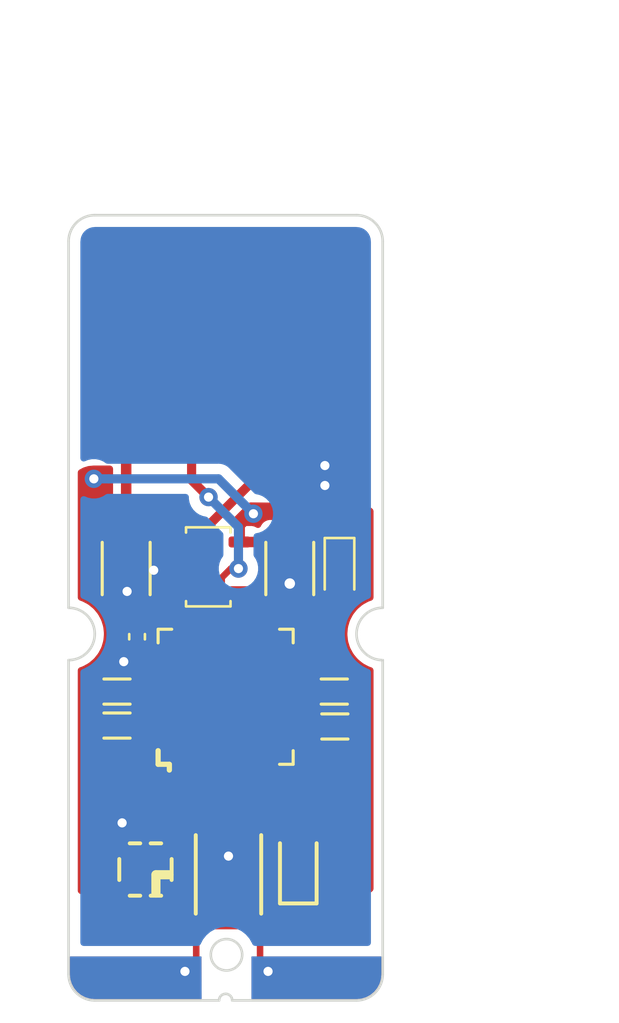
<source format=kicad_pcb>
(kicad_pcb (version 20171130) (host pcbnew "(5.0.1-3-g963ef8bb5)")

  (general
    (thickness 2)
    (drawings 23)
    (tracks 160)
    (zones 0)
    (modules 19)
    (nets 36)
  )

  (page A4)
  (title_block
    (title "HelloBoard PCB")
    (date 2018-07-30)
    (rev 1.0.0)
    (company A)
    (comment 1 "ElectricUI DEVKITS")
    (comment 2 20180730)
    (comment 3 "Scott Rapson")
  )

  (layers
    (0 F.Cu signal)
    (31 B.Cu signal)
    (34 B.Paste user)
    (35 F.Paste user)
    (36 B.SilkS user)
    (37 F.SilkS user)
    (38 B.Mask user)
    (39 F.Mask user)
    (40 Dwgs.User user)
    (41 Cmts.User user)
    (42 Eco1.User user)
    (44 Edge.Cuts user)
    (45 Margin user)
    (46 B.CrtYd user)
    (47 F.CrtYd user)
    (49 F.Fab user)
  )

  (setup
    (last_trace_width 0.25)
    (trace_clearance 0.2)
    (zone_clearance 0.35)
    (zone_45_only no)
    (trace_min 0.2)
    (segment_width 0.2)
    (edge_width 0.1)
    (via_size 0.8)
    (via_drill 0.4)
    (via_min_size 0.4)
    (via_min_drill 0.3)
    (uvia_size 0.3)
    (uvia_drill 0.1)
    (uvias_allowed no)
    (uvia_min_size 0.2)
    (uvia_min_drill 0.1)
    (pcb_text_width 0.3)
    (pcb_text_size 1.5 1.5)
    (mod_edge_width 0.15)
    (mod_text_size 1 1)
    (mod_text_width 0.15)
    (pad_size 0.5 0.51)
    (pad_drill 0)
    (pad_to_mask_clearance 0)
    (solder_mask_min_width 0.25)
    (pad_to_paste_clearance_ratio -0.1)
    (aux_axis_origin 100 70)
    (grid_origin 100 70)
    (visible_elements FFFFFF7F)
    (pcbplotparams
      (layerselection 0x010fc_ffffffff)
      (usegerberextensions false)
      (usegerberattributes false)
      (usegerberadvancedattributes false)
      (creategerberjobfile false)
      (excludeedgelayer true)
      (linewidth 0.100000)
      (plotframeref false)
      (viasonmask false)
      (mode 1)
      (useauxorigin false)
      (hpglpennumber 1)
      (hpglpenspeed 20)
      (hpglpendiameter 15.000000)
      (psnegative false)
      (psa4output false)
      (plotreference true)
      (plotvalue true)
      (plotinvisibletext false)
      (padsonsilk false)
      (subtractmaskfromsilk false)
      (outputformat 1)
      (mirror false)
      (drillshape 1)
      (scaleselection 1)
      (outputdirectory ""))
  )

  (net 0 "")
  (net 1 +3.3V)
  (net 2 GND)
  (net 3 "Net-(C2-Pad1)")
  (net 4 VCC)
  (net 5 "Net-(D1-PadA)")
  (net 6 USB_D+)
  (net 7 STATUS_LED)
  (net 8 RESET)
  (net 9 SWD_CLK)
  (net 10 SWD_IO)
  (net 11 LED_DATA)
  (net 12 LED_CLK)
  (net 13 "Net-(U1-Pad4)")
  (net 14 "Net-(U1-Pad5)")
  (net 15 "Net-(U1-Pad6)")
  (net 16 "Net-(U1-Pad12)")
  (net 17 "Net-(U1-Pad14)")
  (net 18 "Net-(U1-Pad15)")
  (net 19 "Net-(U1-Pad16)")
  (net 20 "Net-(U1-Pad17)")
  (net 21 "Net-(U1-Pad18)")
  (net 22 "Net-(U1-Pad19)")
  (net 23 "Net-(U1-Pad20)")
  (net 24 "Net-(U1-Pad21)")
  (net 25 "Net-(U1-Pad22)")
  (net 26 USB_D-)
  (net 27 "Net-(U1-Pad25)")
  (net 28 "Net-(U1-Pad27)")
  (net 29 "Net-(U2-Pad4)")
  (net 30 "Net-(U3-Pad6)")
  (net 31 "Net-(U3-Pad1)")
  (net 32 PHOTOSENSOR)
  (net 33 USER_BUTTON)
  (net 34 TOUCH_A)
  (net 35 TOUCH_B)

  (net_class Default "This is the default net class."
    (clearance 0.2)
    (trace_width 0.25)
    (via_dia 0.8)
    (via_drill 0.4)
    (uvia_dia 0.3)
    (uvia_drill 0.1)
    (add_net +3.3V)
    (add_net GND)
    (add_net LED_CLK)
    (add_net LED_DATA)
    (add_net "Net-(C2-Pad1)")
    (add_net "Net-(D1-PadA)")
    (add_net "Net-(U1-Pad12)")
    (add_net "Net-(U1-Pad14)")
    (add_net "Net-(U1-Pad15)")
    (add_net "Net-(U1-Pad16)")
    (add_net "Net-(U1-Pad17)")
    (add_net "Net-(U1-Pad18)")
    (add_net "Net-(U1-Pad19)")
    (add_net "Net-(U1-Pad20)")
    (add_net "Net-(U1-Pad21)")
    (add_net "Net-(U1-Pad22)")
    (add_net "Net-(U1-Pad25)")
    (add_net "Net-(U1-Pad27)")
    (add_net "Net-(U1-Pad4)")
    (add_net "Net-(U1-Pad5)")
    (add_net "Net-(U1-Pad6)")
    (add_net "Net-(U2-Pad4)")
    (add_net "Net-(U3-Pad1)")
    (add_net "Net-(U3-Pad6)")
    (add_net PHOTOSENSOR)
    (add_net RESET)
    (add_net STATUS_LED)
    (add_net SWD_CLK)
    (add_net SWD_IO)
    (add_net TOUCH_A)
    (add_net TOUCH_B)
    (add_net USB_D+)
    (add_net USB_D-)
    (add_net USER_BUTTON)
    (add_net VCC)
  )

  (module Applidyne_Test:TP100 (layer F.Cu) (tedit 5BE79150) (tstamp 5BE7A801)
    (at 102.997 92.583)
    (tags testpoint)
    (path /5B644BC6)
    (fp_text reference TEST2 (at 0 3) (layer F.SilkS) hide
      (effects (font (size 1 1) (thickness 0.15)))
    )
    (fp_text value PROBE_PAD (at 0 -3) (layer F.Fab)
      (effects (font (size 1 1) (thickness 0.15)))
    )
    (pad 1 smd circle (at 0 0) (size 1 1) (layers F.Cu F.Mask)
      (net 10 SWD_IO))
  )

  (module Applidyne_Test:TP100 (layer F.Cu) (tedit 5BE79152) (tstamp 5BE7A7FD)
    (at 101.7905 91.3765)
    (tags testpoint)
    (path /5B63FE1E)
    (fp_text reference TEST1 (at 0 3) (layer F.SilkS) hide
      (effects (font (size 1 1) (thickness 0.15)))
    )
    (fp_text value PROBE_PAD (at 0 -3) (layer F.Fab)
      (effects (font (size 1 1) (thickness 0.15)))
    )
    (pad 1 smd circle (at 0 0) (size 1 1) (layers F.Cu F.Mask)
      (net 9 SWD_CLK))
  )

  (module Applidyne_LED:AP102_200X200X90L (layer F.Cu) (tedit 5BE78BBC) (tstamp 5B6B2E03)
    (at 102.9365 95 270)
    (tags "RGB, adressable, LED")
    (path /5B63D0E9)
    (attr smd)
    (fp_text reference U3 (at 0 -2.1 270) (layer F.SilkS) hide
      (effects (font (size 0.8 0.8) (thickness 0.2)))
    )
    (fp_text value APA102-2020 (at 0 0 270) (layer F.SilkS) hide
      (effects (font (size 0.8 0.8) (thickness 0.2)))
    )
    (fp_line (start 1 0.2) (end 1 0.6) (layer F.SilkS) (width 0.15))
    (fp_line (start -1 0.6) (end -1 0.2) (layer F.SilkS) (width 0.15))
    (fp_line (start 1.5 1.4) (end 1.5 -1.4) (layer F.CrtYd) (width 0.15))
    (fp_line (start -1.5 1.4) (end 1.5 1.4) (layer F.CrtYd) (width 0.15))
    (fp_line (start -1.5 -1.4) (end -1.5 1.4) (layer F.CrtYd) (width 0.15))
    (fp_line (start 1.5 -1.4) (end -1.5 -1.4) (layer F.CrtYd) (width 0.15))
    (fp_line (start 0.6 -1) (end 1 -0.7) (layer F.Fab) (width 0.15))
    (fp_line (start -1 1) (end -1 -1) (layer F.Fab) (width 0.15))
    (fp_line (start 1 1) (end -1 1) (layer F.Fab) (width 0.15))
    (fp_line (start 1 -0.7) (end 1 1) (layer F.Fab) (width 0.15))
    (fp_line (start -1 -1) (end 0.6 -1) (layer F.Fab) (width 0.15))
    (fp_line (start -1 -0.2) (end -1 -0.6) (layer F.SilkS) (width 0.15))
    (fp_line (start 0.4 1) (end -0.4 1) (layer F.SilkS) (width 0.15))
    (fp_line (start 1 -0.6) (end 1 -0.2) (layer F.SilkS) (width 0.15))
    (fp_line (start -0.4 -1) (end 0.4 -1) (layer F.SilkS) (width 0.15))
    (fp_line (start 0.2 -0.4) (end 0.2 -0.9) (layer F.SilkS) (width 0.35))
    (fp_line (start 0.9 -0.4) (end 0.2 -0.4) (layer F.SilkS) (width 0.35))
    (pad 1 smd rect (at 0.85 -0.9 270) (size 0.8 0.5) (layers F.Cu F.Paste F.Mask)
      (net 31 "Net-(U3-Pad1)"))
    (pad 6 smd rect (at 0.85 0 270) (size 0.8 0.3) (layers F.Cu F.Paste F.Mask)
      (net 30 "Net-(U3-Pad6)"))
    (pad 5 smd rect (at 0.85 0.9 270) (size 0.8 0.5) (layers F.Cu F.Paste F.Mask)
      (net 1 +3.3V))
    (pad 4 smd rect (at -0.85 0.9 270) (size 0.8 0.5) (layers F.Cu F.Paste F.Mask)
      (net 2 GND))
    (pad 3 smd rect (at -0.85 0 270) (size 0.8 0.3) (layers F.Cu F.Paste F.Mask)
      (net 12 LED_CLK))
    (pad 2 smd rect (at -0.85 -0.9 270) (size 0.8 0.5) (layers F.Cu F.Paste F.Mask)
      (net 11 LED_DATA))
    (model ${APPLI_PACKAGES_3D}/appli_led.3dshapes/APA102_2020.step
      (at (xyz 0 0 0))
      (scale (xyz 1 1 1))
      (rotate (xyz -90 0 180))
    )
  )

  (module Applidyne_Link:SJ1005-2N (layer F.Cu) (tedit 5BE78D8F) (tstamp 5BE6DC67)
    (at 102.616 86.106 270)
    (descr "Resistor, Chip; 1.00 mm L X 0.50 mm W X 0.40 mm H body")
    (tags "smd chip RESC1005X40L RES")
    (path /5BE6F41F)
    (autoplace_cost90 10)
    (autoplace_cost180 10)
    (attr smd)
    (fp_text reference SL1 (at 0 -1 270) (layer F.SilkS) hide
      (effects (font (size 1 0.8) (thickness 0.12)))
    )
    (fp_text value SOLDER-LINK-2-TINY (at 0 0 90) (layer F.Fab) hide
      (effects (font (size 0.4 0.4) (thickness 0.05)))
    )
    (fp_text user %R (at 0 0 270) (layer F.Fab)
      (effects (font (size 0.5 0.4) (thickness 0.05)))
    )
    (fp_circle (center 0 0) (end 0.1688 0) (layer F.CrtYd) (width 0.05))
    (fp_line (start 0.1 -0.3) (end -0.1 -0.3) (layer F.SilkS) (width 0.1))
    (fp_line (start 0.1 0.3) (end -0.1 0.3) (layer F.SilkS) (width 0.1))
    (fp_line (start -0.7 0.3) (end -0.7 -0.3) (layer F.CrtYd) (width 0.05))
    (fp_line (start -0.7 -0.3) (end 0.7 -0.3) (layer F.CrtYd) (width 0.05))
    (fp_line (start 0.7 -0.3) (end 0.7 0.3) (layer F.CrtYd) (width 0.05))
    (fp_line (start 0.7 0.3) (end -0.7 0.3) (layer F.CrtYd) (width 0.05))
    (fp_line (start 0.225 0) (end -0.225 0) (layer F.CrtYd) (width 0.05))
    (fp_line (start 0 -0.225) (end 0 0.225) (layer F.CrtYd) (width 0.05))
    (pad 1 smd roundrect (at -0.35 0) (size 0.5 0.51) (layers F.Cu F.Mask) (roundrect_rratio 0.25)
      (net 2 GND))
    (pad 2 smd roundrect (at 0.35 0) (size 0.5 0.51) (layers F.Cu F.Mask) (roundrect_rratio 0.25)
      (net 8 RESET))
  )

  (module Applidyne_Connector:PAD_SOLDER_2mm (layer F.Cu) (tedit 5BE6C092) (tstamp 5BE717A0)
    (at 109.525 99.21 90)
    (path /5BE73F50)
    (fp_text reference P2 (at 0 3.81 90) (layer F.SilkS) hide
      (effects (font (size 1 1) (thickness 0.15)))
    )
    (fp_text value PAD_SOLDER_2mm (at 0 -0.5 90) (layer F.Fab) hide
      (effects (font (size 1 1) (thickness 0.15)))
    )
    (fp_text user %R (at 0 0 90) (layer F.Fab)
      (effects (font (size 1 1) (thickness 0.15)))
    )
    (pad 1 smd roundrect (at 0 0 90) (size 1 2) (layers F.Cu F.Mask) (roundrect_rratio 0.25)
      (net 35 TOUCH_B))
  )

  (module Applidyne_Connector:PAD_SOLDER_2mm (layer F.Cu) (tedit 5BE6C098) (tstamp 5BE7179A)
    (at 102.54 99.1465 90)
    (path /5BE73C9A)
    (fp_text reference P1 (at 0 3.81 90) (layer F.SilkS) hide
      (effects (font (size 1 1) (thickness 0.15)))
    )
    (fp_text value PAD_SOLDER_2mm (at 0 -0.5 90) (layer F.Fab) hide
      (effects (font (size 1 1) (thickness 0.15)))
    )
    (fp_text user %R (at 0 0 90) (layer F.Fab)
      (effects (font (size 1 1) (thickness 0.15)))
    )
    (pad 1 smd roundrect (at 0 0 90) (size 1 2) (layers F.Cu F.Mask) (roundrect_rratio 0.25)
      (net 34 TOUCH_A))
  )

  (module Applidyne_Special:TEMT7000X (layer F.Cu) (tedit 5B5F3565) (tstamp 5B77A61D)
    (at 108.7755 94.996 270)
    (descr http://docs-asia.electrocomponents.com/webdocs/0de2/0900766b80de2cd2.pdf)
    (tags "SMD 0805 Phototransistor")
    (path /5B5F7A75)
    (attr smd)
    (fp_text reference Q1 (at 0 -1.45 270) (layer F.SilkS) hide
      (effects (font (size 1 1) (thickness 0.15)))
    )
    (fp_text value ALS-PT19-315C (at 0 0 270) (layer F.SilkS) hide
      (effects (font (size 1 1) (thickness 0.15)))
    )
    (fp_text user %R (at 0 -1.45 270) (layer F.Fab)
      (effects (font (size 1 1) (thickness 0.15)))
    )
    (fp_line (start -1 -0.65) (end 1 -0.65) (layer F.Fab) (width 0.15))
    (fp_line (start 1 -0.65) (end 1 0.65) (layer F.Fab) (width 0.15))
    (fp_line (start 1 0.65) (end -1 0.65) (layer F.Fab) (width 0.15))
    (fp_line (start -1 0.65) (end -1 -0.65) (layer F.Fab) (width 0.15))
    (fp_line (start -1 -0.7) (end 1.3 -0.7) (layer F.SilkS) (width 0.15))
    (fp_line (start 1.3 0.7) (end -1 0.7) (layer F.SilkS) (width 0.15))
    (fp_line (start 1.3 -0.7) (end 1.3 0.7) (layer F.SilkS) (width 0.15))
    (fp_text user C (at 1.6 0 270) (layer F.Fab)
      (effects (font (size 1 1) (thickness 0.15)))
    )
    (fp_text user E (at -1.5 0 270) (layer F.Fab)
      (effects (font (size 1 1) (thickness 0.15)))
    )
    (fp_line (start -1.45 -0.85) (end 1.45 -0.85) (layer F.CrtYd) (width 0.15))
    (fp_line (start 1.45 -0.85) (end 1.45 0.85) (layer F.CrtYd) (width 0.15))
    (fp_line (start 1.45 0.85) (end -1.45 0.85) (layer F.CrtYd) (width 0.15))
    (fp_line (start -1.45 0.85) (end -1.45 -0.85) (layer F.CrtYd) (width 0.15))
    (pad E smd rect (at -0.8 0 270) (size 0.8 1.25) (layers F.Cu F.Paste F.Mask)
      (net 32 PHOTOSENSOR))
    (pad C smd rect (at 0.8 0 270) (size 0.8 1.25) (layers F.Cu F.Paste F.Mask)
      (net 1 +3.3V))
    (model ${APPLI_PACKAGES_3D}/appli_special.3dshapes/TEMT7000X.step
      (at (xyz 0 0 0))
      (scale (xyz 1 1 1))
      (rotate (xyz 0 0 0))
    )
  )

  (module Applidyne_Capacitor:CAPC2012X110N (layer F.Cu) (tedit 5B5F3636) (tstamp 5B7796A1)
    (at 108.45 83.5 270)
    (descr "Capacitor, Chip; 2.00 mm L X 1.25 mm W X 1.10 mm H body")
    (tags "smd chip CAPC2012X110N CAP")
    (path /5B6351FD)
    (autoplace_cost90 10)
    (autoplace_cost180 10)
    (attr smd)
    (fp_text reference C4 (at 0 -1.6 270) (layer F.SilkS) hide
      (effects (font (size 1 0.8) (thickness 0.12)))
    )
    (fp_text value 10u_X7R_2012M (at 0 0 270) (layer F.Fab) hide
      (effects (font (size 1 0.8) (thickness 0.12)))
    )
    (fp_line (start 0 -0.35) (end 0 0.35) (layer F.CrtYd) (width 0.05))
    (fp_line (start 0.35 0) (end -0.35 0) (layer F.CrtYd) (width 0.05))
    (fp_line (start 1.71 0.99) (end -1.71 0.99) (layer F.CrtYd) (width 0.05))
    (fp_line (start 1.71 -0.99) (end 1.71 0.99) (layer F.CrtYd) (width 0.05))
    (fp_line (start -1.71 -0.99) (end 1.71 -0.99) (layer F.CrtYd) (width 0.05))
    (fp_line (start -1.71 0.99) (end -1.71 -0.99) (layer F.CrtYd) (width 0.05))
    (fp_line (start 1 0.915) (end -1 0.915) (layer F.SilkS) (width 0.12))
    (fp_line (start 1 -0.915) (end -1 -0.915) (layer F.SilkS) (width 0.12))
    (fp_line (start 1.1 0.73) (end -1.1 0.73) (layer F.Fab) (width 0.12))
    (fp_line (start 1.1 -0.73) (end 1.1 0.73) (layer F.Fab) (width 0.12))
    (fp_line (start -1.1 -0.73) (end 1.1 -0.73) (layer F.Fab) (width 0.12))
    (fp_line (start -1.1 0.73) (end -1.1 -0.73) (layer F.Fab) (width 0.12))
    (fp_circle (center 0 0) (end 0.25 0) (layer F.CrtYd) (width 0.05))
    (fp_text user %R (at 0 0 270) (layer F.Fab)
      (effects (font (size 0.97 0.776) (thickness 0.1)))
    )
    (pad 2 smd roundrect (at 0.875 0 90) (size 1.16 1.47) (layers F.Cu F.Paste F.Mask) (roundrect_rratio 0.25)
      (net 2 GND))
    (pad 1 smd roundrect (at -0.875 0 90) (size 1.16 1.47) (layers F.Cu F.Paste F.Mask) (roundrect_rratio 0.25)
      (net 1 +3.3V))
    (model ${APPLI_PACKAGES_3D}/appli_capacitor.3dshapes/CAPC2012X110.step
      (at (xyz 0 0 0))
      (scale (xyz 1 1 1))
      (rotate (xyz 0 0 0))
    )
  )

  (module Applidyne_Capacitor:CAPC2012X110N (layer F.Cu) (tedit 5B5F3634) (tstamp 5B77968E)
    (at 102.2 83.5 90)
    (descr "Capacitor, Chip; 2.00 mm L X 1.25 mm W X 1.10 mm H body")
    (tags "smd chip CAPC2012X110N CAP")
    (path /5B635173)
    (autoplace_cost90 10)
    (autoplace_cost180 10)
    (attr smd)
    (fp_text reference C3 (at 0 -1.6 90) (layer F.SilkS) hide
      (effects (font (size 1 0.8) (thickness 0.12)))
    )
    (fp_text value 10u_X7R_2012M (at 0 0 90) (layer F.Fab) hide
      (effects (font (size 1 0.8) (thickness 0.12)))
    )
    (fp_text user %R (at 0 0 90) (layer F.Fab)
      (effects (font (size 0.97 0.776) (thickness 0.1)))
    )
    (fp_circle (center 0 0) (end 0.25 0) (layer F.CrtYd) (width 0.05))
    (fp_line (start -1.1 0.73) (end -1.1 -0.73) (layer F.Fab) (width 0.12))
    (fp_line (start -1.1 -0.73) (end 1.1 -0.73) (layer F.Fab) (width 0.12))
    (fp_line (start 1.1 -0.73) (end 1.1 0.73) (layer F.Fab) (width 0.12))
    (fp_line (start 1.1 0.73) (end -1.1 0.73) (layer F.Fab) (width 0.12))
    (fp_line (start 1 -0.915) (end -1 -0.915) (layer F.SilkS) (width 0.12))
    (fp_line (start 1 0.915) (end -1 0.915) (layer F.SilkS) (width 0.12))
    (fp_line (start -1.71 0.99) (end -1.71 -0.99) (layer F.CrtYd) (width 0.05))
    (fp_line (start -1.71 -0.99) (end 1.71 -0.99) (layer F.CrtYd) (width 0.05))
    (fp_line (start 1.71 -0.99) (end 1.71 0.99) (layer F.CrtYd) (width 0.05))
    (fp_line (start 1.71 0.99) (end -1.71 0.99) (layer F.CrtYd) (width 0.05))
    (fp_line (start 0.35 0) (end -0.35 0) (layer F.CrtYd) (width 0.05))
    (fp_line (start 0 -0.35) (end 0 0.35) (layer F.CrtYd) (width 0.05))
    (pad 1 smd roundrect (at -0.875 0 270) (size 1.16 1.47) (layers F.Cu F.Paste F.Mask) (roundrect_rratio 0.25)
      (net 2 GND))
    (pad 2 smd roundrect (at 0.875 0 270) (size 1.16 1.47) (layers F.Cu F.Paste F.Mask) (roundrect_rratio 0.25)
      (net 4 VCC))
    (model ${APPLI_PACKAGES_3D}/appli_capacitor.3dshapes/CAPC2012X110.step
      (at (xyz 0 0 0))
      (scale (xyz 1 1 1))
      (rotate (xyz 0 0 0))
    )
  )

  (module Applidyne_Resistor:RESC1005X40N (layer F.Cu) (tedit 5B5F351D) (tstamp 5B779465)
    (at 110.1725 89.535 180)
    (descr "Resistor, Chip; 1.00 mm L X 0.50 mm W X 0.40 mm H body")
    (tags "smd chip RESC1005X40N RES")
    (path /5B5F7B98)
    (autoplace_cost90 10)
    (autoplace_cost180 10)
    (attr smd)
    (fp_text reference R2 (at 0 -1.2 180) (layer F.SilkS) hide
      (effects (font (size 1 0.8) (thickness 0.12)))
    )
    (fp_text value 10K0_1005M (at 0 0 180) (layer F.Fab) hide
      (effects (font (size 1 0.8) (thickness 0.12)))
    )
    (fp_text user %R (at 0 0 180) (layer F.Fab)
      (effects (font (size 0.5 0.4) (thickness 0.05)))
    )
    (fp_circle (center 0 0) (end 0.2025 0) (layer F.CrtYd) (width 0.05))
    (fp_line (start -0.53 0.28) (end -0.53 -0.28) (layer F.Fab) (width 0.12))
    (fp_line (start -0.53 -0.28) (end 0.53 -0.28) (layer F.Fab) (width 0.12))
    (fp_line (start 0.53 -0.28) (end 0.53 0.28) (layer F.Fab) (width 0.12))
    (fp_line (start 0.53 0.28) (end -0.53 0.28) (layer F.Fab) (width 0.12))
    (fp_line (start 0.5 -0.48) (end -0.5 -0.48) (layer F.SilkS) (width 0.12))
    (fp_line (start 0.5 0.48) (end -0.5 0.48) (layer F.SilkS) (width 0.12))
    (fp_line (start -0.85 0.54) (end -0.85 -0.54) (layer F.CrtYd) (width 0.05))
    (fp_line (start -0.85 -0.54) (end 0.85 -0.54) (layer F.CrtYd) (width 0.05))
    (fp_line (start 0.85 -0.54) (end 0.85 0.54) (layer F.CrtYd) (width 0.05))
    (fp_line (start 0.85 0.54) (end -0.85 0.54) (layer F.CrtYd) (width 0.05))
    (fp_line (start 0.27 0) (end -0.27 0) (layer F.CrtYd) (width 0.05))
    (fp_line (start 0 -0.27) (end 0 0.27) (layer F.CrtYd) (width 0.05))
    (pad 1 smd roundrect (at -0.445 0) (size 0.51 0.6) (layers F.Cu F.Paste F.Mask) (roundrect_rratio 0.25)
      (net 32 PHOTOSENSOR))
    (pad 2 smd roundrect (at 0.445 0) (size 0.51 0.6) (layers F.Cu F.Paste F.Mask) (roundrect_rratio 0.25)
      (net 2 GND))
    (model ${APPLI_PACKAGES_3D}/appli_resistor.3dshapes/RESC1005X40.step
      (at (xyz 0 0 0))
      (scale (xyz 1 1 1))
      (rotate (xyz 0 0 0))
    )
  )

  (module Applidyne_LED:LEDC1608X80L40L (layer F.Cu) (tedit 5B5F3035) (tstamp 5B6BBA29)
    (at 110.35 83.5 270)
    (descr "LED, Chip; 1.60 mm L X 0.80 mm W X 0.80 mm H body")
    (path /5B63E60E)
    (attr smd)
    (fp_text reference D1 (at 0 0 270) (layer F.SilkS) hide
      (effects (font (size 1 0.8) (thickness 0.1)))
    )
    (fp_text value LED_RED_1608M (at 0 0 270) (layer F.SilkS) hide
      (effects (font (size 1 0.8) (thickness 0.1)))
    )
    (fp_text user %R (at 0 0 270) (layer F.Fab)
      (effects (font (size 0.5 0.4) (thickness 0.05)))
    )
    (fp_line (start -1.215 0.615) (end -1.215 -0.615) (layer F.CrtYd) (width 0.05))
    (fp_line (start -1.215 -0.615) (end 1.215 -0.615) (layer F.CrtYd) (width 0.05))
    (fp_line (start 1.215 -0.615) (end 1.215 0.615) (layer F.CrtYd) (width 0.05))
    (fp_line (start 1.215 0.615) (end -1.215 0.615) (layer F.CrtYd) (width 0.05))
    (fp_circle (center 0 0) (end 0 0.2306) (layer F.CrtYd) (width 0.05))
    (fp_line (start 0.3075 0) (end -0.3075 0) (layer F.CrtYd) (width 0.05))
    (fp_line (start 0 -0.3075) (end 0 0.3075) (layer F.CrtYd) (width 0.05))
    (fp_line (start -0.85 0.45) (end -0.85 -0.15) (layer F.Fab) (width 0.12))
    (fp_line (start -0.85 -0.15) (end -0.55 -0.45) (layer F.Fab) (width 0.12))
    (fp_line (start -0.55 -0.45) (end 0.85 -0.45) (layer F.Fab) (width 0.12))
    (fp_line (start 0.85 -0.45) (end 0.85 0.45) (layer F.Fab) (width 0.12))
    (fp_line (start 0.85 0.45) (end -0.85 0.45) (layer F.Fab) (width 0.12))
    (fp_line (start 0.8 -0.565) (end -1.165 -0.565) (layer F.SilkS) (width 0.1))
    (fp_line (start -1.165 -0.565) (end -1.165 0.565) (layer F.SilkS) (width 0.1))
    (fp_line (start -1.165 0.565) (end 0.8 0.565) (layer F.SilkS) (width 0.1))
    (pad C smd roundrect (at -0.66 0 270) (size 0.71 0.83) (layers F.Cu F.Paste F.Mask) (roundrect_rratio 0.25)
      (net 2 GND))
    (pad A smd roundrect (at 0.66 0 270) (size 0.71 0.83) (layers F.Cu F.Paste F.Mask) (roundrect_rratio 0.25)
      (net 5 "Net-(D1-PadA)"))
    (model ${APPLI_PACKAGES_3D}/appli_led.3dshapes/LEDC1608X80L40.step
      (offset (xyz 0 0 0.09999999849815071))
      (scale (xyz 1 1 1))
      (rotate (xyz -90 0 0))
    )
  )

  (module Applidyne_SOT:SOT95P280X145-5L30L (layer F.Cu) (tedit 5B5F302E) (tstamp 5B6BB817)
    (at 105.3365 83.4365 270)
    (descr "Small Outline Transistor (SOT23), 0.95 mm pitch; 5 pin, 2.92 mm L X 1.60 mm W X 1.45 mm H body")
    (path /5B6363D2)
    (attr smd)
    (fp_text reference U2 (at 0 0 270) (layer F.SilkS) hide
      (effects (font (size 1 1) (thickness 0.1)))
    )
    (fp_text value AP2112K-3.3 (at 0 0 270) (layer F.SilkS) hide
      (effects (font (size 1.524 1.524) (thickness 0.15)))
    )
    (fp_text user %R (at 0 0 270) (layer F.Fab)
      (effects (font (size 0.92 0.736) (thickness 0.09)))
    )
    (fp_circle (center 0 0) (end 0 0.25) (layer F.CrtYd) (width 0.05))
    (fp_line (start 0 -0.35) (end 0 0.35) (layer F.CrtYd) (width 0.05))
    (fp_line (start -0.35 0) (end 0.35 0) (layer F.CrtYd) (width 0.05))
    (fp_line (start -1.51 0.85) (end -1.51 -0.85) (layer F.Fab) (width 0.12))
    (fp_line (start -1.51 -0.85) (end 1.51 -0.85) (layer F.Fab) (width 0.12))
    (fp_line (start 1.51 -0.85) (end 1.51 0.85) (layer F.Fab) (width 0.12))
    (fp_line (start 1.51 0.85) (end -1.51 0.85) (layer F.Fab) (width 0.12))
    (fp_line (start -1.63 0.97) (end -1.28 0.97) (layer F.CrtYd) (width 0.05))
    (fp_line (start -1.28 0.97) (end -1.28 1.75) (layer F.CrtYd) (width 0.05))
    (fp_line (start -1.28 1.75) (end 1.28 1.75) (layer F.CrtYd) (width 0.05))
    (fp_line (start 1.28 1.75) (end 1.28 0.97) (layer F.CrtYd) (width 0.05))
    (fp_line (start 1.28 0.97) (end 1.63 0.97) (layer F.CrtYd) (width 0.05))
    (fp_line (start 1.63 0.97) (end 1.63 -0.97) (layer F.CrtYd) (width 0.05))
    (fp_line (start 1.63 -0.97) (end 1.28 -0.97) (layer F.CrtYd) (width 0.05))
    (fp_line (start 1.28 -0.97) (end 1.28 -1.75) (layer F.CrtYd) (width 0.05))
    (fp_line (start 1.28 -1.75) (end -1.28 -1.75) (layer F.CrtYd) (width 0.05))
    (fp_line (start -1.28 -1.75) (end -1.28 -0.97) (layer F.CrtYd) (width 0.05))
    (fp_line (start -1.28 -0.97) (end -1.63 -0.97) (layer F.CrtYd) (width 0.05))
    (fp_line (start -1.63 -0.97) (end -1.63 0.97) (layer F.CrtYd) (width 0.05))
    (fp_line (start 1.31 0.85) (end 1.51 0.85) (layer F.SilkS) (width 0.1))
    (fp_line (start 1.51 0.85) (end 1.51 -0.85) (layer F.SilkS) (width 0.1))
    (fp_line (start 1.51 -0.85) (end 1.31 -0.85) (layer F.SilkS) (width 0.1))
    (fp_line (start -1.31 0.85) (end -1.51 0.85) (layer F.SilkS) (width 0.1))
    (fp_line (start -1.51 0.85) (end -1.51 -0.85) (layer F.SilkS) (width 0.1))
    (fp_line (start -1.51 -0.85) (end -1.31 -0.85) (layer F.SilkS) (width 0.1))
    (pad 1 smd roundrect (at -0.95 1.2) (size 0.85 0.42) (layers F.Cu F.Paste F.Mask) (roundrect_rratio 0.25)
      (net 4 VCC))
    (pad 2 smd roundrect (at 0 1.2) (size 0.85 0.42) (layers F.Cu F.Paste F.Mask) (roundrect_rratio 0.25)
      (net 2 GND))
    (pad 3 smd roundrect (at 0.95 1.2) (size 0.85 0.42) (layers F.Cu F.Paste F.Mask) (roundrect_rratio 0.25)
      (net 4 VCC))
    (pad 4 smd roundrect (at 0.95 -1.2) (size 0.85 0.42) (layers F.Cu F.Paste F.Mask) (roundrect_rratio 0.25)
      (net 29 "Net-(U2-Pad4)"))
    (pad 5 smd roundrect (at -0.95 -1.2) (size 0.85 0.42) (layers F.Cu F.Paste F.Mask) (roundrect_rratio 0.25)
      (net 1 +3.3V))
    (model ${APPLI_PACKAGES_3D}/appli_sot.3dshapes/SOT95P240X110-5L16.step
      (at (xyz 0 0 0))
      (scale (xyz 1 1 1))
      (rotate (xyz 0 0 90))
    )
  )

  (module Applidyne_Capacitor:CAPC1005X60N (layer F.Cu) (tedit 5B5F0138) (tstamp 5B6B2C45)
    (at 101.85 89.5 180)
    (descr "Capacitor, Chip; 1.00 mm L X 0.50 mm W X 0.60 mm H body")
    (tags "smd chip CAPC1005X60N CAP")
    (path /5B636861)
    (autoplace_cost90 10)
    (autoplace_cost180 10)
    (attr smd)
    (fp_text reference C1 (at 0 -1.2 180) (layer F.SilkS) hide
      (effects (font (size 1 0.8) (thickness 0.12)))
    )
    (fp_text value 1u_X5R_1005M (at 0 0 180) (layer F.Fab) hide
      (effects (font (size 1 0.8) (thickness 0.12)))
    )
    (fp_text user %R (at 0 0 180) (layer F.Fab)
      (effects (font (size 0.5 0.4) (thickness 0.05)))
    )
    (fp_circle (center 0 0) (end 0.2025 0) (layer F.CrtYd) (width 0.05))
    (fp_line (start -0.53 0.28) (end -0.53 -0.28) (layer F.Fab) (width 0.12))
    (fp_line (start -0.53 -0.28) (end 0.53 -0.28) (layer F.Fab) (width 0.12))
    (fp_line (start 0.53 -0.28) (end 0.53 0.28) (layer F.Fab) (width 0.12))
    (fp_line (start 0.53 0.28) (end -0.53 0.28) (layer F.Fab) (width 0.12))
    (fp_line (start 0.5 -0.48) (end -0.5 -0.48) (layer F.SilkS) (width 0.12))
    (fp_line (start 0.5 0.48) (end -0.5 0.48) (layer F.SilkS) (width 0.12))
    (fp_line (start -0.85 0.54) (end -0.85 -0.54) (layer F.CrtYd) (width 0.05))
    (fp_line (start -0.85 -0.54) (end 0.85 -0.54) (layer F.CrtYd) (width 0.05))
    (fp_line (start 0.85 -0.54) (end 0.85 0.54) (layer F.CrtYd) (width 0.05))
    (fp_line (start 0.85 0.54) (end -0.85 0.54) (layer F.CrtYd) (width 0.05))
    (fp_line (start 0.27 0) (end -0.27 0) (layer F.CrtYd) (width 0.05))
    (fp_line (start 0 -0.27) (end 0 0.27) (layer F.CrtYd) (width 0.05))
    (pad 1 smd roundrect (at -0.405 0) (size 0.59 0.6) (layers F.Cu F.Paste F.Mask) (roundrect_rratio 0.25)
      (net 1 +3.3V))
    (pad 2 smd roundrect (at 0.405 0) (size 0.59 0.6) (layers F.Cu F.Paste F.Mask) (roundrect_rratio 0.25)
      (net 2 GND))
    (model ${APPLI_PACKAGES_3D}/appli_capacitor.3dshapes/CAPC1005X60.step
      (at (xyz 0 0 0))
      (scale (xyz 1 1 1))
      (rotate (xyz 0 0 0))
    )
  )

  (module Applidyne_Capacitor:CAPC1005X60N (layer F.Cu) (tedit 5B5F013C) (tstamp 5B6B2C59)
    (at 101.85 88.2015 180)
    (descr "Capacitor, Chip; 1.00 mm L X 0.50 mm W X 0.60 mm H body")
    (tags "smd chip CAPC1005X60N CAP")
    (path /5B6352DC)
    (autoplace_cost90 10)
    (autoplace_cost180 10)
    (attr smd)
    (fp_text reference C2 (at 0 -1.2 180) (layer F.SilkS) hide
      (effects (font (size 1 0.8) (thickness 0.12)))
    )
    (fp_text value 1u_X5R_1005M (at 0 0 180) (layer F.Fab) hide
      (effects (font (size 1 0.8) (thickness 0.12)))
    )
    (fp_line (start 0 -0.27) (end 0 0.27) (layer F.CrtYd) (width 0.05))
    (fp_line (start 0.27 0) (end -0.27 0) (layer F.CrtYd) (width 0.05))
    (fp_line (start 0.85 0.54) (end -0.85 0.54) (layer F.CrtYd) (width 0.05))
    (fp_line (start 0.85 -0.54) (end 0.85 0.54) (layer F.CrtYd) (width 0.05))
    (fp_line (start -0.85 -0.54) (end 0.85 -0.54) (layer F.CrtYd) (width 0.05))
    (fp_line (start -0.85 0.54) (end -0.85 -0.54) (layer F.CrtYd) (width 0.05))
    (fp_line (start 0.5 0.48) (end -0.5 0.48) (layer F.SilkS) (width 0.12))
    (fp_line (start 0.5 -0.48) (end -0.5 -0.48) (layer F.SilkS) (width 0.12))
    (fp_line (start 0.53 0.28) (end -0.53 0.28) (layer F.Fab) (width 0.12))
    (fp_line (start 0.53 -0.28) (end 0.53 0.28) (layer F.Fab) (width 0.12))
    (fp_line (start -0.53 -0.28) (end 0.53 -0.28) (layer F.Fab) (width 0.12))
    (fp_line (start -0.53 0.28) (end -0.53 -0.28) (layer F.Fab) (width 0.12))
    (fp_circle (center 0 0) (end 0.2025 0) (layer F.CrtYd) (width 0.05))
    (fp_text user %R (at 0 0 180) (layer F.Fab)
      (effects (font (size 0.5 0.4) (thickness 0.05)))
    )
    (pad 2 smd roundrect (at 0.405 0) (size 0.59 0.6) (layers F.Cu F.Paste F.Mask) (roundrect_rratio 0.25)
      (net 2 GND))
    (pad 1 smd roundrect (at -0.405 0) (size 0.59 0.6) (layers F.Cu F.Paste F.Mask) (roundrect_rratio 0.25)
      (net 3 "Net-(C2-Pad1)"))
    (model ${APPLI_PACKAGES_3D}/appli_capacitor.3dshapes/CAPC1005X60.step
      (at (xyz 0 0 0))
      (scale (xyz 1 1 1))
      (rotate (xyz 0 0 0))
    )
  )

  (module Applidyne_USB:USB_A_PLUG_PCB (layer F.Cu) (tedit 5B5F072B) (tstamp 5B6B2CA2)
    (at 106 69.9 180)
    (path /5B634FDE)
    (attr virtual)
    (fp_text reference J?1 (at 0.13 -7.85 180) (layer F.SilkS) hide
      (effects (font (size 1.5 1.5) (thickness 0.15)))
    )
    (fp_text value USB_A_MALE_PCB (at 0.29 -10.13 180) (layer F.SilkS) hide
      (effects (font (size 1.5 1.5) (thickness 0.15)))
    )
    (fp_line (start 6.03 0) (end 6.03 -12) (layer Dwgs.User) (width 0.15))
    (fp_line (start 6.03 0) (end -6.03 0) (layer Dwgs.User) (width 0.15))
    (fp_line (start -6.03 0) (end -6.03 -12) (layer Dwgs.User) (width 0.15))
    (pad 1 connect roundrect (at 3.81 -4.9 180) (size 1.9 8) (layers F.Cu F.Mask) (roundrect_rratio 0.25)
      (net 4 VCC))
    (pad 4 connect roundrect (at -3.81 -4.9 180) (size 1.9 8) (layers F.Cu F.Mask) (roundrect_rratio 0.25)
      (net 2 GND))
    (pad 3 connect roundrect (at -1.3 -5.15 180) (size 2 7.5) (layers F.Cu F.Mask) (roundrect_rratio 0.25)
      (net 6 USB_D+))
    (pad 2 connect roundrect (at 1.3 -5.15 180) (size 2 7.5) (layers F.Cu F.Mask) (roundrect_rratio 0.25)
      (net 26 USB_D-))
  )

  (module Applidyne_Logo:EUI_LOGO_1000X940_MASK (layer B.Cu) (tedit 0) (tstamp 5B6B2CA7)
    (at 106.045 89.2175 180)
    (path /5B655C8C)
    (fp_text reference LOGO1 (at 0 0 180) (layer B.SilkS) hide
      (effects (font (size 1.524 1.524) (thickness 0.3)) (justify mirror))
    )
    (fp_text value LOGO (at 0.75 0 180) (layer B.SilkS) hide
      (effects (font (size 1.524 1.524) (thickness 0.3)) (justify mirror))
    )
    (fp_poly (pts (xy 1.532012 4.678468) (xy 1.598433 4.671027) (xy 1.631549 4.665609) (xy 1.689169 4.653175)
      (xy 1.747145 4.636802) (xy 1.804328 4.616872) (xy 1.859569 4.593767) (xy 1.887838 4.580279)
      (xy 1.894059 4.577026) (xy 1.903989 4.571638) (xy 1.917412 4.564238) (xy 1.934111 4.55495)
      (xy 1.95387 4.543898) (xy 1.976474 4.531204) (xy 2.001704 4.516993) (xy 2.029346 4.501388)
      (xy 2.059182 4.484512) (xy 2.090997 4.46649) (xy 2.124573 4.447445) (xy 2.159695 4.4275)
      (xy 2.196147 4.406779) (xy 2.233711 4.385406) (xy 2.272171 4.363503) (xy 2.311312 4.341196)
      (xy 2.350917 4.318606) (xy 2.390768 4.295859) (xy 2.430651 4.273076) (xy 2.470349 4.250383)
      (xy 2.509645 4.227902) (xy 2.548323 4.205758) (xy 2.586166 4.184073) (xy 2.622959 4.162971)
      (xy 2.658485 4.142576) (xy 2.692527 4.123011) (xy 2.724869 4.104401) (xy 2.755295 4.086868)
      (xy 2.783589 4.070536) (xy 2.809533 4.055528) (xy 2.832912 4.041969) (xy 2.85351 4.029982)
      (xy 2.87111 4.01969) (xy 2.885495 4.011217) (xy 2.896449 4.004686) (xy 2.903757 4.000222)
      (xy 2.906126 3.998703) (xy 2.959945 3.960188) (xy 3.0109 3.918214) (xy 3.058788 3.872985)
      (xy 3.103405 3.824704) (xy 3.144548 3.773575) (xy 3.178414 3.725333) (xy 3.186358 3.713332)
      (xy 3.193749 3.702354) (xy 3.200114 3.693092) (xy 3.204974 3.686236) (xy 3.207856 3.68248)
      (xy 3.207975 3.682347) (xy 3.21135 3.678114) (xy 3.212757 3.675273) (xy 3.212757 3.675271)
      (xy 3.213755 3.672753) (xy 3.216539 3.666823) (xy 3.220787 3.658135) (xy 3.22618 3.647343)
      (xy 3.232398 3.635098) (xy 3.233169 3.633591) (xy 3.26225 3.572208) (xy 3.286838 3.510245)
      (xy 3.307005 3.447435) (xy 3.322824 3.383511) (xy 3.334368 3.318208) (xy 3.341709 3.251257)
      (xy 3.343155 3.229919) (xy 3.343397 3.223402) (xy 3.343628 3.21245) (xy 3.343849 3.197207)
      (xy 3.344059 3.177814) (xy 3.344257 3.154413) (xy 3.344442 3.127148) (xy 3.344615 3.096159)
      (xy 3.344774 3.06159) (xy 3.344919 3.023583) (xy 3.345049 2.982279) (xy 3.345164 2.937822)
      (xy 3.345263 2.890354) (xy 3.345346 2.840016) (xy 3.345411 2.786952) (xy 3.34546 2.731303)
      (xy 3.34549 2.673212) (xy 3.345499 2.636108) (xy 3.345586 2.081198) (xy 3.91242 1.755117)
      (xy 3.960023 1.727729) (xy 4.006813 1.700803) (xy 4.052618 1.674438) (xy 4.097268 1.648731)
      (xy 4.140592 1.623781) (xy 4.182422 1.599687) (xy 4.222585 1.576546) (xy 4.260911 1.554457)
      (xy 4.29723 1.533519) (xy 4.331372 1.513828) (xy 4.363166 1.495485) (xy 4.392442 1.478586)
      (xy 4.419029 1.463231) (xy 4.442757 1.449518) (xy 4.463455 1.437545) (xy 4.480953 1.42741)
      (xy 4.495081 1.419211) (xy 4.505668 1.413048) (xy 4.512543 1.409017) (xy 4.514547 1.407826)
      (xy 4.570787 1.371385) (xy 4.624147 1.331427) (xy 4.6745 1.288092) (xy 4.721717 1.241522)
      (xy 4.76567 1.191856) (xy 4.806233 1.139234) (xy 4.843276 1.083798) (xy 4.876671 1.025687)
      (xy 4.893759 0.991973) (xy 4.920939 0.930757) (xy 4.943702 0.868636) (xy 4.962107 0.805389)
      (xy 4.976211 0.740797) (xy 4.986071 0.674641) (xy 4.99066 0.624702) (xy 4.990906 0.618757)
      (xy 4.991142 0.60835) (xy 4.991368 0.593595) (xy 4.991581 0.574607) (xy 4.991783 0.551499)
      (xy 4.991973 0.524386) (xy 4.992149 0.493383) (xy 4.992312 0.458604) (xy 4.992462 0.420163)
      (xy 4.992597 0.378174) (xy 4.992718 0.332753) (xy 4.992824 0.284012) (xy 4.992914 0.232068)
      (xy 4.992988 0.177033) (xy 4.993045 0.119022) (xy 4.993086 0.05815) (xy 4.993105 0.011441)
      (xy 4.99312 -0.050241) (xy 4.99313 -0.107518) (xy 4.993131 -0.160561) (xy 4.993124 -0.20954)
      (xy 4.993107 -0.254628) (xy 4.99308 -0.295995) (xy 4.993041 -0.333813) (xy 4.99299 -0.368252)
      (xy 4.992926 -0.399485) (xy 4.992847 -0.427681) (xy 4.992753 -0.453013) (xy 4.992643 -0.475651)
      (xy 4.992515 -0.495767) (xy 4.99237 -0.513532) (xy 4.992205 -0.529116) (xy 4.99202 -0.542692)
      (xy 4.991814 -0.554431) (xy 4.991587 -0.564503) (xy 4.991336 -0.57308) (xy 4.991062 -0.580332)
      (xy 4.990763 -0.586432) (xy 4.990438 -0.591551) (xy 4.990086 -0.595858) (xy 4.989707 -0.599527)
      (xy 4.989706 -0.599532) (xy 4.979736 -0.666354) (xy 4.965439 -0.731868) (xy 4.946862 -0.795914)
      (xy 4.924052 -0.858333) (xy 4.897056 -0.918967) (xy 4.893218 -0.926757) (xy 4.86133 -0.985705)
      (xy 4.825752 -1.042036) (xy 4.786614 -1.095602) (xy 4.744047 -1.146256) (xy 4.69818 -1.193849)
      (xy 4.649143 -1.238234) (xy 4.597067 -1.279262) (xy 4.561703 -1.304024) (xy 4.556495 -1.307317)
      (xy 4.547466 -1.312801) (xy 4.534764 -1.320391) (xy 4.518536 -1.33) (xy 4.498932 -1.341542)
      (xy 4.476098 -1.354932) (xy 4.450184 -1.370084) (xy 4.421337 -1.38691) (xy 4.389706 -1.405326)
      (xy 4.355437 -1.425244) (xy 4.318681 -1.44658) (xy 4.279584 -1.469246) (xy 4.238295 -1.493158)
      (xy 4.194962 -1.518228) (xy 4.149733 -1.544371) (xy 4.102756 -1.5715) (xy 4.05418 -1.59953)
      (xy 4.004152 -1.628375) (xy 3.95282 -1.657948) (xy 3.935284 -1.668046) (xy 3.345477 -2.007624)
      (xy 3.345444 -2.63479) (xy 3.345438 -2.700821) (xy 3.345426 -2.762446) (xy 3.345407 -2.819833)
      (xy 3.345378 -2.873152) (xy 3.345337 -2.922574) (xy 3.345283 -2.968267) (xy 3.345214 -3.010401)
      (xy 3.345128 -3.049146) (xy 3.345022 -3.084672) (xy 3.344896 -3.117148) (xy 3.344747 -3.146744)
      (xy 3.344573 -3.17363) (xy 3.344372 -3.197975) (xy 3.344144 -3.219948) (xy 3.343884 -3.23972)
      (xy 3.343593 -3.25746) (xy 3.343267 -3.273338) (xy 3.342906 -3.287524) (xy 3.342507 -3.300186)
      (xy 3.342067 -3.311495) (xy 3.341587 -3.32162) (xy 3.341062 -3.330732) (xy 3.340493 -3.338999)
      (xy 3.339876 -3.346591) (xy 3.339209 -3.353678) (xy 3.338492 -3.36043) (xy 3.337722 -3.367015)
      (xy 3.337273 -3.370649) (xy 3.326707 -3.436799) (xy 3.311862 -3.501648) (xy 3.292859 -3.565007)
      (xy 3.269815 -3.62669) (xy 3.242849 -3.686509) (xy 3.212082 -3.744276) (xy 3.177631 -3.799804)
      (xy 3.139616 -3.852905) (xy 3.098155 -3.903393) (xy 3.053368 -3.951078) (xy 3.005373 -3.995775)
      (xy 2.95429 -4.037295) (xy 2.900238 -4.075451) (xy 2.882975 -4.086518) (xy 2.878197 -4.089396)
      (xy 2.869706 -4.09438) (xy 2.857733 -4.101336) (xy 2.842509 -4.110134) (xy 2.824265 -4.120643)
      (xy 2.803232 -4.13273) (xy 2.779642 -4.146264) (xy 2.753724 -4.161115) (xy 2.72571 -4.177149)
      (xy 2.695832 -4.194236) (xy 2.664319 -4.212244) (xy 2.631403 -4.231042) (xy 2.597315 -4.250498)
      (xy 2.562286 -4.27048) (xy 2.526546 -4.290858) (xy 2.490328 -4.311499) (xy 2.453861 -4.332271)
      (xy 2.417376 -4.353045) (xy 2.381106 -4.373687) (xy 2.34528 -4.394066) (xy 2.310129 -4.414052)
      (xy 2.275885 -4.433511) (xy 2.242779 -4.452314) (xy 2.211041 -4.470328) (xy 2.180903 -4.487421)
      (xy 2.152595 -4.503463) (xy 2.126348 -4.518321) (xy 2.102394 -4.531864) (xy 2.080963 -4.543961)
      (xy 2.062286 -4.554481) (xy 2.046595 -4.56329) (xy 2.034119 -4.570259) (xy 2.025091 -4.575255)
      (xy 2.019741 -4.578147) (xy 2.018943 -4.578558) (xy 1.962031 -4.604632) (xy 1.902422 -4.627305)
      (xy 1.840646 -4.646418) (xy 1.777237 -4.661812) (xy 1.712725 -4.67333) (xy 1.691045 -4.676283)
      (xy 1.682011 -4.677138) (xy 1.66925 -4.677956) (xy 1.653526 -4.678719) (xy 1.635604 -4.679411)
      (xy 1.616247 -4.680013) (xy 1.596221 -4.680511) (xy 1.576289 -4.680885) (xy 1.557217 -4.68112)
      (xy 1.539769 -4.681198) (xy 1.524708 -4.681102) (xy 1.512801 -4.680815) (xy 1.505694 -4.680406)
      (xy 1.444074 -4.673417) (xy 1.385182 -4.663513) (xy 1.328187 -4.650463) (xy 1.272259 -4.634037)
      (xy 1.216567 -4.614004) (xy 1.160281 -4.590134) (xy 1.130983 -4.576362) (xy 1.125538 -4.573539)
      (xy 1.11628 -4.56851) (xy 1.10336 -4.561362) (xy 1.086927 -4.552179) (xy 1.067131 -4.541047)
      (xy 1.044122 -4.528051) (xy 1.01805 -4.513276) (xy 0.989065 -4.496809) (xy 0.957315 -4.478734)
      (xy 0.922952 -4.459137) (xy 0.886124 -4.438102) (xy 0.846982 -4.415717) (xy 0.805675 -4.392065)
      (xy 0.762354 -4.367232) (xy 0.717167 -4.341304) (xy 0.670265 -4.314366) (xy 0.621798 -4.286504)
      (xy 0.571915 -4.257802) (xy 0.549316 -4.244791) (xy 0.004837 -3.931251) (xy -0.53819 -4.243906)
      (xy -0.584748 -4.270703) (xy -0.630484 -4.29701) (xy -0.675226 -4.322727) (xy -0.718799 -4.347756)
      (xy -0.761031 -4.371997) (xy -0.801746 -4.395351) (xy -0.840772 -4.417718) (xy -0.877934 -4.439)
      (xy -0.91306 -4.459096) (xy -0.945976 -4.477909) (xy -0.976507 -4.495337) (xy -1.00448 -4.511284)
      (xy -1.029722 -4.525648) (xy -1.052059 -4.538331) (xy -1.071318 -4.549234) (xy -1.087323 -4.558257)
      (xy -1.099903 -4.565301) (xy -1.108883 -4.570267) (xy -1.11409 -4.573055) (xy -1.114397 -4.573211)
      (xy -1.171227 -4.599613) (xy -1.228785 -4.622069) (xy -1.287616 -4.640741) (xy -1.348268 -4.655788)
      (xy -1.41129 -4.667372) (xy -1.454207 -4.673171) (xy -1.465458 -4.674137) (xy -1.480922 -4.674917)
      (xy -1.50024 -4.6755) (xy -1.523053 -4.675876) (xy -1.548999 -4.676036) (xy -1.558324 -4.676039)
      (xy -1.586861 -4.675876) (xy -1.611746 -4.675396) (xy -1.633898 -4.674522) (xy -1.654235 -4.673178)
      (xy -1.673677 -4.671288) (xy -1.693141 -4.668774) (xy -1.713548 -4.66556) (xy -1.735814 -4.661569)
      (xy -1.739099 -4.66095) (xy -1.770021 -4.654405) (xy -1.802733 -4.646224) (xy -1.836288 -4.636717)
      (xy -1.869744 -4.626189) (xy -1.902153 -4.614951) (xy -1.932571 -4.603309) (xy -1.960054 -4.591571)
      (xy -1.977363 -4.583299) (xy -1.982639 -4.5805) (xy -1.991607 -4.575574) (xy -2.004039 -4.568652)
      (xy -2.019707 -4.559865) (xy -2.038385 -4.549342) (xy -2.059846 -4.537213) (xy -2.083862 -4.523608)
      (xy -2.110205 -4.508658) (xy -2.13865 -4.492493) (xy -2.168968 -4.475242) (xy -2.200932 -4.457036)
      (xy -2.234315 -4.438004) (xy -2.268889 -4.418278) (xy -2.304429 -4.397986) (xy -2.340705 -4.377259)
      (xy -2.377492 -4.356227) (xy -2.414561 -4.335021) (xy -2.451686 -4.313769) (xy -2.488639 -4.292603)
      (xy -2.525193 -4.271652) (xy -2.561122 -4.251046) (xy -2.596196 -4.230916) (xy -2.630191 -4.211391)
      (xy -2.662877 -4.192602) (xy -2.694028 -4.174678) (xy -2.723417 -4.15775) (xy -2.750816 -4.141948)
      (xy -2.775999 -4.127402) (xy -2.798737 -4.114241) (xy -2.818804 -4.102597) (xy -2.835973 -4.092598)
      (xy -2.850016 -4.084376) (xy -2.860706 -4.07806) (xy -2.867815 -4.07378) (xy -2.870658 -4.071987)
      (xy -2.922733 -4.034418) (xy -2.972663 -3.99297) (xy -3.020152 -3.94795) (xy -3.064905 -3.899664)
      (xy -3.106628 -3.84842) (xy -3.145026 -3.794524) (xy -3.160579 -3.770389) (xy -3.17033 -3.754077)
      (xy -3.181169 -3.734757) (xy -3.192586 -3.713436) (xy -3.20407 -3.691123) (xy -3.21511 -3.668825)
      (xy -3.225196 -3.647551) (xy -3.233818 -3.628308) (xy -3.239595 -3.614352) (xy -3.257649 -3.565137)
      (xy -3.272705 -3.516926) (xy -3.285 -3.468676) (xy -3.294769 -3.419344) (xy -3.302248 -3.367889)
      (xy -3.307632 -3.313773) (xy -3.307996 -3.308757) (xy -3.308334 -3.30306) (xy -3.308647 -3.296517)
      (xy -3.308937 -3.288961) (xy -3.309205 -3.280223) (xy -3.309451 -3.270138) (xy -3.309675 -3.258538)
      (xy -3.30988 -3.245257) (xy -3.310066 -3.230126) (xy -3.310234 -3.212981) (xy -3.310384 -3.193652)
      (xy -3.310518 -3.171974) (xy -3.310636 -3.14778) (xy -3.310739 -3.120902) (xy -3.310829 -3.091174)
      (xy -3.310906 -3.058428) (xy -3.31097 -3.022497) (xy -3.311024 -2.983215) (xy -3.311067 -2.940415)
      (xy -3.311101 -2.893929) (xy -3.311126 -2.843591) (xy -3.311144 -2.789233) (xy -3.311155 -2.730689)
      (xy -3.31116 -2.667792) (xy -3.311161 -2.645593) (xy -3.311168 -2.021703) (xy -3.91284 -1.675387)
      (xy -3.961704 -1.647253) (xy -4.009662 -1.619621) (xy -4.056555 -1.592586) (xy -4.102223 -1.566239)
      (xy -4.146505 -1.540674) (xy -4.189243 -1.515983) (xy -4.230275 -1.492259) (xy -4.269443 -1.469594)
      (xy -4.306586 -1.448083) (xy -4.341544 -1.427816) (xy -4.374157 -1.408888) (xy -4.404266 -1.39139)
      (xy -4.431711 -1.375416) (xy -4.45633 -1.361059) (xy -4.477966 -1.348411) (xy -4.496457 -1.337564)
      (xy -4.511645 -1.328613) (xy -4.523368 -1.321649) (xy -4.531466 -1.316765) (xy -4.535781 -1.314054)
      (xy -4.536097 -1.313837) (xy -4.547787 -1.305607) (xy -4.561029 -1.296317) (xy -4.573699 -1.287457)
      (xy -4.579044 -1.28373) (xy -4.630874 -1.24492) (xy -4.680019 -1.202606) (xy -4.726248 -1.157069)
      (xy -4.769329 -1.108585) (xy -4.809031 -1.057434) (xy -4.845123 -1.003894) (xy -4.877374 -0.948242)
      (xy -4.890427 -0.921614) (xy -4.301982 -0.921614) (xy -4.301184 -0.923495) (xy -4.297731 -0.926435)
      (xy -4.295137 -0.928007) (xy -4.288811 -0.931724) (xy -4.278958 -0.937469) (xy -4.265784 -0.945124)
      (xy -4.249495 -0.954568) (xy -4.230296 -0.965686) (xy -4.208392 -0.978357) (xy -4.183989 -0.992464)
      (xy -4.157293 -1.007888) (xy -4.128508 -1.024511) (xy -4.09784 -1.042215) (xy -4.065495 -1.060881)
      (xy -4.031677 -1.080391) (xy -3.996594 -1.100627) (xy -3.960449 -1.121469) (xy -3.923448 -1.142801)
      (xy -3.885798 -1.164503) (xy -3.847702 -1.186457) (xy -3.809368 -1.208545) (xy -3.770999 -1.230648)
      (xy -3.732802 -1.252648) (xy -3.694982 -1.274427) (xy -3.657745 -1.295867) (xy -3.621295 -1.316848)
      (xy -3.585839 -1.337253) (xy -3.551581 -1.356963) (xy -3.518728 -1.37586) (xy -3.487484 -1.393826)
      (xy -3.458056 -1.410742) (xy -3.430648 -1.426489) (xy -3.405465 -1.440951) (xy -3.382715 -1.454007)
      (xy -3.362601 -1.46554) (xy -3.34533 -1.475431) (xy -3.331106 -1.483563) (xy -3.320135 -1.489816)
      (xy -3.312624 -1.494073) (xy -3.308776 -1.496214) (xy -3.308293 -1.496457) (xy -3.308141 -1.494208)
      (xy -3.307992 -1.487577) (xy -3.307847 -1.476755) (xy -3.307708 -1.461938) (xy -3.307573 -1.443318)
      (xy -3.307445 -1.421089) (xy -3.307323 -1.395444) (xy -3.307208 -1.366577) (xy -3.307101 -1.334682)
      (xy -3.307002 -1.299951) (xy -3.306912 -1.262578) (xy -3.306831 -1.222758) (xy -3.306761 -1.180682)
      (xy -3.306701 -1.136545) (xy -3.306652 -1.090541) (xy -3.306615 -1.042862) (xy -3.30659 -0.993702)
      (xy -3.306578 -0.943255) (xy -3.306577 -0.92308) (xy -3.306578 -0.862394) (xy -3.306583 -0.80612)
      (xy -3.306594 -0.754093) (xy -3.30661 -0.70615) (xy -3.306632 -0.662125) (xy -3.306663 -0.621853)
      (xy -3.306704 -0.585171) (xy -3.306754 -0.551913) (xy -3.306815 -0.521915) (xy -3.306889 -0.495013)
      (xy -3.306977 -0.471041) (xy -3.307079 -0.449836) (xy -3.307196 -0.431233) (xy -3.30733 -0.415067)
      (xy -3.307482 -0.401174) (xy -3.307653 -0.389388) (xy -3.307843 -0.379546) (xy -3.308055 -0.371484)
      (xy -3.308289 -0.365035) (xy -3.308546 -0.360036) (xy -3.308827 -0.356323) (xy -3.309133 -0.35373)
      (xy -3.309466 -0.352093) (xy -3.309826 -0.351248) (xy -3.310214 -0.35103) (xy -3.310323 -0.351056)
      (xy -3.312568 -0.352292) (xy -3.318568 -0.355692) (xy -3.328119 -0.361137) (xy -3.341013 -0.368509)
      (xy -3.357046 -0.37769) (xy -3.376012 -0.388561) (xy -3.397705 -0.401004) (xy -3.421921 -0.414902)
      (xy -3.448452 -0.430135) (xy -3.477094 -0.446585) (xy -3.507641 -0.464134) (xy -3.539887 -0.482664)
      (xy -3.573627 -0.502057) (xy -3.608656 -0.522194) (xy -3.644767 -0.542956) (xy -3.681755 -0.564226)
      (xy -3.719415 -0.585886) (xy -3.75754 -0.607816) (xy -3.795926 -0.629899) (xy -3.834366 -0.652017)
      (xy -3.872655 -0.67405) (xy -3.910588 -0.695882) (xy -3.947959 -0.717393) (xy -3.984562 -0.738465)
      (xy -4.020192 -0.758981) (xy -4.054642 -0.778821) (xy -4.087709 -0.797867) (xy -4.119185 -0.816001)
      (xy -4.148865 -0.833106) (xy -4.176545 -0.849061) (xy -4.202017 -0.86375) (xy -4.225077 -0.877054)
      (xy -4.245519 -0.888855) (xy -4.263137 -0.899034) (xy -4.277725 -0.907473) (xy -4.289079 -0.914053)
      (xy -4.296993 -0.918658) (xy -4.30126 -0.921167) (xy -4.301982 -0.921614) (xy -4.890427 -0.921614)
      (xy -4.905553 -0.890759) (xy -4.905829 -0.890141) (xy -4.928009 -0.83659) (xy -4.946772 -0.782814)
      (xy -4.962295 -0.728112) (xy -4.974749 -0.671781) (xy -4.984311 -0.61312) (xy -4.991154 -0.551428)
      (xy -4.991798 -0.543822) (xy -4.99223 -0.536151) (xy -4.992638 -0.524167) (xy -4.993021 -0.508127)
      (xy -4.993379 -0.488284) (xy -4.993713 -0.464896) (xy -4.994021 -0.438217) (xy -4.994305 -0.408504)
      (xy -4.994563 -0.376012) (xy -4.994797 -0.340997) (xy -4.995006 -0.303714) (xy -4.99519 -0.264419)
      (xy -4.995348 -0.223369) (xy -4.995483 -0.180818) (xy -4.995592 -0.137022) (xy -4.995677 -0.092236)
      (xy -4.995736 -0.046718) (xy -4.995771 -0.000721) (xy -4.99578 0.043725) (xy -4.537676 0.043725)
      (xy -4.537676 0.043005) (xy -4.537674 -0.018102) (xy -4.537666 -0.074793) (xy -4.537653 -0.127229)
      (xy -4.537632 -0.175571) (xy -4.537603 -0.219979) (xy -4.537566 -0.260614) (xy -4.537518 -0.297636)
      (xy -4.53746 -0.331207) (xy -4.537389 -0.361487) (xy -4.537306 -0.388637) (xy -4.53721 -0.412818)
      (xy -4.537098 -0.434189) (xy -4.536971 -0.452913) (xy -4.536828 -0.469149) (xy -4.536667 -0.483059)
      (xy -4.536487 -0.494803) (xy -4.536288 -0.504541) (xy -4.536069 -0.512435) (xy -4.535829 -0.518646)
      (xy -4.535566 -0.523333) (xy -4.53528 -0.526658) (xy -4.53497 -0.528781) (xy -4.534635 -0.529864)
      (xy -4.534295 -0.530075) (xy -4.532148 -0.528874) (xy -4.526136 -0.525446) (xy -4.516357 -0.51985)
      (xy -4.502911 -0.512141) (xy -4.485898 -0.502378) (xy -4.465418 -0.490619) (xy -4.44157 -0.47692)
      (xy -4.414455 -0.461339) (xy -4.384171 -0.443933) (xy -4.35082 -0.42476) (xy -4.3145 -0.403877)
      (xy -4.275311 -0.381342) (xy -4.233353 -0.357211) (xy -4.188725 -0.331542) (xy -4.141529 -0.304393)
      (xy -4.091862 -0.275821) (xy -4.039826 -0.245884) (xy -3.985519 -0.214638) (xy -3.929042 -0.182142)
      (xy -3.870494 -0.148451) (xy -3.809975 -0.113625) (xy -3.764477 -0.087441) (xy -2.853521 -0.087441)
      (xy -2.85291 -1.707878) (xy -2.852299 -3.328316) (xy -2.845927 -3.356919) (xy -2.832651 -3.406426)
      (xy -2.8154 -3.453754) (xy -2.794253 -3.49878) (xy -2.769291 -3.541379) (xy -2.740594 -3.581425)
      (xy -2.708242 -3.618795) (xy -2.672315 -3.653363) (xy -2.637171 -3.681842) (xy -2.632259 -3.685158)
      (xy -2.623717 -3.69052) (xy -2.611896 -3.697719) (xy -2.597147 -3.706549) (xy -2.579825 -3.716803)
      (xy -2.560281 -3.728272) (xy -2.538866 -3.740749) (xy -2.515935 -3.754027) (xy -2.491838 -3.767898)
      (xy -2.466929 -3.782154) (xy -2.464487 -3.783547) (xy -2.442178 -3.79627) (xy -2.416344 -3.811001)
      (xy -2.387435 -3.827483) (xy -2.355901 -3.845461) (xy -2.322193 -3.864676) (xy -2.286763 -3.884873)
      (xy -2.25006 -3.905793) (xy -2.212535 -3.927181) (xy -2.174639 -3.948779) (xy -2.136823 -3.970331)
      (xy -2.099537 -3.991579) (xy -2.063232 -4.012267) (xy -2.04573 -4.02224) (xy -1.781433 -4.172836)
      (xy -1.781047 -3.664671) (xy -1.327207 -3.664671) (xy -1.327207 -3.666982) (xy -1.327203 -3.725442)
      (xy -1.327188 -3.779477) (xy -1.327163 -3.82924) (xy -1.327127 -3.874884) (xy -1.327078 -3.91656)
      (xy -1.327016 -3.954422) (xy -1.32694 -3.98862) (xy -1.326848 -4.019308) (xy -1.326741 -4.046638)
      (xy -1.326617 -4.070762) (xy -1.326476 -4.091833) (xy -1.326316 -4.110002) (xy -1.326137 -4.125423)
      (xy -1.325938 -4.138247) (xy -1.325717 -4.148626) (xy -1.325475 -4.156714) (xy -1.32521 -4.162662)
      (xy -1.324921 -4.166622) (xy -1.324608 -4.168748) (xy -1.324347 -4.169229) (xy -1.321268 -4.168175)
      (xy -1.315144 -4.165344) (xy -1.306926 -4.161196) (xy -1.299443 -4.157216) (xy -1.294223 -4.154314)
      (xy -1.285449 -4.149358) (xy -1.273342 -4.142473) (xy -1.258124 -4.133789) (xy -1.240016 -4.123432)
      (xy -1.21924 -4.11153) (xy -1.196017 -4.098212) (xy -1.170567 -4.083603) (xy -1.143114 -4.067833)
      (xy -1.113877 -4.051028) (xy -1.083078 -4.033317) (xy -1.050939 -4.014826) (xy -1.01768 -3.995684)
      (xy -0.983524 -3.976018) (xy -0.948691 -3.955956) (xy -0.913404 -3.935625) (xy -0.877882 -3.915152)
      (xy -0.842348 -3.894667) (xy -0.807023 -3.874295) (xy -0.772128 -3.854165) (xy -0.737884 -3.834404)
      (xy -0.704514 -3.81514) (xy -0.672238 -3.796501) (xy -0.641277 -3.778613) (xy -0.611853 -3.761606)
      (xy -0.584188 -3.745606) (xy -0.558502 -3.73074) (xy -0.535017 -3.717137) (xy -0.513954 -3.704925)
      (xy -0.495535 -3.694229) (xy -0.479981 -3.68518) (xy -0.467513 -3.677903) (xy -0.458353 -3.672527)
      (xy -0.452722 -3.669179) (xy -0.450841 -3.667988) (xy -0.452784 -3.666732) (xy -0.458478 -3.663323)
      (xy -0.467705 -3.657889) (xy -0.480247 -3.650554) (xy -0.495884 -3.641444) (xy -0.514399 -3.630685)
      (xy -0.535573 -3.618403) (xy -0.559188 -3.604723) (xy -0.585025 -3.589772) (xy -0.612866 -3.573674)
      (xy -0.642493 -3.556556) (xy -0.673687 -3.538544) (xy -0.70623 -3.519763) (xy -0.739904 -3.500338)
      (xy -0.774489 -3.480396) (xy -0.809768 -3.460063) (xy -0.845523 -3.439464) (xy -0.881534 -3.418724)
      (xy -0.917584 -3.39797) (xy -0.953454 -3.377328) (xy -0.988926 -3.356923) (xy -1.023781 -3.33688)
      (xy -1.057801 -3.317326) (xy -1.090767 -3.298387) (xy -1.122462 -3.280187) (xy -1.152667 -3.262853)
      (xy -1.181163 -3.246511) (xy -1.207732 -3.231286) (xy -1.232156 -3.217304) (xy -1.254215 -3.204691)
      (xy -1.273693 -3.193573) (xy -1.290371 -3.184074) (xy -1.304029 -3.176322) (xy -1.31445 -3.170441)
      (xy -1.321415 -3.166558) (xy -1.324707 -3.164798) (xy -1.324943 -3.164703) (xy -1.32523 -3.166987)
      (xy -1.325498 -3.173821) (xy -1.325748 -3.185178) (xy -1.325978 -3.201033) (xy -1.326188 -3.221358)
      (xy -1.32638 -3.246128) (xy -1.326552 -3.275315) (xy -1.326704 -3.308893) (xy -1.326836 -3.346836)
      (xy -1.326948 -3.389117) (xy -1.327041 -3.43571) (xy -1.327113 -3.486589) (xy -1.327165 -3.541726)
      (xy -1.327196 -3.601095) (xy -1.327207 -3.664671) (xy -1.781047 -3.664671) (xy -1.780717 -3.231135)
      (xy -1.780675 -3.170458) (xy -1.780641 -3.105468) (xy -1.780613 -3.036426) (xy -1.780591 -2.963594)
      (xy -1.780575 -2.887236) (xy -1.780566 -2.807613) (xy -1.780562 -2.724988) (xy -1.780565 -2.639622)
      (xy -1.780573 -2.55178) (xy -1.780587 -2.461723) (xy -1.780607 -2.369713) (xy -1.780632 -2.276012)
      (xy -1.780663 -2.180884) (xy -1.780699 -2.084591) (xy -1.78074 -1.987394) (xy -1.780769 -1.925998)
      (xy -1.327207 -1.925998) (xy -1.327207 -2.637672) (xy 0.006293 -3.405464) (xy 0.093814 -3.455856)
      (xy 0.177456 -3.504015) (xy 0.257309 -3.549992) (xy 0.33346 -3.593837) (xy 0.405997 -3.635601)
      (xy 0.475009 -3.675334) (xy 0.540582 -3.713088) (xy 0.602806 -3.748912) (xy 0.661768 -3.782858)
      (xy 0.717557 -3.814975) (xy 0.77026 -3.845315) (xy 0.819966 -3.873928) (xy 0.866762 -3.900865)
      (xy 0.910737 -3.926176) (xy 0.951979 -3.949912) (xy 0.990576 -3.972124) (xy 1.026616 -3.992862)
      (xy 1.060187 -4.012176) (xy 1.091377 -4.030118) (xy 1.120274 -4.046738) (xy 1.146967 -4.062087)
      (xy 1.171542 -4.076214) (xy 1.194089 -4.089172) (xy 1.214696 -4.10101) (xy 1.23345 -4.111779)
      (xy 1.250439 -4.121529) (xy 1.265753 -4.130312) (xy 1.279477 -4.138178) (xy 1.291702 -4.145177)
      (xy 1.302515 -4.15136) (xy 1.312003 -4.156778) (xy 1.320256 -4.161481) (xy 1.32736 -4.16552)
      (xy 1.333405 -4.168946) (xy 1.338478 -4.171808) (xy 1.342667 -4.174158) (xy 1.34606 -4.176047)
      (xy 1.348746 -4.177525) (xy 1.350813 -4.178642) (xy 1.352347 -4.179449) (xy 1.353439 -4.179997)
      (xy 1.354175 -4.180336) (xy 1.354644 -4.180517) (xy 1.354934 -4.180591) (xy 1.355133 -4.180608)
      (xy 1.355242 -4.180611) (xy 1.355379 -4.17836) (xy 1.355509 -4.171707) (xy 1.355633 -4.160829)
      (xy 1.355749 -4.145901) (xy 1.355857 -4.127098) (xy 1.355958 -4.104596) (xy 1.356051 -4.078571)
      (xy 1.356136 -4.049198) (xy 1.356212 -4.016652) (xy 1.356279 -3.981109) (xy 1.356337 -3.942745)
      (xy 1.356386 -3.901735) (xy 1.356425 -3.858255) (xy 1.356453 -3.81248) (xy 1.356472 -3.764585)
      (xy 1.35648 -3.714746) (xy 1.356477 -3.663139) (xy 1.356462 -3.609939) (xy 1.356436 -3.555322)
      (xy 1.356399 -3.499463) (xy 1.356386 -3.483757) (xy 1.355811 -2.786811) (xy 0.640721 -2.374926)
      (xy 0.587522 -2.344287) (xy 0.535256 -2.314192) (xy 0.484067 -2.284723) (xy 0.434099 -2.255964)
      (xy 0.385497 -2.227997) (xy 0.338405 -2.200904) (xy 0.292967 -2.17477) (xy 0.249328 -2.149677)
      (xy 0.207632 -2.125708) (xy 0.168023 -2.102946) (xy 0.130646 -2.081473) (xy 0.095646 -2.061373)
      (xy 0.063166 -2.042729) (xy 0.03335 -2.025623) (xy 0.006344 -2.010139) (xy -0.017708 -1.996359)
      (xy -0.038662 -1.984366) (xy -0.056374 -1.974244) (xy -0.070699 -1.966075) (xy -0.081493 -1.959941)
      (xy -0.088611 -1.955927) (xy -0.09191 -1.954115) (xy -0.091918 -1.95411) (xy -0.095302 -1.952256)
      (xy -0.102494 -1.948207) (xy -0.113336 -1.942053) (xy -0.12767 -1.933885) (xy -0.14534 -1.923793)
      (xy -0.166187 -1.911867) (xy -0.190055 -1.898199) (xy -0.216786 -1.882877) (xy -0.246222 -1.865994)
      (xy -0.278206 -1.847638) (xy -0.31258 -1.827901) (xy -0.349188 -1.806873) (xy -0.387871 -1.784644)
      (xy -0.428473 -1.761304) (xy -0.451821 -1.747878) (xy 0.46639 -1.747878) (xy 0.468204 -1.749126)
      (xy 0.473771 -1.752531) (xy 0.482874 -1.757966) (xy 0.495296 -1.765308) (xy 0.510823 -1.774431)
      (xy 0.529237 -1.785211) (xy 0.550323 -1.797523) (xy 0.573865 -1.811242) (xy 0.599647 -1.826243)
      (xy 0.627453 -1.842402) (xy 0.657066 -1.859595) (xy 0.688272 -1.877695) (xy 0.720853 -1.896578)
      (xy 0.754594 -1.916121) (xy 0.789279 -1.936197) (xy 0.824692 -1.956682) (xy 0.860617 -1.977452)
      (xy 0.896837 -1.998381) (xy 0.933137 -2.019345) (xy 0.969301 -2.040219) (xy 1.005113 -2.060879)
      (xy 1.040357 -2.081199) (xy 1.074816 -2.101055) (xy 1.108275 -2.120321) (xy 1.140518 -2.138875)
      (xy 1.171329 -2.156589) (xy 1.200492 -2.173341) (xy 1.22779 -2.189004) (xy 1.253008 -2.203455)
      (xy 1.27593 -2.216568) (xy 1.296339 -2.228219) (xy 1.314021 -2.238282) (xy 1.328758 -2.246634)
      (xy 1.340335 -2.25315) (xy 1.348535 -2.257704) (xy 1.353143 -2.260172) (xy 1.354094 -2.260599)
      (xy 1.354424 -2.25982) (xy 1.354729 -2.257328) (xy 1.35501 -2.252972) (xy 1.355268 -2.246601)
      (xy 1.355504 -2.238065) (xy 1.355719 -2.227212) (xy 1.355913 -2.213892) (xy 1.356087 -2.197954)
      (xy 1.356243 -2.179247) (xy 1.35638 -2.157621) (xy 1.356501 -2.132925) (xy 1.356605 -2.105007)
      (xy 1.356694 -2.073718) (xy 1.356768 -2.038905) (xy 1.356829 -2.00042) (xy 1.356877 -1.95811)
      (xy 1.356912 -1.911825) (xy 1.356936 -1.861415) (xy 1.35695 -1.806728) (xy 1.35695 -1.803498)
      (xy 1.810036 -1.803498) (xy 1.810036 -1.826054) (xy 1.810037 -1.929618) (xy 1.810041 -2.032069)
      (xy 1.810046 -2.133312) (xy 1.810055 -2.233251) (xy 1.810065 -2.33179) (xy 1.810077 -2.428834)
      (xy 1.810092 -2.524287) (xy 1.810109 -2.618054) (xy 1.810127 -2.710038) (xy 1.810148 -2.800145)
      (xy 1.81017 -2.888278) (xy 1.810195 -2.974342) (xy 1.810221 -3.058242) (xy 1.810249 -3.13988)
      (xy 1.810278 -3.219163) (xy 1.81031 -3.295995) (xy 1.810343 -3.370279) (xy 1.810377 -3.44192)
      (xy 1.810413 -3.510822) (xy 1.81045 -3.57689) (xy 1.810489 -3.640028) (xy 1.810529 -3.700141)
      (xy 1.810571 -3.757133) (xy 1.810613 -3.810907) (xy 1.810657 -3.86137) (xy 1.810702 -3.908424)
      (xy 1.810748 -3.951974) (xy 1.810796 -3.991925) (xy 1.810844 -4.028181) (xy 1.810893 -4.060647)
      (xy 1.810943 -4.089226) (xy 1.810994 -4.113823) (xy 1.811046 -4.134342) (xy 1.811098 -4.150688)
      (xy 1.811151 -4.162765) (xy 1.811205 -4.170478) (xy 1.811259 -4.173731) (xy 1.811271 -4.173838)
      (xy 1.813882 -4.172887) (xy 1.819027 -4.170486) (xy 1.821642 -4.169178) (xy 1.826028 -4.166817)
      (xy 1.834107 -4.162336) (xy 1.845649 -4.155867) (xy 1.860419 -4.147543) (xy 1.878187 -4.137497)
      (xy 1.898718 -4.125861) (xy 1.921781 -4.11277) (xy 1.947144 -4.098355) (xy 1.974573 -4.082749)
      (xy 2.003837 -4.066086) (xy 2.034703 -4.048497) (xy 2.066938 -4.030118) (xy 2.100311 -4.011079)
      (xy 2.134588 -3.991514) (xy 2.169537 -3.971555) (xy 2.204926 -3.951337) (xy 2.240522 -3.930991)
      (xy 2.276093 -3.91065) (xy 2.311406 -3.890448) (xy 2.346229 -3.870518) (xy 2.38033 -3.850991)
      (xy 2.413476 -3.832001) (xy 2.445434 -3.813682) (xy 2.475973 -3.796165) (xy 2.504859 -3.779584)
      (xy 2.53186 -3.764072) (xy 2.556744 -3.749761) (xy 2.579279 -3.736784) (xy 2.599231 -3.725275)
      (xy 2.616369 -3.715366) (xy 2.630459 -3.70719) (xy 2.641271 -3.70088) (xy 2.64857 -3.696569)
      (xy 2.652125 -3.694389) (xy 2.652126 -3.694389) (xy 2.691122 -3.665726) (xy 2.72752 -3.633527)
      (xy 2.760887 -3.59823) (xy 2.79079 -3.560273) (xy 2.804604 -3.539976) (xy 2.827192 -3.501929)
      (xy 2.846219 -3.463047) (xy 2.861937 -3.422648) (xy 2.874598 -3.380046) (xy 2.884452 -3.33456)
      (xy 2.887966 -3.313442) (xy 2.888201 -3.309627) (xy 2.888435 -3.301337) (xy 2.888669 -3.288672)
      (xy 2.888903 -3.271733) (xy 2.889134 -3.250621) (xy 2.889365 -3.225436) (xy 2.889594 -3.19628)
      (xy 2.88982 -3.163253) (xy 2.890045 -3.126456) (xy 2.890267 -3.08599) (xy 2.890486 -3.041956)
      (xy 2.890702 -2.994455) (xy 2.890915 -2.943587) (xy 2.891125 -2.889453) (xy 2.89133 -2.832155)
      (xy 2.891532 -2.771793) (xy 2.891729 -2.708467) (xy 2.891921 -2.642279) (xy 2.892109 -2.57333)
      (xy 2.892291 -2.50172) (xy 2.892468 -2.42755) (xy 2.892639 -2.350922) (xy 2.892805 -2.271935)
      (xy 2.892964 -2.190691) (xy 2.893117 -2.107291) (xy 2.893262 -2.021835) (xy 2.893401 -1.934424)
      (xy 2.893533 -1.845159) (xy 2.893657 -1.754141) (xy 2.893773 -1.661471) (xy 2.893881 -1.56725)
      (xy 2.893981 -1.471578) (xy 2.894072 -1.374556) (xy 2.894155 -1.276286) (xy 2.894228 -1.176867)
      (xy 2.894292 -1.076402) (xy 2.894346 -0.97499) (xy 2.894368 -0.921936) (xy 3.347766 -0.921936)
      (xy 3.34777 -0.972166) (xy 3.347785 -1.021183) (xy 3.347808 -1.068791) (xy 3.34784 -1.114793)
      (xy 3.34788 -1.158994) (xy 3.347928 -1.201198) (xy 3.347983 -1.241208) (xy 3.348045 -1.278829)
      (xy 3.348114 -1.313864) (xy 3.348189 -1.346117) (xy 3.348269 -1.375392) (xy 3.348354 -1.401494)
      (xy 3.348445 -1.424225) (xy 3.348539 -1.44339) (xy 3.348638 -1.458794) (xy 3.34874 -1.470238)
      (xy 3.348845 -1.477529) (xy 3.348953 -1.480469) (xy 3.34897 -1.480523) (xy 3.351035 -1.479397)
      (xy 3.356892 -1.476086) (xy 3.366368 -1.470689) (xy 3.379288 -1.463306) (xy 3.395479 -1.454036)
      (xy 3.414769 -1.44298) (xy 3.436983 -1.430237) (xy 3.461947 -1.415907) (xy 3.489489 -1.400088)
      (xy 3.519435 -1.382882) (xy 3.551612 -1.364387) (xy 3.585845 -1.344703) (xy 3.621962 -1.323931)
      (xy 3.659789 -1.302169) (xy 3.699152 -1.279517) (xy 3.739878 -1.256075) (xy 3.781794 -1.231942)
      (xy 3.817497 -1.211382) (xy 3.860488 -1.186618) (xy 3.902544 -1.162383) (xy 3.943485 -1.138782)
      (xy 3.98313 -1.115919) (xy 4.021298 -1.093899) (xy 4.057808 -1.072826) (xy 4.09248 -1.052804)
      (xy 4.125133 -1.03394) (xy 4.155585 -1.016336) (xy 4.183656 -1.000098) (xy 4.209165 -0.98533)
      (xy 4.231932 -0.972136) (xy 4.251775 -0.960622) (xy 4.268513 -0.950892) (xy 4.281966 -0.94305)
      (xy 4.291952 -0.937201) (xy 4.298292 -0.93345) (xy 4.300572 -0.932059) (xy 4.307973 -0.926899)
      (xy 4.312808 -0.922749) (xy 4.314446 -0.920169) (xy 4.314298 -0.919852) (xy 4.312178 -0.918559)
      (xy 4.306299 -0.915104) (xy 4.296871 -0.909607) (xy 4.284102 -0.902188) (xy 4.268199 -0.892968)
      (xy 4.249373 -0.882065) (xy 4.22783 -0.869602) (xy 4.203781 -0.855697) (xy 4.177432 -0.840471)
      (xy 4.148994 -0.824045) (xy 4.118674 -0.806537) (xy 4.08668 -0.78807) (xy 4.053222 -0.768761)
      (xy 4.018507 -0.748733) (xy 3.982745 -0.728105) (xy 3.946144 -0.706996) (xy 3.908912 -0.685529)
      (xy 3.871258 -0.663821) (xy 3.83339 -0.641995) (xy 3.795517 -0.620169) (xy 3.757848 -0.598464)
      (xy 3.72059 -0.577) (xy 3.683953 -0.555898) (xy 3.648144 -0.535277) (xy 3.613373 -0.515259)
      (xy 3.579848 -0.495961) (xy 3.547777 -0.477507) (xy 3.51737 -0.460014) (xy 3.488833 -0.443603)
      (xy 3.462377 -0.428396) (xy 3.438209 -0.414511) (xy 3.416538 -0.402069) (xy 3.397572 -0.39119)
      (xy 3.381521 -0.381994) (xy 3.368592 -0.374602) (xy 3.358994 -0.369133) (xy 3.352935 -0.365708)
      (xy 3.350626 -0.364448) (xy 3.35031 -0.365123) (xy 3.350017 -0.367499) (xy 3.349745 -0.371718)
      (xy 3.349495 -0.377925) (xy 3.349265 -0.386266) (xy 3.349055 -0.396884) (xy 3.348864 -0.409925)
      (xy 3.348691 -0.425531) (xy 3.348536 -0.443849) (xy 3.348397 -0.465023) (xy 3.348275 -0.489196)
      (xy 3.348167 -0.516514) (xy 3.348074 -0.547121) (xy 3.347995 -0.581161) (xy 3.347929 -0.61878)
      (xy 3.347876 -0.660121) (xy 3.347833 -0.705329) (xy 3.347802 -0.754549) (xy 3.347781 -0.807925)
      (xy 3.347769 -0.865602) (xy 3.347766 -0.921936) (xy 2.894368 -0.921936) (xy 2.894389 -0.873949)
      (xy 2.894685 -0.101474) (xy 2.353476 0.210128) (xy 2.307408 0.236649) (xy 2.262375 0.26257)
      (xy 2.218538 0.287798) (xy 2.176057 0.312241) (xy 2.135095 0.335806) (xy 2.095811 0.3584)
      (xy 2.058368 0.379932) (xy 2.022927 0.400307) (xy 1.989648 0.419435) (xy 1.958692 0.437221)
      (xy 1.930221 0.453574) (xy 1.904396 0.468402) (xy 1.881379 0.48161) (xy 1.861329 0.493108)
      (xy 1.844408 0.502801) (xy 1.830778 0.510599) (xy 1.8206 0.516407) (xy 1.814034 0.520135)
      (xy 1.811242 0.521688) (xy 1.811151 0.521729) (xy 1.811102 0.519457) (xy 1.811053 0.512704)
      (xy 1.811005 0.501565) (xy 1.810958 0.486137) (xy 1.810911 0.466515) (xy 1.810865 0.442794)
      (xy 1.81082 0.415071) (xy 1.810775 0.383441) (xy 1.810731 0.347999) (xy 1.810689 0.308841)
      (xy 1.810647 0.266063) (xy 1.810606 0.219761) (xy 1.810566 0.17003) (xy 1.810527 0.116966)
      (xy 1.810489 0.060664) (xy 1.810453 0.00122) (xy 1.810418 -0.06127) (xy 1.810384 -0.12671)
      (xy 1.810351 -0.195006) (xy 1.810319 -0.266061) (xy 1.810289 -0.33978) (xy 1.810261 -0.416067)
      (xy 1.810234 -0.494826) (xy 1.810208 -0.575962) (xy 1.810184 -0.659379) (xy 1.810162 -0.744982)
      (xy 1.810141 -0.832674) (xy 1.810122 -0.922361) (xy 1.810105 -1.013946) (xy 1.81009 -1.107334)
      (xy 1.810076 -1.202429) (xy 1.810064 -1.299136) (xy 1.810055 -1.397359) (xy 1.810047 -1.497003)
      (xy 1.810041 -1.597971) (xy 1.810037 -1.700168) (xy 1.810036 -1.803498) (xy 1.35695 -1.803498)
      (xy 1.356955 -1.748253) (xy 1.35695 -1.70016) (xy 1.356935 -1.653289) (xy 1.356911 -1.607844)
      (xy 1.356878 -1.564031) (xy 1.356837 -1.522053) (xy 1.356788 -1.482116) (xy 1.356732 -1.444424)
      (xy 1.356668 -1.409182) (xy 1.356598 -1.376594) (xy 1.356522 -1.346866) (xy 1.356441 -1.320202)
      (xy 1.356354 -1.296806) (xy 1.356263 -1.276884) (xy 1.356167 -1.260639) (xy 1.356067 -1.248278)
      (xy 1.355964 -1.240003) (xy 1.355859 -1.236021) (xy 1.355817 -1.235676) (xy 1.353752 -1.236799)
      (xy 1.34794 -1.240083) (xy 1.338597 -1.245405) (xy 1.325939 -1.252639) (xy 1.310183 -1.261661)
      (xy 1.291546 -1.272346) (xy 1.270245 -1.284569) (xy 1.246495 -1.298205) (xy 1.220515 -1.31313)
      (xy 1.192519 -1.329219) (xy 1.162726 -1.346348) (xy 1.131351 -1.36439) (xy 1.098612 -1.383223)
      (xy 1.064724 -1.40272) (xy 1.029905 -1.422758) (xy 0.99437 -1.443211) (xy 0.958338 -1.463954)
      (xy 0.922024 -1.484864) (xy 0.885645 -1.505815) (xy 0.849417 -1.526682) (xy 0.813558 -1.547341)
      (xy 0.778283 -1.567666) (xy 0.74381 -1.587534) (xy 0.710356 -1.60682) (xy 0.678136 -1.625397)
      (xy 0.647367 -1.643143) (xy 0.618266 -1.659932) (xy 0.59105 -1.67564) (xy 0.565936 -1.690141)
      (xy 0.543139 -1.703311) (xy 0.522876 -1.715025) (xy 0.505365 -1.725159) (xy 0.490822 -1.733587)
      (xy 0.479463 -1.740185) (xy 0.471505 -1.744828) (xy 0.467165 -1.747392) (xy 0.46639 -1.747878)
      (xy -0.451821 -1.747878) (xy -0.470835 -1.736945) (xy -0.5148 -1.711656) (xy -0.560212 -1.685528)
      (xy -0.606911 -1.658651) (xy -0.654742 -1.631115) (xy -0.703546 -1.603012) (xy -0.717448 -1.595005)
      (xy -0.766298 -1.566871) (xy -0.814121 -1.539331) (xy -0.860764 -1.512474) (xy -0.906076 -1.486387)
      (xy -0.949905 -1.461157) (xy -0.992098 -1.436871) (xy -1.032505 -1.413618) (xy -1.070972 -1.391483)
      (xy -1.107349 -1.370555) (xy -1.141483 -1.350921) (xy -1.173223 -1.332668) (xy -1.202416 -1.315884)
      (xy -1.22891 -1.300656) (xy -1.252555 -1.287071) (xy -1.273197 -1.275217) (xy -1.290686 -1.26518)
      (xy -1.304868 -1.25705) (xy -1.315593 -1.250911) (xy -1.322708 -1.246853) (xy -1.326061 -1.244963)
      (xy -1.326318 -1.244829) (xy -1.32639 -1.247088) (xy -1.32646 -1.253748) (xy -1.326528 -1.264634)
      (xy -1.326595 -1.279569) (xy -1.326659 -1.298378) (xy -1.326721 -1.320886) (xy -1.32678 -1.346916)
      (xy -1.326836 -1.376294) (xy -1.32689 -1.408844) (xy -1.32694 -1.44439) (xy -1.326986 -1.482756)
      (xy -1.327029 -1.523767) (xy -1.327067 -1.567247) (xy -1.327102 -1.613021) (xy -1.327132 -1.660914)
      (xy -1.327157 -1.710748) (xy -1.327177 -1.762349) (xy -1.327193 -1.815542) (xy -1.327203 -1.87015)
      (xy -1.327207 -1.925998) (xy -1.780769 -1.925998) (xy -1.780787 -1.889557) (xy -1.780839 -1.791342)
      (xy -1.780895 -1.693011) (xy -1.780957 -1.594827) (xy -1.781023 -1.497051) (xy -1.781094 -1.399947)
      (xy -1.78117 -1.303777) (xy -1.78125 -1.208802) (xy -1.781335 -1.115287) (xy -1.781423 -1.023492)
      (xy -1.781516 -0.933681) (xy -1.781574 -0.881563) (xy -1.781698 -0.773638) (xy -1.781825 -0.669886)
      (xy -1.781954 -0.570325) (xy -1.782086 -0.47497) (xy -1.782221 -0.383838) (xy -1.782358 -0.296946)
      (xy -1.782497 -0.214311) (xy -1.782639 -0.13595) (xy -1.782783 -0.061878) (xy -1.78293 0.007886)
      (xy -1.783079 0.073328) (xy -1.78323 0.134429) (xy -1.783383 0.191174) (xy -1.783538 0.243545)
      (xy -1.783695 0.291527) (xy -1.783855 0.335101) (xy -1.784016 0.374253) (xy -1.784179 0.408964)
      (xy -1.784344 0.439218) (xy -1.784511 0.464999) (xy -1.78468 0.486291) (xy -1.78485 0.503075)
      (xy -1.785022 0.515336) (xy -1.785196 0.523057) (xy -1.785371 0.526221) (xy -1.785405 0.526306)
      (xy -1.787557 0.525179) (xy -1.79351 0.52186) (xy -1.803103 0.516442) (xy -1.816173 0.509019)
      (xy -1.832556 0.499684) (xy -1.852091 0.48853) (xy -1.874614 0.475651) (xy -1.899962 0.46114)
      (xy -1.927973 0.445091) (xy -1.958484 0.427597) (xy -1.991332 0.40875) (xy -2.026354 0.388645)
      (xy -2.063388 0.367375) (xy -2.10227 0.345034) (xy -2.142838 0.321713) (xy -2.184929 0.297508)
      (xy -2.22838 0.272511) (xy -2.273029 0.246816) (xy -2.318712 0.220515) (xy -2.320593 0.219433)
      (xy -2.853521 -0.087441) (xy -3.764477 -0.087441) (xy -3.747585 -0.07772) (xy -3.683423 -0.040794)
      (xy -3.61759 -0.002904) (xy -3.550184 0.035893) (xy -3.481307 0.075538) (xy -3.411057 0.115976)
      (xy -3.339534 0.157148) (xy -3.266838 0.198997) (xy -3.193069 0.241466) (xy -3.118327 0.284496)
      (xy -3.117272 0.285104) (xy -3.042445 0.328186) (xy -2.968567 0.370725) (xy -2.895738 0.412663)
      (xy -2.824058 0.453943) (xy -2.753629 0.494506) (xy -2.684551 0.534294) (xy -2.616925 0.573249)
      (xy -2.55085 0.611314) (xy -2.486429 0.648429) (xy -2.423761 0.684538) (xy -2.362948 0.719581)
      (xy -2.304089 0.753502) (xy -2.247286 0.786241) (xy -2.235834 0.792843) (xy -1.328352 0.792843)
      (xy -1.328352 -0.718919) (xy -0.663604 -1.101836) (xy -0.612483 -1.131279) (xy -0.562373 -1.160131)
      (xy -0.513418 -1.188309) (xy -0.465766 -1.215729) (xy -0.41956 -1.242307) (xy -0.374948 -1.26796)
      (xy -0.332075 -1.292604) (xy -0.291088 -1.316155) (xy -0.25213 -1.338531) (xy -0.21535 -1.359646)
      (xy -0.180891 -1.379418) (xy -0.148901 -1.397763) (xy -0.119524 -1.414597) (xy -0.092907 -1.429837)
      (xy -0.069196 -1.443398) (xy -0.048536 -1.455198) (xy -0.031073 -1.465152) (xy -0.016953 -1.473177)
      (xy -0.006321 -1.47919) (xy 0.000676 -1.483106) (xy 0.003893 -1.484843) (xy 0.004094 -1.484927)
      (xy 0.00628 -1.483811) (xy 0.012286 -1.480493) (xy 0.021967 -1.475056) (xy 0.035179 -1.467583)
      (xy 0.051775 -1.458156) (xy 0.071613 -1.44686) (xy 0.094546 -1.433776) (xy 0.120429 -1.418988)
      (xy 0.149118 -1.402579) (xy 0.180468 -1.384633) (xy 0.214333 -1.365231) (xy 0.250569 -1.344458)
      (xy 0.289031 -1.322396) (xy 0.329573 -1.299128) (xy 0.372052 -1.274737) (xy 0.416322 -1.249307)
      (xy 0.462237 -1.22292) (xy 0.509654 -1.195659) (xy 0.558427 -1.167609) (xy 0.608411 -1.13885)
      (xy 0.659462 -1.109467) (xy 0.679711 -1.09781) (xy 1.352378 -0.710521) (xy 1.352378 0.784435)
      (xy 0.67858 1.172376) (xy 0.004781 1.560317) (xy -0.661785 1.17658) (xy -1.328352 0.792843)
      (xy -2.235834 0.792843) (xy -2.192639 0.817742) (xy -2.140248 0.847945) (xy -2.090215 0.876794)
      (xy -2.04264 0.904229) (xy -1.997624 0.930193) (xy -1.955267 0.954628) (xy -1.91567 0.977476)
      (xy -1.878933 0.998678) (xy -1.845158 1.018177) (xy -1.814444 1.035915) (xy -1.786893 1.051834)
      (xy -1.762605 1.065875) (xy -1.741681 1.077981) (xy -1.724221 1.088094) (xy -1.710326 1.096155)
      (xy -1.700097 1.102107) (xy -1.693634 1.105891) (xy -1.691045 1.107445) (xy -1.688039 1.109275)
      (xy -1.681228 1.11329) (xy -1.670777 1.119397) (xy -1.656849 1.127501) (xy -1.639609 1.137508)
      (xy -1.619219 1.149324) (xy -1.595844 1.162854) (xy -1.569647 1.178003) (xy -1.540793 1.194678)
      (xy -1.509445 1.212785) (xy -1.475767 1.232229) (xy -1.439923 1.252915) (xy -1.402077 1.27475)
      (xy -1.362392 1.297639) (xy -1.321033 1.321487) (xy -1.278162 1.346202) (xy -1.233945 1.371687)
      (xy -1.188545 1.397849) (xy -1.142125 1.424594) (xy -1.094849 1.451828) (xy -1.046882 1.479455)
      (xy -0.998387 1.507382) (xy -0.949528 1.535514) (xy -0.900468 1.563758) (xy -0.851372 1.592018)
      (xy -0.802404 1.620201) (xy -0.753726 1.648212) (xy -0.705504 1.675956) (xy -0.6579 1.703341)
      (xy -0.611079 1.730271) (xy -0.565205 1.756651) (xy -0.520441 1.782389) (xy -0.476951 1.807388)
      (xy -0.45409 1.820527) (xy 0.46843 1.820527) (xy 0.468525 1.820335) (xy 0.470904 1.818924)
      (xy 0.477118 1.815306) (xy 0.487043 1.809553) (xy 0.500556 1.801738) (xy 0.517531 1.791931)
      (xy 0.537844 1.780204) (xy 0.56137 1.766629) (xy 0.587986 1.751278) (xy 0.617566 1.734221)
      (xy 0.649987 1.715531) (xy 0.685124 1.69528) (xy 0.722852 1.673538) (xy 0.763047 1.650377)
      (xy 0.805585 1.62587) (xy 0.850341 1.600088) (xy 0.89719 1.573101) (xy 0.946009 1.544983)
      (xy 0.996673 1.515804) (xy 1.049058 1.485636) (xy 1.103038 1.454551) (xy 1.158491 1.422621)
      (xy 1.21529 1.389916) (xy 1.273312 1.356509) (xy 1.332433 1.322471) (xy 1.392527 1.287874)
      (xy 1.453471 1.25279) (xy 1.515141 1.217289) (xy 1.57741 1.181444) (xy 1.640157 1.145327)
      (xy 1.703254 1.109008) (xy 1.76658 1.07256) (xy 1.830008 1.036054) (xy 1.893415 0.999561)
      (xy 1.956676 0.963154) (xy 2.019666 0.926904) (xy 2.082262 0.890882) (xy 2.144339 0.855161)
      (xy 2.205772 0.819811) (xy 2.266437 0.784905) (xy 2.326209 0.750513) (xy 2.384965 0.716709)
      (xy 2.44258 0.683562) (xy 2.498928 0.651145) (xy 2.553887 0.61953) (xy 2.607331 0.588788)
      (xy 2.659136 0.55899) (xy 2.709178 0.530209) (xy 2.757332 0.502516) (xy 2.803473 0.475982)
      (xy 2.847478 0.450679) (xy 2.889222 0.426679) (xy 2.92858 0.404054) (xy 2.965428 0.382874)
      (xy 2.999642 0.363212) (xy 3.031097 0.345139) (xy 3.059669 0.328727) (xy 3.085233 0.314047)
      (xy 3.107665 0.301171) (xy 3.126841 0.290171) (xy 3.142635 0.281118) (xy 3.154925 0.274084)
      (xy 3.163584 0.26914) (xy 3.168489 0.266359) (xy 3.169623 0.265736) (xy 3.174009 0.264186)
      (xy 3.181575 0.261674) (xy 3.191127 0.25859) (xy 3.198335 0.256309) (xy 3.222632 0.246854)
      (xy 3.245308 0.234086) (xy 3.267229 0.217485) (xy 3.275685 0.209932) (xy 3.277554 0.20824)
      (xy 3.279662 0.206451) (xy 3.282141 0.204487) (xy 3.285125 0.202269) (xy 3.288747 0.199721)
      (xy 3.293139 0.196764) (xy 3.298433 0.19332) (xy 3.304764 0.189312) (xy 3.312263 0.184662)
      (xy 3.321063 0.179292) (xy 3.331298 0.173124) (xy 3.3431 0.166081) (xy 3.356602 0.158084)
      (xy 3.371937 0.149055) (xy 3.389237 0.138918) (xy 3.408636 0.127593) (xy 3.430266 0.115004)
      (xy 3.45426 0.101073) (xy 3.480751 0.08572) (xy 3.509872 0.06887) (xy 3.541755 0.050444)
      (xy 3.576534 0.030363) (xy 3.614341 0.008551) (xy 3.655309 -0.01507) (xy 3.69957 -0.040579)
      (xy 3.747259 -0.068053) (xy 3.798507 -0.09757) (xy 3.853448 -0.129208) (xy 3.912213 -0.163044)
      (xy 3.916405 -0.165458) (xy 4.53882 -0.523817) (xy 4.539442 -0.469571) (xy 4.539498 -0.462113)
      (xy 4.539546 -0.450313) (xy 4.539586 -0.434406) (xy 4.539619 -0.414626) (xy 4.539644 -0.391207)
      (xy 4.539661 -0.364385) (xy 4.539671 -0.334394) (xy 4.539673 -0.301469) (xy 4.539667 -0.265843)
      (xy 4.539654 -0.227752) (xy 4.539634 -0.187431) (xy 4.539607 -0.145113) (xy 4.539571 -0.101034)
      (xy 4.539529 -0.055428) (xy 4.539479 -0.008529) (xy 4.539423 0.039427) (xy 4.539358 0.088207)
      (xy 4.539346 0.097252) (xy 4.539267 0.154922) (xy 4.539197 0.208207) (xy 4.53913 0.257295)
      (xy 4.539063 0.302379) (xy 4.538991 0.343647) (xy 4.53891 0.381292) (xy 4.538815 0.415502)
      (xy 4.538703 0.446469) (xy 4.538569 0.474383) (xy 4.538408 0.499434) (xy 4.538217 0.521813)
      (xy 4.537991 0.54171) (xy 4.537726 0.559316) (xy 4.537417 0.574822) (xy 4.53706 0.588416)
      (xy 4.536651 0.600291) (xy 4.536186 0.610637) (xy 4.535661 0.619643) (xy 4.53507 0.6275)
      (xy 4.53441 0.6344) (xy 4.533676 0.640531) (xy 4.532865 0.646086) (xy 4.531971 0.651253)
      (xy 4.530991 0.656224) (xy 4.52992 0.661189) (xy 4.528754 0.666339) (xy 4.527489 0.671863)
      (xy 4.526257 0.677333) (xy 4.517813 0.709193) (xy 4.506439 0.742659) (xy 4.492704 0.776385)
      (xy 4.477175 0.809025) (xy 4.46042 0.839233) (xy 4.452912 0.851243) (xy 4.424824 0.89035)
      (xy 4.393048 0.927128) (xy 4.358105 0.961051) (xy 4.320513 0.991593) (xy 4.299694 1.006231)
      (xy 4.296378 1.008262) (xy 4.289247 1.012487) (xy 4.278455 1.018816) (xy 4.264154 1.027162)
      (xy 4.246497 1.037437) (xy 4.225637 1.049551) (xy 4.201726 1.063417) (xy 4.174918 1.078947)
      (xy 4.145364 1.096051) (xy 4.113219 1.114643) (xy 4.078634 1.134632) (xy 4.041763 1.155932)
      (xy 4.002758 1.178454) (xy 3.961772 1.202109) (xy 3.918958 1.226809) (xy 3.874468 1.252466)
      (xy 3.828457 1.278991) (xy 3.781075 1.306296) (xy 3.732477 1.334294) (xy 3.682814 1.362895)
      (xy 3.639522 1.387819) (xy 3.589124 1.416835) (xy 3.539684 1.445308) (xy 3.491354 1.473149)
      (xy 3.444287 1.500273) (xy 3.398632 1.52659) (xy 3.354541 1.552014) (xy 3.312166 1.576457)
      (xy 3.271658 1.599832) (xy 3.233169 1.622051) (xy 3.196849 1.643027) (xy 3.16285 1.662672)
      (xy 3.131325 1.680899) (xy 3.102423 1.697621) (xy 3.076296 1.712749) (xy 3.053096 1.726197)
      (xy 3.032974 1.737877) (xy 3.016082 1.747702) (xy 3.00257 1.755583) (xy 2.992591 1.761434)
      (xy 2.986295 1.765167) (xy 2.983928 1.766627) (xy 2.980441 1.768804) (xy 2.973226 1.773116)
      (xy 2.96246 1.77946) (xy 2.948325 1.787732) (xy 2.930998 1.79783) (xy 2.91066 1.809651)
      (xy 2.887488 1.823092) (xy 2.861663 1.83805) (xy 2.833363 1.854422) (xy 2.802768 1.872104)
      (xy 2.770057 1.890995) (xy 2.735408 1.91099) (xy 2.699002 1.931988) (xy 2.661018 1.953885)
      (xy 2.621634 1.976578) (xy 2.58103 1.999964) (xy 2.539384 2.02394) (xy 2.496877 2.048403)
      (xy 2.453687 2.073251) (xy 2.409994 2.09838) (xy 2.365976 2.123687) (xy 2.321813 2.14907)
      (xy 2.277684 2.174425) (xy 2.233768 2.199649) (xy 2.190245 2.22464) (xy 2.147293 2.249294)
      (xy 2.105092 2.273509) (xy 2.063821 2.297181) (xy 2.023659 2.320208) (xy 1.984785 2.342486)
      (xy 1.947378 2.363913) (xy 1.911618 2.384386) (xy 1.877684 2.403802) (xy 1.845755 2.422057)
      (xy 1.816011 2.439049) (xy 1.788629 2.454675) (xy 1.76379 2.468831) (xy 1.741673 2.481416)
      (xy 1.722456 2.492325) (xy 1.70632 2.501456) (xy 1.693443 2.508706) (xy 1.684004 2.513973)
      (xy 1.678183 2.517152) (xy 1.676171 2.518145) (xy 1.673842 2.517023) (xy 1.667702 2.513702)
      (xy 1.657905 2.508269) (xy 1.644605 2.500813) (xy 1.627955 2.49142) (xy 1.608109 2.48018)
      (xy 1.585221 2.467179) (xy 1.559444 2.452506) (xy 1.530931 2.436248) (xy 1.499837 2.418493)
      (xy 1.466315 2.399329) (xy 1.430518 2.378843) (xy 1.392601 2.357124) (xy 1.352716 2.334259)
      (xy 1.311018 2.310336) (xy 1.26766 2.285443) (xy 1.222795 2.259667) (xy 1.176578 2.233096)
      (xy 1.129161 2.205819) (xy 1.080699 2.177922) (xy 1.068057 2.170642) (xy 1.009249 2.13677)
      (xy 0.954288 2.105106) (xy 0.903049 2.075576) (xy 0.855409 2.04811) (xy 0.811246 2.022635)
      (xy 0.770436 1.99908) (xy 0.732857 1.977372) (xy 0.698384 1.957439) (xy 0.666895 1.93921)
      (xy 0.638267 1.922612) (xy 0.612377 1.907575) (xy 0.589101 1.894024) (xy 0.568317 1.88189)
      (xy 0.549901 1.8711) (xy 0.53373 1.861581) (xy 0.519682 1.853263) (xy 0.507632 1.846072)
      (xy 0.497459 1.839938) (xy 0.489038 1.834788) (xy 0.482247 1.83055) (xy 0.476963 1.827152)
      (xy 0.473062 1.824523) (xy 0.470422 1.822591) (xy 0.468919 1.821282) (xy 0.46843 1.820527)
      (xy -0.45409 1.820527) (xy -0.434899 1.831556) (xy -0.394449 1.854798) (xy -0.355764 1.877019)
      (xy -0.319009 1.898125) (xy -0.284347 1.918022) (xy -0.251942 1.936616) (xy -0.221957 1.953812)
      (xy -0.194558 1.969515) (xy -0.169907 1.983633) (xy -0.148169 1.99607) (xy -0.129506 2.006732)
      (xy -0.114084 2.015524) (xy -0.102065 2.022354) (xy -0.093614 2.027125) (xy -0.088895 2.029744)
      (xy -0.088099 2.030163) (xy -0.085438 2.031639) (xy -0.07895 2.03532) (xy -0.068757 2.041135)
      (xy -0.054983 2.049013) (xy -0.037752 2.058883) (xy -0.017186 2.070675) (xy 0.006592 2.084317)
      (xy 0.033457 2.099738) (xy 0.063286 2.116868) (xy 0.095957 2.135634) (xy 0.131346 2.155967)
      (xy 0.16933 2.177796) (xy 0.209785 2.201049) (xy 0.252588 2.225655) (xy 0.297616 2.251544)
      (xy 0.344746 2.278645) (xy 0.393853 2.306885) (xy 0.444816 2.336196) (xy 0.497511 2.366505)
      (xy 0.551813 2.397741) (xy 0.607601 2.429835) (xy 0.664751 2.462714) (xy 0.723139 2.496307)
      (xy 0.782642 2.530544) (xy 0.843138 2.565355) (xy 0.904501 2.600666) (xy 0.966611 2.636409)
      (xy 1.029342 2.672512) (xy 1.092572 2.708903) (xy 1.156177 2.745512) (xy 1.218949 2.781643)
      (xy 2.134972 2.781643) (xy 2.137142 2.780298) (xy 2.143038 2.776808) (xy 2.152424 2.771312)
      (xy 2.165065 2.763943) (xy 2.180725 2.754838) (xy 2.19917 2.744133) (xy 2.220163 2.731963)
      (xy 2.24347 2.718465) (xy 2.268855 2.703773) (xy 2.296083 2.688025) (xy 2.324919 2.671354)
      (xy 2.355126 2.653898) (xy 2.386471 2.635792) (xy 2.418717 2.617171) (xy 2.451629 2.598172)
      (xy 2.484972 2.578931) (xy 2.51851 2.559582) (xy 2.552009 2.540262) (xy 2.585232 2.521106)
      (xy 2.617945 2.502251) (xy 2.649912 2.483832) (xy 2.680897 2.465984) (xy 2.710667 2.448844)
      (xy 2.738984 2.432548) (xy 2.765614 2.41723) (xy 2.790321 2.403027) (xy 2.812871 2.390075)
      (xy 2.833027 2.378509) (xy 2.850555 2.368465) (xy 2.865219 2.360079) (xy 2.876783 2.353487)
      (xy 2.885013 2.348824) (xy 2.889673 2.346226) (xy 2.89068 2.345708) (xy 2.890859 2.347936)
      (xy 2.891033 2.354513) (xy 2.8912 2.365211) (xy 2.89136 2.379802) (xy 2.891512 2.398059)
      (xy 2.891656 2.419754) (xy 2.891789 2.444659) (xy 2.891911 2.472547) (xy 2.892021 2.50319)
      (xy 2.892119 2.536359) (xy 2.892203 2.571829) (xy 2.892272 2.60937) (xy 2.892325 2.648755)
      (xy 2.892362 2.689756) (xy 2.892382 2.732146) (xy 2.892384 2.759103) (xy 2.892375 2.802627)
      (xy 2.89235 2.845128) (xy 2.89231 2.886361) (xy 2.892256 2.926082) (xy 2.892188 2.964046)
      (xy 2.892108 3.000009) (xy 2.892017 3.033725) (xy 2.891915 3.064951) (xy 2.891803 3.093441)
      (xy 2.891682 3.118951) (xy 2.891553 3.141237) (xy 2.891416 3.160053) (xy 2.891273 3.175155)
      (xy 2.891125 3.186299) (xy 2.890971 3.19324) (xy 2.890889 3.195122) (xy 2.889962 3.206218)
      (xy 2.888886 3.213187) (xy 2.887569 3.216479) (xy 2.886542 3.216861) (xy 2.884296 3.215667)
      (xy 2.87828 3.212299) (xy 2.86869 3.206869) (xy 2.855719 3.199487) (xy 2.839562 3.190267)
      (xy 2.820415 3.179319) (xy 2.798473 3.166755) (xy 2.773929 3.152688) (xy 2.746979 3.137228)
      (xy 2.717818 3.120488) (xy 2.68664 3.102579) (xy 2.653641 3.083613) (xy 2.619015 3.063702)
      (xy 2.582957 3.042957) (xy 2.545662 3.02149) (xy 2.508279 2.999963) (xy 2.463955 2.974415)
      (xy 2.42187 2.950124) (xy 2.382149 2.927162) (xy 2.344917 2.905601) (xy 2.310295 2.885514)
      (xy 2.278409 2.866973) (xy 2.249383 2.850051) (xy 2.223339 2.83482) (xy 2.200403 2.821353)
      (xy 2.180698 2.809721) (xy 2.164348 2.799999) (xy 2.151476 2.792257) (xy 2.142207 2.786569)
      (xy 2.136665 2.783006) (xy 2.134972 2.781643) (xy 1.218949 2.781643) (xy 1.220035 2.782268)
      (xy 1.284021 2.8191) (xy 1.348014 2.855938) (xy 1.411888 2.892709) (xy 1.475521 2.929343)
      (xy 1.53879 2.965769) (xy 1.601572 3.001916) (xy 1.663742 3.037714) (xy 1.725179 3.07309)
      (xy 1.785758 3.107975) (xy 1.845356 3.142297) (xy 1.90385 3.175985) (xy 1.961117 3.208969)
      (xy 2.017033 3.241176) (xy 2.071476 3.272537) (xy 2.124321 3.302981) (xy 2.175445 3.332436)
      (xy 2.224726 3.360831) (xy 2.27204 3.388095) (xy 2.317263 3.414158) (xy 2.360273 3.438949)
      (xy 2.400945 3.462396) (xy 2.439158 3.484429) (xy 2.474787 3.504976) (xy 2.507709 3.523967)
      (xy 2.537801 3.54133) (xy 2.564939 3.556995) (xy 2.589001 3.570891) (xy 2.609863 3.582947)
      (xy 2.627402 3.593091) (xy 2.641494 3.601253) (xy 2.652016 3.607362) (xy 2.658845 3.611346)
      (xy 2.661857 3.613136) (xy 2.661996 3.613228) (xy 2.661027 3.615071) (xy 2.656891 3.618667)
      (xy 2.650341 3.623404) (xy 2.645978 3.626276) (xy 2.642261 3.628513) (xy 2.634762 3.632903)
      (xy 2.623674 3.639334) (xy 2.609191 3.647696) (xy 2.591509 3.657876) (xy 2.570822 3.669764)
      (xy 2.547323 3.683249) (xy 2.521208 3.698219) (xy 2.492671 3.714562) (xy 2.461905 3.732168)
      (xy 2.429105 3.750925) (xy 2.394467 3.770722) (xy 2.358183 3.791447) (xy 2.320448 3.812989)
      (xy 2.281458 3.835237) (xy 2.241405 3.85808) (xy 2.210486 3.875706) (xy 2.169234 3.899218)
      (xy 2.128601 3.922377) (xy 2.088802 3.945061) (xy 2.050054 3.967146) (xy 2.012569 3.988511)
      (xy 1.976565 4.009032) (xy 1.942256 4.028588) (xy 1.909856 4.047055) (xy 1.879581 4.06431)
      (xy 1.851646 4.080233) (xy 1.826267 4.094698) (xy 1.803657 4.107585) (xy 1.784033 4.118771)
      (xy 1.767609 4.128133) (xy 1.7546 4.135548) (xy 1.745221 4.140894) (xy 1.741387 4.143079)
      (xy 1.717157 4.156674) (xy 1.695914 4.168074) (xy 1.676859 4.177653) (xy 1.65919 4.185786)
      (xy 1.642109 4.192847) (xy 1.624814 4.199211) (xy 1.612788 4.203245) (xy 1.574752 4.214195)
      (xy 1.537548 4.221933) (xy 1.499745 4.226683) (xy 1.459914 4.228666) (xy 1.448694 4.228756)
      (xy 1.399928 4.226572) (xy 1.35217 4.219987) (xy 1.305203 4.208956) (xy 1.258813 4.19343)
      (xy 1.228849 4.180899) (xy 1.225363 4.17908) (xy 1.218035 4.175044) (xy 1.206985 4.168861)
      (xy 1.192337 4.160602) (xy 1.174211 4.150335) (xy 1.15273 4.138132) (xy 1.128015 4.12406)
      (xy 1.100189 4.108192) (xy 1.069373 4.090595) (xy 1.035688 4.07134) (xy 0.999258 4.050498)
      (xy 0.960203 4.028137) (xy 0.918646 4.004327) (xy 0.874707 3.979139) (xy 0.82851 3.952642)
      (xy 0.780176 3.924905) (xy 0.729827 3.896) (xy 0.677584 3.865995) (xy 0.62357 3.834961)
      (xy 0.567906 3.802967) (xy 0.510714 3.770083) (xy 0.452116 3.736379) (xy 0.392234 3.701925)
      (xy 0.331189 3.66679) (xy 0.269104 3.631045) (xy 0.2061 3.594758) (xy 0.202513 3.592693)
      (xy 0.149546 3.562182) (xy 0.092784 3.529487) (xy 0.032396 3.494704) (xy -0.031446 3.457933)
      (xy -0.098571 3.419272) (xy -0.16881 3.378818) (xy -0.24199 3.336671) (xy -0.317943 3.292928)
      (xy -0.396496 3.247688) (xy -0.477479 3.20105) (xy -0.560722 3.15311) (xy -0.646054 3.103968)
      (xy -0.733305 3.053722) (xy -0.822303 3.002471) (xy -0.912877 2.950311) (xy -1.004859 2.897343)
      (xy -1.098075 2.843663) (xy -1.192357 2.789371) (xy -1.287533 2.734564) (xy -1.383433 2.679342)
      (xy -1.479886 2.623801) (xy -1.576721 2.568041) (xy -1.673768 2.512159) (xy -1.770856 2.456254)
      (xy -1.867814 2.400425) (xy -1.964471 2.344769) (xy -2.060658 2.289385) (xy -2.156203 2.234371)
      (xy -2.250936 2.179825) (xy -2.344686 2.125846) (xy -2.437282 2.072532) (xy -2.528554 2.019981)
      (xy -2.566315 1.998239) (xy -2.67733 1.934318) (xy -2.78497 1.872332) (xy -2.889213 1.812293)
      (xy -2.990041 1.754213) (xy -3.087433 1.698103) (xy -3.181369 1.643975) (xy -3.271829 1.591841)
      (xy -3.358792 1.541713) (xy -3.442239 1.493601) (xy -3.52215 1.447517) (xy -3.598504 1.403474)
      (xy -3.671282 1.361482) (xy -3.740463 1.321553) (xy -3.806027 1.2837) (xy -3.867953 1.247933)
      (xy -3.926223 1.214264) (xy -3.980816 1.182705) (xy -4.031711 1.153268) (xy -4.078888 1.125963)
      (xy -4.122329 1.100804) (xy -4.162011 1.0778) (xy -4.197916 1.056964) (xy -4.230022 1.038308)
      (xy -4.258311 1.021843) (xy -4.282762 1.007581) (xy -4.303354 0.995533) (xy -4.320068 0.985712)
      (xy -4.332884 0.978127) (xy -4.341781 0.972792) (xy -4.346739 0.969718) (xy -4.347748 0.969023)
      (xy -4.359717 0.958598) (xy -4.37349 0.945493) (xy -4.388129 0.930694) (xy -4.402699 0.915185)
      (xy -4.416262 0.899951) (xy -4.427882 0.885978) (xy -4.432871 0.879503) (xy -4.46095 0.83799)
      (xy -4.48485 0.794612) (xy -4.504573 0.749365) (xy -4.520122 0.702243) (xy -4.531499 0.653239)
      (xy -4.533057 0.644497) (xy -4.533544 0.641575) (xy -4.533995 0.638622) (xy -4.534413 0.635464)
      (xy -4.534797 0.631926) (xy -4.53515 0.627834) (xy -4.535473 0.623012) (xy -4.535768 0.617286)
      (xy -4.536034 0.610481) (xy -4.536275 0.602422) (xy -4.536491 0.592935) (xy -4.536684 0.581844)
      (xy -4.536854 0.568976) (xy -4.537004 0.554154) (xy -4.537134 0.537205) (xy -4.537247 0.517953)
      (xy -4.537342 0.496225) (xy -4.537422 0.471844) (xy -4.537489 0.444636) (xy -4.537542 0.414427)
      (xy -4.537585 0.381042) (xy -4.537617 0.344305) (xy -4.53764 0.304043) (xy -4.537657 0.26008)
      (xy -4.537667 0.212241) (xy -4.537673 0.160352) (xy -4.537675 0.104238) (xy -4.537676 0.043725)
      (xy -4.99578 0.043725) (xy -4.995781 0.045497) (xy -4.995766 0.091682) (xy -4.995726 0.137578)
      (xy -4.995662 0.182929) (xy -4.995572 0.227479) (xy -4.995457 0.270973) (xy -4.995319 0.313156)
      (xy -4.995155 0.35377) (xy -4.994965 0.392562) (xy -4.994751 0.429274) (xy -4.994512 0.463652)
      (xy -4.994248 0.49544) (xy -4.993959 0.524381) (xy -4.993646 0.550221) (xy -4.993307 0.572704)
      (xy -4.992943 0.591574) (xy -4.992555 0.606575) (xy -4.992141 0.617452) (xy -4.991807 0.622848)
      (xy -4.987089 0.670478) (xy -4.981171 0.714629) (xy -4.973858 0.756285) (xy -4.964953 0.796432)
      (xy -4.954261 0.836056) (xy -4.941583 0.876143) (xy -4.941104 0.877558) (xy -4.91734 0.940596)
      (xy -4.889631 1.00134) (xy -4.858039 1.059713) (xy -4.822624 1.115637) (xy -4.783447 1.169033)
      (xy -4.740568 1.219825) (xy -4.694047 1.267933) (xy -4.643947 1.313279) (xy -4.590326 1.355787)
      (xy -4.544732 1.387831) (xy -4.540876 1.390214) (xy -4.533206 1.394776) (xy -4.521885 1.401425)
      (xy -4.507071 1.410069) (xy -4.488926 1.420614) (xy -4.467609 1.432969) (xy -4.443282 1.447041)
      (xy -4.416103 1.462739) (xy -4.386235 1.479969) (xy -4.353836 1.498639) (xy -4.319068 1.518658)
      (xy -4.28209 1.539932) (xy -4.243064 1.562369) (xy -4.202148 1.585877) (xy -4.159505 1.610364)
      (xy -4.115294 1.635736) (xy -4.069675 1.661903) (xy -4.022809 1.688771) (xy -3.974856 1.716248)
      (xy -3.925977 1.744242) (xy -3.916915 1.749431) (xy -3.312297 2.095585) (xy -3.311023 2.662752)
      (xy -3.310887 2.723499) (xy -3.310759 2.779857) (xy -3.310753 2.782787) (xy -2.853496 2.782787)
      (xy -2.853496 2.357233) (xy -2.799093 2.388549) (xy -2.790892 2.393269) (xy -2.778988 2.400123)
      (xy -2.763642 2.408957) (xy -2.745118 2.419621) (xy -2.723679 2.431964) (xy -2.699585 2.445835)
      (xy -2.673101 2.461082) (xy -2.644489 2.477555) (xy -2.614011 2.495102) (xy -2.581931 2.513571)
      (xy -2.548509 2.532813) (xy -2.51401 2.552675) (xy -2.478696 2.573007) (xy -2.442828 2.593657)
      (xy -2.4307 2.600639) (xy -2.395739 2.62078) (xy -2.361877 2.640312) (xy -2.329326 2.659113)
      (xy -2.298294 2.677059) (xy -2.268995 2.694029) (xy -2.241637 2.7099) (xy -2.216432 2.724549)
      (xy -2.19359 2.737853) (xy -2.173323 2.749689) (xy -2.15584 2.759936) (xy -2.141353 2.76847)
      (xy -2.130073 2.775168) (xy -2.122209 2.779909) (xy -2.117972 2.782569) (xy -2.11726 2.783119)
      (xy -2.119239 2.784351) (xy -2.124946 2.78773) (xy -2.134141 2.79312) (xy -2.146586 2.800381)
      (xy -2.162044 2.809378) (xy -2.180276 2.819971) (xy -2.201044 2.832024) (xy -2.22411 2.845398)
      (xy -2.249234 2.859957) (xy -2.276181 2.875562) (xy -2.30471 2.892076) (xy -2.334584 2.909362)
      (xy -2.365564 2.92728) (xy -2.397413 2.945695) (xy -2.429891 2.964469) (xy -2.462762 2.983463)
      (xy -2.495786 3.00254) (xy -2.528725 3.021562) (xy -2.561342 3.040393) (xy -2.593398 3.058893)
      (xy -2.624654 3.076927) (xy -2.654873 3.094355) (xy -2.683815 3.11104) (xy -2.711244 3.126846)
      (xy -2.736921 3.141633) (xy -2.760607 3.155265) (xy -2.782065 3.167603) (xy -2.801056 3.178511)
      (xy -2.817341 3.18785) (xy -2.830684 3.195484) (xy -2.840844 3.201273) (xy -2.847585 3.205082)
      (xy -2.849491 3.206141) (xy -2.849979 3.206252) (xy -2.850426 3.205898) (xy -2.850833 3.204886)
      (xy -2.851203 3.203026) (xy -2.851537 3.200124) (xy -2.851837 3.19599) (xy -2.852105 3.190431)
      (xy -2.852342 3.183256) (xy -2.852551 3.174272) (xy -2.852733 3.163289) (xy -2.85289 3.150113)
      (xy -2.853025 3.134554) (xy -2.853137 3.116419) (xy -2.853231 3.095517) (xy -2.853307 3.071655)
      (xy -2.853367 3.044643) (xy -2.853413 3.014287) (xy -2.853446 2.980396) (xy -2.85347 2.942779)
      (xy -2.853484 2.901243) (xy -2.853492 2.855597) (xy -2.853495 2.805649) (xy -2.853496 2.782787)
      (xy -3.310753 2.782787) (xy -3.310637 2.83201) (xy -3.310517 2.880146) (xy -3.310396 2.924452)
      (xy -3.31027 2.965113) (xy -3.310137 3.002316) (xy -3.309993 3.036247) (xy -3.309834 3.067093)
      (xy -3.309659 3.09504) (xy -3.309462 3.120274) (xy -3.309242 3.142983) (xy -3.308994 3.163352)
      (xy -3.308716 3.181568) (xy -3.308404 3.197817) (xy -3.308055 3.212286) (xy -3.307666 3.225161)
      (xy -3.307234 3.236629) (xy -3.306754 3.246875) (xy -3.306225 3.256087) (xy -3.305642 3.26445)
      (xy -3.305003 3.272152) (xy -3.304304 3.279378) (xy -3.303541 3.286315) (xy -3.302713 3.29315)
      (xy -3.301815 3.300068) (xy -3.300844 3.307257) (xy -3.299797 3.314902) (xy -3.299591 3.316402)
      (xy -3.288264 3.382632) (xy -3.272601 3.447462) (xy -3.252666 3.510751) (xy -3.228526 3.572358)
      (xy -3.214071 3.602913) (xy -2.626421 3.602913) (xy -2.624616 3.601686) (xy -2.619045 3.598309)
      (xy -2.609913 3.5929) (xy -2.597429 3.585578) (xy -2.581799 3.576462) (xy -2.563231 3.565671)
      (xy -2.541931 3.553324) (xy -2.518107 3.539539) (xy -2.491967 3.524435) (xy -2.463716 3.508132)
      (xy -2.433563 3.490747) (xy -2.401714 3.4724) (xy -2.368377 3.45321) (xy -2.333759 3.433295)
      (xy -2.298067 3.412774) (xy -2.261509 3.391767) (xy -2.22429 3.370391) (xy -2.18662 3.348767)
      (xy -2.148703 3.327011) (xy -2.110749 3.305245) (xy -2.072964 3.283585) (xy -2.035555 3.262152)
      (xy -1.99873 3.241063) (xy -1.962695 3.220438) (xy -1.927657 3.200396) (xy -1.893825 3.181056)
      (xy -1.861405 3.162535) (xy -1.830604 3.144954) (xy -1.801629 3.12843) (xy -1.774688 3.113083)
      (xy -1.749987 3.099032) (xy -1.727735 3.086395) (xy -1.708138 3.075291) (xy -1.691402 3.06584)
      (xy -1.677737 3.058159) (xy -1.667347 3.052368) (xy -1.660442 3.048585) (xy -1.657227 3.04693)
      (xy -1.657017 3.046864) (xy -1.654801 3.04809) (xy -1.648772 3.051511) (xy -1.639084 3.057039)
      (xy -1.625891 3.064586) (xy -1.609345 3.074062) (xy -1.5896 3.085381) (xy -1.56681 3.098455)
      (xy -1.541129 3.113193) (xy -1.512709 3.12951) (xy -1.481705 3.147316) (xy -1.44827 3.166523)
      (xy -1.412558 3.187043) (xy -1.374721 3.208789) (xy -1.334915 3.23167) (xy -1.293291 3.255601)
      (xy -1.250004 3.280491) (xy -1.205207 3.306254) (xy -1.159055 3.332801) (xy -1.111699 3.360043)
      (xy -1.063295 3.387893) (xy -1.052432 3.394143) (xy -1.003845 3.422105) (xy -0.956291 3.449481)
      (xy -0.909924 3.476183) (xy -0.864895 3.502123) (xy -0.821358 3.527213) (xy -0.779465 3.551364)
      (xy -0.739368 3.574489) (xy -0.70122 3.596498) (xy -0.665174 3.617305) (xy -0.631382 3.636821)
      (xy -0.599996 3.654957) (xy -0.57117 3.671626) (xy -0.545057 3.68674) (xy -0.521807 3.70021)
      (xy -0.501575 3.711948) (xy -0.484512 3.721866) (xy -0.470772 3.729876) (xy -0.460506 3.735889)
      (xy -0.453868 3.739818) (xy -0.451009 3.741575) (xy -0.450903 3.741663) (xy -0.452834 3.742971)
      (xy -0.458501 3.746417) (xy -0.467667 3.751864) (xy -0.480093 3.759176) (xy -0.495545 3.768215)
      (xy -0.513784 3.778847) (xy -0.534574 3.790934) (xy -0.557678 3.804341) (xy -0.582859 3.818931)
      (xy -0.609881 3.834568) (xy -0.638506 3.851115) (xy -0.668498 3.868436) (xy -0.69962 3.886396)
      (xy -0.731635 3.904856) (xy -0.764306 3.923683) (xy -0.797397 3.942738) (xy -0.83067 3.961886)
      (xy -0.863889 3.98099) (xy -0.896817 3.999915) (xy -0.929217 4.018523) (xy -0.960852 4.036679)
      (xy -0.991485 4.054246) (xy -1.02088 4.071088) (xy -1.0488 4.087069) (xy -1.075008 4.102052)
      (xy -1.099266 4.115901) (xy -1.121339 4.12848) (xy -1.140989 4.139652) (xy -1.15798 4.149281)
      (xy -1.172074 4.157232) (xy -1.183035 4.163367) (xy -1.190627 4.16755) (xy -1.194479 4.169581)
      (xy -1.23216 4.186091) (xy -1.271884 4.199735) (xy -1.314471 4.21078) (xy -1.331784 4.214393)
      (xy -1.341504 4.216237) (xy -1.350064 4.217667) (xy -1.35827 4.218738) (xy -1.366931 4.219503)
      (xy -1.376853 4.220016) (xy -1.388844 4.220332) (xy -1.403712 4.220504) (xy -1.422265 4.220587)
      (xy -1.42446 4.220593) (xy -1.443748 4.220604) (xy -1.459272 4.220499) (xy -1.471844 4.220233)
      (xy -1.482275 4.21976) (xy -1.491376 4.219032) (xy -1.499961 4.218004) (xy -1.50884 4.216629)
      (xy -1.515991 4.215377) (xy -1.538691 4.210744) (xy -1.562399 4.204951) (xy -1.58553 4.198432)
      (xy -1.606504 4.191617) (xy -1.616018 4.188104) (xy -1.619527 4.186359) (xy -1.626827 4.182398)
      (xy -1.637754 4.176316) (xy -1.652146 4.168206) (xy -1.669841 4.15816) (xy -1.690678 4.146274)
      (xy -1.714493 4.132639) (xy -1.741125 4.117349) (xy -1.770411 4.100498) (xy -1.80219 4.082179)
      (xy -1.8363 4.062485) (xy -1.872577 4.04151) (xy -1.910861 4.019348) (xy -1.950988 3.996091)
      (xy -1.992797 3.971833) (xy -2.036126 3.946668) (xy -2.080812 3.920688) (xy -2.126693 3.893987)
      (xy -2.129252 3.892497) (xy -2.173294 3.866853) (xy -2.216294 3.841815) (xy -2.258085 3.81748)
      (xy -2.298499 3.793946) (xy -2.33737 3.77131) (xy -2.37453 3.749669) (xy -2.409812 3.729121)
      (xy -2.443047 3.709764) (xy -2.47407 3.691695) (xy -2.502712 3.675012) (xy -2.528806 3.659812)
      (xy -2.552185 3.646192) (xy -2.572682 3.63425) (xy -2.590129 3.624083) (xy -2.604358 3.61579)
      (xy -2.615203 3.609466) (xy -2.622496 3.605211) (xy -2.62607 3.603121) (xy -2.626421 3.602913)
      (xy -3.214071 3.602913) (xy -3.200243 3.632141) (xy -3.167882 3.68996) (xy -3.131509 3.745673)
      (xy -3.091187 3.799139) (xy -3.064675 3.830594) (xy -3.031422 3.86633) (xy -2.994782 3.901875)
      (xy -2.955836 3.936294) (xy -2.915664 3.968651) (xy -2.875347 3.99801) (xy -2.857585 4.009905)
      (xy -2.853798 4.012209) (xy -2.846251 4.016655) (xy -2.83516 4.023119) (xy -2.820741 4.031476)
      (xy -2.80321 4.041604) (xy -2.782783 4.053379) (xy -2.759678 4.066676) (xy -2.73411 4.081373)
      (xy -2.706295 4.097346) (xy -2.67645 4.114471) (xy -2.644791 4.132624) (xy -2.611534 4.151683)
      (xy -2.576897 4.171523) (xy -2.541094 4.19202) (xy -2.504343 4.213052) (xy -2.466859 4.234494)
      (xy -2.428859 4.256223) (xy -2.39056 4.278116) (xy -2.352177 4.300048) (xy -2.313927 4.321896)
      (xy -2.276026 4.343537) (xy -2.238691 4.364846) (xy -2.202137 4.385701) (xy -2.166581 4.405977)
      (xy -2.13224 4.425551) (xy -2.09933 4.444299) (xy -2.068066 4.462098) (xy -2.038666 4.478825)
      (xy -2.011346 4.494355) (xy -1.986321 4.508564) (xy -1.963808 4.52133) (xy -1.944025 4.532529)
      (xy -1.927185 4.542036) (xy -1.913507 4.54973) (xy -1.903207 4.555484) (xy -1.8965 4.559177)
      (xy -1.895847 4.55953) (xy -1.882567 4.566325) (xy -1.866067 4.574226) (xy -1.84742 4.582758)
      (xy -1.8277 4.591444) (xy -1.80798 4.599807) (xy -1.789335 4.607371) (xy -1.779492 4.611183)
      (xy -1.729084 4.628765) (xy -1.677984 4.643479) (xy -1.625173 4.655577) (xy -1.569634 4.66531)
      (xy -1.549171 4.66823) (xy -1.532029 4.670119) (xy -1.511304 4.671721) (xy -1.487979 4.673013)
      (xy -1.463042 4.673973) (xy -1.437476 4.674577) (xy -1.412268 4.674803) (xy -1.388402 4.674629)
      (xy -1.366863 4.674031) (xy -1.348638 4.672988) (xy -1.347255 4.672877) (xy -1.280037 4.665123)
      (xy -1.214154 4.653137) (xy -1.149807 4.636971) (xy -1.087193 4.616681) (xy -1.02651 4.59232)
      (xy -0.988541 4.5745) (xy -0.983319 4.571748) (xy -0.974321 4.566815) (xy -0.961736 4.55981)
      (xy -0.945752 4.550839) (xy -0.926557 4.54001) (xy -0.904339 4.52743) (xy -0.879287 4.513207)
      (xy -0.85159 4.497447) (xy -0.821434 4.48026) (xy -0.789008 4.46175) (xy -0.754502 4.442027)
      (xy -0.718102 4.421198) (xy -0.679997 4.399369) (xy -0.640376 4.376649) (xy -0.599426 4.353144)
      (xy -0.557336 4.328962) (xy -0.514295 4.30421) (xy -0.47541 4.28183) (xy -0.432143 4.256923)
      (xy -0.38991 4.232623) (xy -0.348883 4.209028) (xy -0.309234 4.186237) (xy -0.271134 4.164348)
      (xy -0.234757 4.14346) (xy -0.200274 4.123672) (xy -0.167857 4.105083) (xy -0.137679 4.08779)
      (xy -0.109913 4.071893) (xy -0.084729 4.05749) (xy -0.062301 4.04468) (xy -0.0428 4.033562)
      (xy -0.026398 4.024233) (xy -0.013269 4.016794) (xy -0.003584 4.011341) (xy 0.002485 4.007975)
      (xy 0.004765 4.006793) (xy 0.004772 4.006792) (xy 0.006956 4.007919) (xy 0.012934 4.011231)
      (xy 0.022533 4.016632) (xy 0.035582 4.024023) (xy 0.05191 4.033305) (xy 0.071343 4.04438)
      (xy 0.093711 4.057149) (xy 0.118841 4.071515) (xy 0.146562 4.087379) (xy 0.176701 4.104642)
      (xy 0.209088 4.123207) (xy 0.243549 4.142974) (xy 0.279914 4.163845) (xy 0.318011 4.185723)
      (xy 0.357667 4.208507) (xy 0.398711 4.232101) (xy 0.44097 4.256406) (xy 0.484274 4.281323)
      (xy 0.487046 4.282919) (xy 0.54024 4.313532) (xy 0.589637 4.341951) (xy 0.635403 4.368269)
      (xy 0.677706 4.392577) (xy 0.716713 4.414968) (xy 0.752591 4.435535) (xy 0.785508 4.45437)
      (xy 0.815631 4.471565) (xy 0.843126 4.487212) (xy 0.86816 4.501405) (xy 0.890902 4.514235)
      (xy 0.911518 4.525794) (xy 0.930176 4.536176) (xy 0.947041 4.545472) (xy 0.962283 4.553775)
      (xy 0.976067 4.561177) (xy 0.988561 4.567771) (xy 0.999932 4.573649) (xy 1.010347 4.578903)
      (xy 1.019974 4.583626) (xy 1.028979 4.58791) (xy 1.03753 4.591847) (xy 1.045794 4.59553)
      (xy 1.053937 4.599051) (xy 1.062128 4.602503) (xy 1.070533 4.605978) (xy 1.074771 4.607714)
      (xy 1.137223 4.63077) (xy 1.201118 4.649561) (xy 1.266163 4.664056) (xy 1.332066 4.674224)
      (xy 1.398537 4.680036) (xy 1.465283 4.681461) (xy 1.532012 4.678468)) (layer B.Mask) (width 0.01))
  )

  (module Applidyne_Resistor:RESC1005X40N (layer F.Cu) (tedit 5B5F0187) (tstamp 5BE76169)
    (at 110.15 88.2015 180)
    (descr "Resistor, Chip; 1.00 mm L X 0.50 mm W X 0.40 mm H body")
    (tags "smd chip RESC1005X40N RES")
    (path /5B63E3AC)
    (autoplace_cost90 10)
    (autoplace_cost180 10)
    (attr smd)
    (fp_text reference R1 (at 0 -1.2 180) (layer F.SilkS) hide
      (effects (font (size 1 0.8) (thickness 0.12)))
    )
    (fp_text value 1K5_1005M (at 0 0 180) (layer F.Fab) hide
      (effects (font (size 1 0.8) (thickness 0.12)))
    )
    (fp_text user %R (at 0 0 180) (layer F.Fab)
      (effects (font (size 0.5 0.4) (thickness 0.05)))
    )
    (fp_circle (center 0 0) (end 0.2025 0) (layer F.CrtYd) (width 0.05))
    (fp_line (start -0.53 0.28) (end -0.53 -0.28) (layer F.Fab) (width 0.12))
    (fp_line (start -0.53 -0.28) (end 0.53 -0.28) (layer F.Fab) (width 0.12))
    (fp_line (start 0.53 -0.28) (end 0.53 0.28) (layer F.Fab) (width 0.12))
    (fp_line (start 0.53 0.28) (end -0.53 0.28) (layer F.Fab) (width 0.12))
    (fp_line (start 0.5 -0.48) (end -0.5 -0.48) (layer F.SilkS) (width 0.12))
    (fp_line (start 0.5 0.48) (end -0.5 0.48) (layer F.SilkS) (width 0.12))
    (fp_line (start -0.85 0.54) (end -0.85 -0.54) (layer F.CrtYd) (width 0.05))
    (fp_line (start -0.85 -0.54) (end 0.85 -0.54) (layer F.CrtYd) (width 0.05))
    (fp_line (start 0.85 -0.54) (end 0.85 0.54) (layer F.CrtYd) (width 0.05))
    (fp_line (start 0.85 0.54) (end -0.85 0.54) (layer F.CrtYd) (width 0.05))
    (fp_line (start 0.27 0) (end -0.27 0) (layer F.CrtYd) (width 0.05))
    (fp_line (start 0 -0.27) (end 0 0.27) (layer F.CrtYd) (width 0.05))
    (pad 1 smd roundrect (at -0.445 0) (size 0.51 0.6) (layers F.Cu F.Paste F.Mask) (roundrect_rratio 0.25)
      (net 5 "Net-(D1-PadA)"))
    (pad 2 smd roundrect (at 0.445 0) (size 0.51 0.6) (layers F.Cu F.Paste F.Mask) (roundrect_rratio 0.25)
      (net 7 STATUS_LED))
    (model ${APPLI_PACKAGES_3D}/appli_resistor.3dshapes/RESC1005X40.step
      (at (xyz 0 0 0))
      (scale (xyz 1 1 1))
      (rotate (xyz 0 0 0))
    )
  )

  (module Applidyne_Switch:B3U-1000P (layer F.Cu) (tedit 5B5F003A) (tstamp 5B6B2CDB)
    (at 106.1085 95.1865 270)
    (descr http://www.farnell.com/datasheets/2082411.pdf)
    (tags "Tactile Switch, Momentary, SPST-NO")
    (path /5B63789F)
    (attr smd)
    (fp_text reference SW1 (at 0 2.25 270) (layer F.SilkS) hide
      (effects (font (size 1 1) (thickness 0.15)))
    )
    (fp_text value B3U-1000P_SPST-NO_SMD (at 0 0 270) (layer F.SilkS) hide
      (effects (font (size 0.7 0.7) (thickness 0.12)))
    )
    (fp_line (start -1.5 -1.25) (end 1.5 -1.25) (layer F.Fab) (width 0.15))
    (fp_line (start 1.5 -1.25) (end 1.5 1.25) (layer F.Fab) (width 0.15))
    (fp_line (start 1.5 1.25) (end -1.5 1.25) (layer F.Fab) (width 0.15))
    (fp_line (start -1.5 1.25) (end -1.5 -1.25) (layer F.Fab) (width 0.15))
    (fp_circle (center 0 0) (end 0.75 0) (layer F.Fab) (width 0.15))
    (fp_line (start -1.5 -1.25) (end 1.5 -1.25) (layer F.SilkS) (width 0.15))
    (fp_line (start -1.5 1.25) (end 1.5 1.25) (layer F.SilkS) (width 0.15))
    (fp_text user %R (at 0 0 270) (layer F.Fab)
      (effects (font (size 1 1) (thickness 0.15)))
    )
    (pad 1 smd roundrect (at 1.7 0 270) (size 0.8 1.7) (layers F.Cu F.Paste F.Mask) (roundrect_rratio 0.25)
      (net 2 GND))
    (pad 2 smd roundrect (at -1.7 0 270) (size 0.8 1.7) (layers F.Cu F.Paste F.Mask) (roundrect_rratio 0.25)
      (net 33 USER_BUTTON))
    (model ${APPLI_PACKAGES_3D}/appli_switch.3dshapes/B3U-1000P.step
      (at (xyz 0 0 0))
      (scale (xyz 1 1 1))
      (rotate (xyz -90 0 0))
    )
  )

  (module Applidyne_QFN:QFN33P50_500X500X100L40X24T345N (layer F.Cu) (tedit 5BE78D0E) (tstamp 5BE78586)
    (at 106 88.4)
    (descr "Quad Flat No-Lead (QFN with Tab), 0.50 mm pitch; square, 8 pin X 8 pin, 5.00 mm L X 5.00 mm W X 1.00 mm H body")
    (path /5B5FD217)
    (attr smd)
    (fp_text reference U1 (at 0 0) (layer F.Fab)
      (effects (font (size 1.2 1.2) (thickness 0.12)))
    )
    (fp_text value ATSAMD21E18A (at 0 0) (layer F.Fab) hide
      (effects (font (size 1.2 1.2) (thickness 0.12)))
    )
    (fp_text user %R (at -3.9 -2.9) (layer F.SilkS) hide
      (effects (font (size 1 1) (thickness 0.2)))
    )
    (fp_line (start -1.63 2.5) (end -1.63 2.22) (layer Dwgs.User) (width 0.025))
    (fp_arc (start -1.75 2.22) (end -1.87 2.22) (angle 180) (layer Dwgs.User) (width 0.025))
    (fp_line (start -1.87 2.22) (end -1.87 2.5) (layer Dwgs.User) (width 0.025))
    (fp_line (start -1.87 2.5) (end -1.63 2.5) (layer Dwgs.User) (width 0.025))
    (fp_line (start -1.13 2.5) (end -1.13 2.22) (layer Dwgs.User) (width 0.025))
    (fp_arc (start -1.25 2.22) (end -1.37 2.22) (angle 180) (layer Dwgs.User) (width 0.025))
    (fp_line (start -1.37 2.22) (end -1.37 2.5) (layer Dwgs.User) (width 0.025))
    (fp_line (start -1.37 2.5) (end -1.13 2.5) (layer Dwgs.User) (width 0.025))
    (fp_line (start -0.63 2.5) (end -0.63 2.22) (layer Dwgs.User) (width 0.025))
    (fp_arc (start -0.75 2.22) (end -0.87 2.22) (angle 180) (layer Dwgs.User) (width 0.025))
    (fp_line (start -0.87 2.22) (end -0.87 2.5) (layer Dwgs.User) (width 0.025))
    (fp_line (start -0.87 2.5) (end -0.63 2.5) (layer Dwgs.User) (width 0.025))
    (fp_line (start -0.13 2.5) (end -0.13 2.22) (layer Dwgs.User) (width 0.025))
    (fp_arc (start -0.25 2.22) (end -0.37 2.22) (angle 180) (layer Dwgs.User) (width 0.025))
    (fp_line (start -0.37 2.22) (end -0.37 2.5) (layer Dwgs.User) (width 0.025))
    (fp_line (start -0.37 2.5) (end -0.13 2.5) (layer Dwgs.User) (width 0.025))
    (fp_line (start 0.37 2.5) (end 0.37 2.22) (layer Dwgs.User) (width 0.025))
    (fp_arc (start 0.25 2.22) (end 0.13 2.22) (angle 180) (layer Dwgs.User) (width 0.025))
    (fp_line (start 0.13 2.22) (end 0.13 2.5) (layer Dwgs.User) (width 0.025))
    (fp_line (start 0.13 2.5) (end 0.37 2.5) (layer Dwgs.User) (width 0.025))
    (fp_line (start 0.87 2.5) (end 0.87 2.22) (layer Dwgs.User) (width 0.025))
    (fp_arc (start 0.75 2.22) (end 0.63 2.22) (angle 180) (layer Dwgs.User) (width 0.025))
    (fp_line (start 0.63 2.22) (end 0.63 2.5) (layer Dwgs.User) (width 0.025))
    (fp_line (start 0.63 2.5) (end 0.87 2.5) (layer Dwgs.User) (width 0.025))
    (fp_line (start 1.37 2.5) (end 1.37 2.22) (layer Dwgs.User) (width 0.025))
    (fp_arc (start 1.25 2.22) (end 1.13 2.22) (angle 180) (layer Dwgs.User) (width 0.025))
    (fp_line (start 1.13 2.22) (end 1.13 2.5) (layer Dwgs.User) (width 0.025))
    (fp_line (start 1.13 2.5) (end 1.37 2.5) (layer Dwgs.User) (width 0.025))
    (fp_line (start 1.87 2.5) (end 1.87 2.22) (layer Dwgs.User) (width 0.025))
    (fp_arc (start 1.75 2.22) (end 1.63 2.22) (angle 180) (layer Dwgs.User) (width 0.025))
    (fp_line (start 1.63 2.22) (end 1.63 2.5) (layer Dwgs.User) (width 0.025))
    (fp_line (start 1.63 2.5) (end 1.87 2.5) (layer Dwgs.User) (width 0.025))
    (fp_line (start 2.5 1.63) (end 2.22 1.63) (layer Dwgs.User) (width 0.025))
    (fp_arc (start 2.22 1.75) (end 2.22 1.87) (angle 180) (layer Dwgs.User) (width 0.025))
    (fp_line (start 2.22 1.87) (end 2.5 1.87) (layer Dwgs.User) (width 0.025))
    (fp_line (start 2.5 1.87) (end 2.5 1.63) (layer Dwgs.User) (width 0.025))
    (fp_line (start 2.5 1.13) (end 2.22 1.13) (layer Dwgs.User) (width 0.025))
    (fp_arc (start 2.22 1.25) (end 2.22 1.37) (angle 180) (layer Dwgs.User) (width 0.025))
    (fp_line (start 2.22 1.37) (end 2.5 1.37) (layer Dwgs.User) (width 0.025))
    (fp_line (start 2.5 1.37) (end 2.5 1.13) (layer Dwgs.User) (width 0.025))
    (fp_line (start 2.5 0.63) (end 2.22 0.63) (layer Dwgs.User) (width 0.025))
    (fp_arc (start 2.22 0.75) (end 2.22 0.87) (angle 180) (layer Dwgs.User) (width 0.025))
    (fp_line (start 2.22 0.87) (end 2.5 0.87) (layer Dwgs.User) (width 0.025))
    (fp_line (start 2.5 0.87) (end 2.5 0.63) (layer Dwgs.User) (width 0.025))
    (fp_line (start 2.5 0.13) (end 2.22 0.13) (layer Dwgs.User) (width 0.025))
    (fp_arc (start 2.22 0.25) (end 2.22 0.37) (angle 180) (layer Dwgs.User) (width 0.025))
    (fp_line (start 2.22 0.37) (end 2.5 0.37) (layer Dwgs.User) (width 0.025))
    (fp_line (start 2.5 0.37) (end 2.5 0.13) (layer Dwgs.User) (width 0.025))
    (fp_line (start 2.5 -0.37) (end 2.22 -0.37) (layer Dwgs.User) (width 0.025))
    (fp_arc (start 2.22 -0.25) (end 2.22 -0.13) (angle 180) (layer Dwgs.User) (width 0.025))
    (fp_line (start 2.22 -0.13) (end 2.5 -0.13) (layer Dwgs.User) (width 0.025))
    (fp_line (start 2.5 -0.13) (end 2.5 -0.37) (layer Dwgs.User) (width 0.025))
    (fp_line (start 2.5 -0.87) (end 2.22 -0.87) (layer Dwgs.User) (width 0.025))
    (fp_arc (start 2.22 -0.75) (end 2.22 -0.63) (angle 180) (layer Dwgs.User) (width 0.025))
    (fp_line (start 2.22 -0.63) (end 2.5 -0.63) (layer Dwgs.User) (width 0.025))
    (fp_line (start 2.5 -0.63) (end 2.5 -0.87) (layer Dwgs.User) (width 0.025))
    (fp_line (start 2.5 -1.37) (end 2.22 -1.37) (layer Dwgs.User) (width 0.025))
    (fp_arc (start 2.22 -1.25) (end 2.22 -1.13) (angle 180) (layer Dwgs.User) (width 0.025))
    (fp_line (start 2.22 -1.13) (end 2.5 -1.13) (layer Dwgs.User) (width 0.025))
    (fp_line (start 2.5 -1.13) (end 2.5 -1.37) (layer Dwgs.User) (width 0.025))
    (fp_line (start 2.5 -1.87) (end 2.22 -1.87) (layer Dwgs.User) (width 0.025))
    (fp_arc (start 2.22 -1.75) (end 2.22 -1.63) (angle 180) (layer Dwgs.User) (width 0.025))
    (fp_line (start 2.22 -1.63) (end 2.5 -1.63) (layer Dwgs.User) (width 0.025))
    (fp_line (start 2.5 -1.63) (end 2.5 -1.87) (layer Dwgs.User) (width 0.025))
    (fp_line (start 1.63 -2.5) (end 1.63 -2.22) (layer Dwgs.User) (width 0.025))
    (fp_arc (start 1.75 -2.22) (end 1.87 -2.22) (angle 180) (layer Dwgs.User) (width 0.025))
    (fp_line (start 1.87 -2.22) (end 1.87 -2.5) (layer Dwgs.User) (width 0.025))
    (fp_line (start 1.87 -2.5) (end 1.63 -2.5) (layer Dwgs.User) (width 0.025))
    (fp_line (start 1.13 -2.5) (end 1.13 -2.22) (layer Dwgs.User) (width 0.025))
    (fp_arc (start 1.25 -2.22) (end 1.37 -2.22) (angle 180) (layer Dwgs.User) (width 0.025))
    (fp_line (start 1.37 -2.22) (end 1.37 -2.5) (layer Dwgs.User) (width 0.025))
    (fp_line (start 1.37 -2.5) (end 1.13 -2.5) (layer Dwgs.User) (width 0.025))
    (fp_line (start 0.63 -2.5) (end 0.63 -2.22) (layer Dwgs.User) (width 0.025))
    (fp_arc (start 0.75 -2.22) (end 0.87 -2.22) (angle 180) (layer Dwgs.User) (width 0.025))
    (fp_line (start 0.87 -2.22) (end 0.87 -2.5) (layer Dwgs.User) (width 0.025))
    (fp_line (start 0.87 -2.5) (end 0.63 -2.5) (layer Dwgs.User) (width 0.025))
    (fp_line (start 0.13 -2.5) (end 0.13 -2.22) (layer Dwgs.User) (width 0.025))
    (fp_arc (start 0.25 -2.22) (end 0.37 -2.22) (angle 180) (layer Dwgs.User) (width 0.025))
    (fp_line (start 0.37 -2.22) (end 0.37 -2.5) (layer Dwgs.User) (width 0.025))
    (fp_line (start 0.37 -2.5) (end 0.13 -2.5) (layer Dwgs.User) (width 0.025))
    (fp_line (start -0.37 -2.5) (end -0.37 -2.22) (layer Dwgs.User) (width 0.025))
    (fp_arc (start -0.25 -2.22) (end -0.13 -2.22) (angle 180) (layer Dwgs.User) (width 0.025))
    (fp_line (start -0.13 -2.22) (end -0.13 -2.5) (layer Dwgs.User) (width 0.025))
    (fp_line (start -0.13 -2.5) (end -0.37 -2.5) (layer Dwgs.User) (width 0.025))
    (fp_line (start -0.87 -2.5) (end -0.87 -2.22) (layer Dwgs.User) (width 0.025))
    (fp_arc (start -0.75 -2.22) (end -0.63 -2.22) (angle 180) (layer Dwgs.User) (width 0.025))
    (fp_line (start -0.63 -2.22) (end -0.63 -2.5) (layer Dwgs.User) (width 0.025))
    (fp_line (start -0.63 -2.5) (end -0.87 -2.5) (layer Dwgs.User) (width 0.025))
    (fp_line (start -1.37 -2.5) (end -1.37 -2.22) (layer Dwgs.User) (width 0.025))
    (fp_arc (start -1.25 -2.22) (end -1.13 -2.22) (angle 180) (layer Dwgs.User) (width 0.025))
    (fp_line (start -1.13 -2.22) (end -1.13 -2.5) (layer Dwgs.User) (width 0.025))
    (fp_line (start -1.13 -2.5) (end -1.37 -2.5) (layer Dwgs.User) (width 0.025))
    (fp_line (start -1.87 -2.5) (end -1.87 -2.22) (layer Dwgs.User) (width 0.025))
    (fp_arc (start -1.75 -2.22) (end -1.63 -2.22) (angle 180) (layer Dwgs.User) (width 0.025))
    (fp_line (start -1.63 -2.22) (end -1.63 -2.5) (layer Dwgs.User) (width 0.025))
    (fp_line (start -1.63 -2.5) (end -1.87 -2.5) (layer Dwgs.User) (width 0.025))
    (fp_line (start -2.5 -1.63) (end -2.22 -1.63) (layer Dwgs.User) (width 0.025))
    (fp_arc (start -2.22 -1.75) (end -2.22 -1.87) (angle 180) (layer Dwgs.User) (width 0.025))
    (fp_line (start -2.22 -1.87) (end -2.5 -1.87) (layer Dwgs.User) (width 0.025))
    (fp_line (start -2.5 -1.87) (end -2.5 -1.63) (layer Dwgs.User) (width 0.025))
    (fp_line (start -2.5 -1.13) (end -2.22 -1.13) (layer Dwgs.User) (width 0.025))
    (fp_arc (start -2.22 -1.25) (end -2.22 -1.37) (angle 180) (layer Dwgs.User) (width 0.025))
    (fp_line (start -2.22 -1.37) (end -2.5 -1.37) (layer Dwgs.User) (width 0.025))
    (fp_line (start -2.5 -1.37) (end -2.5 -1.13) (layer Dwgs.User) (width 0.025))
    (fp_line (start -2.5 -0.63) (end -2.22 -0.63) (layer Dwgs.User) (width 0.025))
    (fp_arc (start -2.22 -0.75) (end -2.22 -0.87) (angle 180) (layer Dwgs.User) (width 0.025))
    (fp_line (start -2.22 -0.87) (end -2.5 -0.87) (layer Dwgs.User) (width 0.025))
    (fp_line (start -2.5 -0.87) (end -2.5 -0.63) (layer Dwgs.User) (width 0.025))
    (fp_line (start -2.5 -0.13) (end -2.22 -0.13) (layer Dwgs.User) (width 0.025))
    (fp_arc (start -2.22 -0.25) (end -2.22 -0.37) (angle 180) (layer Dwgs.User) (width 0.025))
    (fp_line (start -2.22 -0.37) (end -2.5 -0.37) (layer Dwgs.User) (width 0.025))
    (fp_line (start -2.5 -0.37) (end -2.5 -0.13) (layer Dwgs.User) (width 0.025))
    (fp_line (start -2.5 0.37) (end -2.22 0.37) (layer Dwgs.User) (width 0.025))
    (fp_arc (start -2.22 0.25) (end -2.22 0.13) (angle 180) (layer Dwgs.User) (width 0.025))
    (fp_line (start -2.22 0.13) (end -2.5 0.13) (layer Dwgs.User) (width 0.025))
    (fp_line (start -2.5 0.13) (end -2.5 0.37) (layer Dwgs.User) (width 0.025))
    (fp_line (start -2.5 0.87) (end -2.22 0.87) (layer Dwgs.User) (width 0.025))
    (fp_arc (start -2.22 0.75) (end -2.22 0.63) (angle 180) (layer Dwgs.User) (width 0.025))
    (fp_line (start -2.22 0.63) (end -2.5 0.63) (layer Dwgs.User) (width 0.025))
    (fp_line (start -2.5 0.63) (end -2.5 0.87) (layer Dwgs.User) (width 0.025))
    (fp_line (start -2.5 1.37) (end -2.22 1.37) (layer Dwgs.User) (width 0.025))
    (fp_arc (start -2.22 1.25) (end -2.22 1.13) (angle 180) (layer Dwgs.User) (width 0.025))
    (fp_line (start -2.22 1.13) (end -2.5 1.13) (layer Dwgs.User) (width 0.025))
    (fp_line (start -2.5 1.13) (end -2.5 1.37) (layer Dwgs.User) (width 0.025))
    (fp_line (start -2.5 1.87) (end -2.22 1.87) (layer Dwgs.User) (width 0.025))
    (fp_arc (start -2.22 1.75) (end -2.22 1.63) (angle 180) (layer Dwgs.User) (width 0.025))
    (fp_line (start -2.22 1.63) (end -2.5 1.63) (layer Dwgs.User) (width 0.025))
    (fp_line (start -2.5 1.63) (end -2.5 1.87) (layer Dwgs.User) (width 0.025))
    (fp_line (start -1.225 1.725) (end 1.475 1.725) (layer Dwgs.User) (width 0.025))
    (fp_arc (start 1.475 1.475) (end 1.725 1.475) (angle 90) (layer Dwgs.User) (width 0.025))
    (fp_line (start 1.725 1.475) (end 1.725 -1.475) (layer Dwgs.User) (width 0.025))
    (fp_arc (start 1.475 -1.475) (end 1.475 -1.725) (angle 90) (layer Dwgs.User) (width 0.025))
    (fp_line (start 1.475 -1.725) (end -1.475 -1.725) (layer Dwgs.User) (width 0.025))
    (fp_arc (start -1.475 -1.475) (end -1.725 -1.475) (angle 90) (layer Dwgs.User) (width 0.025))
    (fp_line (start -1.725 -1.475) (end -1.725 1.225) (layer Dwgs.User) (width 0.025))
    (fp_line (start -1.725 1.225) (end -1.225 1.725) (layer Dwgs.User) (width 0.025))
    (fp_line (start -2.5 2.5) (end -2.5 -2.5) (layer Dwgs.User) (width 0.025))
    (fp_line (start -2.5 -2.5) (end 2.5 -2.5) (layer Dwgs.User) (width 0.025))
    (fp_line (start 2.5 -2.5) (end 2.5 2.5) (layer Dwgs.User) (width 0.025))
    (fp_line (start 2.5 2.5) (end -2.5 2.5) (layer Dwgs.User) (width 0.025))
    (fp_line (start -2.15 2.58) (end -2.15 2.8) (layer F.SilkS) (width 0.2))
    (fp_circle (center 0 0) (end 0 0.25) (layer F.CrtYd) (width 0.05))
    (fp_line (start 0 -0.35) (end 0 0.35) (layer F.CrtYd) (width 0.05))
    (fp_line (start -0.35 0) (end 0.35 0) (layer F.CrtYd) (width 0.05))
    (fp_line (start 2.58 2.58) (end -1.31 2.58) (layer F.Fab) (width 0.12))
    (fp_line (start -1.31 2.58) (end -2.58 1.31) (layer F.Fab) (width 0.12))
    (fp_line (start -2.58 1.31) (end -2.58 -2.58) (layer F.Fab) (width 0.12))
    (fp_line (start -2.58 -2.58) (end 2.58 -2.58) (layer F.Fab) (width 0.12))
    (fp_line (start 2.58 -2.58) (end 2.58 2.58) (layer F.Fab) (width 0.12))
    (fp_line (start -2.15 2.58) (end -2.58 2.58) (layer F.SilkS) (width 0.2))
    (fp_line (start -2.58 2.58) (end -2.58 2.06) (layer F.SilkS) (width 0.2))
    (fp_line (start 2.06 2.58) (end 2.58 2.58) (layer F.SilkS) (width 0.12))
    (fp_line (start 2.58 2.58) (end 2.58 2.06) (layer F.SilkS) (width 0.12))
    (fp_line (start 2.06 -2.58) (end 2.58 -2.58) (layer F.SilkS) (width 0.12))
    (fp_line (start 2.58 -2.58) (end 2.58 -2.06) (layer F.SilkS) (width 0.12))
    (fp_line (start -2.06 -2.58) (end -2.58 -2.58) (layer F.SilkS) (width 0.12))
    (fp_line (start -2.58 -2.58) (end -2.58 -2.06) (layer F.SilkS) (width 0.12))
    (fp_line (start 2.78 2.78) (end 2.78 2.08) (layer F.CrtYd) (width 0.05))
    (fp_line (start 2.78 2.08) (end 2.975 2.08) (layer F.CrtYd) (width 0.05))
    (fp_line (start 2.975 2.08) (end 2.975 -2.08) (layer F.CrtYd) (width 0.05))
    (fp_line (start 2.975 -2.08) (end 2.78 -2.08) (layer F.CrtYd) (width 0.05))
    (fp_line (start 2.78 -2.08) (end 2.78 -2.78) (layer F.CrtYd) (width 0.05))
    (fp_line (start 2.78 -2.78) (end 2.08 -2.78) (layer F.CrtYd) (width 0.05))
    (fp_line (start 2.08 -2.78) (end 2.08 -2.975) (layer F.CrtYd) (width 0.05))
    (fp_line (start 2.08 -2.975) (end -2.08 -2.975) (layer F.CrtYd) (width 0.05))
    (fp_line (start -2.08 -2.975) (end -2.08 -2.78) (layer F.CrtYd) (width 0.05))
    (fp_line (start -2.08 -2.78) (end -2.78 -2.78) (layer F.CrtYd) (width 0.05))
    (fp_line (start -2.78 -2.78) (end -2.78 -2.08) (layer F.CrtYd) (width 0.05))
    (fp_line (start -2.78 -2.08) (end -2.975 -2.08) (layer F.CrtYd) (width 0.05))
    (fp_line (start -2.975 -2.08) (end -2.975 2.08) (layer F.CrtYd) (width 0.05))
    (fp_line (start -2.975 2.08) (end -2.78 2.08) (layer F.CrtYd) (width 0.05))
    (fp_line (start -2.78 2.08) (end -2.78 2.78) (layer F.CrtYd) (width 0.05))
    (fp_line (start -2.78 2.78) (end -2.08 2.78) (layer F.CrtYd) (width 0.05))
    (fp_line (start -2.08 2.78) (end -2.08 2.975) (layer F.CrtYd) (width 0.05))
    (fp_line (start -2.08 2.975) (end 2.08 2.975) (layer F.CrtYd) (width 0.05))
    (fp_line (start 2.08 2.975) (end 2.08 2.78) (layer F.CrtYd) (width 0.05))
    (fp_line (start 2.08 2.78) (end 2.78 2.78) (layer F.CrtYd) (width 0.05))
    (pad 1 smd roundrect (at -1.75 2.385 90) (size 0.78 0.26) (layers F.Cu F.Paste F.Mask) (roundrect_rratio 0.25)
      (net 11 LED_DATA))
    (pad 2 smd roundrect (at -1.25 2.385 90) (size 0.78 0.26) (layers F.Cu F.Paste F.Mask) (roundrect_rratio 0.25)
      (net 12 LED_CLK))
    (pad 3 smd roundrect (at -0.75 2.385 90) (size 0.78 0.26) (layers F.Cu F.Paste F.Mask) (roundrect_rratio 0.25)
      (net 34 TOUCH_A))
    (pad 4 smd roundrect (at -0.25 2.385 90) (size 0.78 0.26) (layers F.Cu F.Paste F.Mask) (roundrect_rratio 0.25)
      (net 13 "Net-(U1-Pad4)"))
    (pad 5 smd roundrect (at 0.25 2.385 90) (size 0.78 0.26) (layers F.Cu F.Paste F.Mask) (roundrect_rratio 0.25)
      (net 14 "Net-(U1-Pad5)"))
    (pad 6 smd roundrect (at 0.75 2.385 90) (size 0.78 0.26) (layers F.Cu F.Paste F.Mask) (roundrect_rratio 0.25)
      (net 15 "Net-(U1-Pad6)"))
    (pad 7 smd roundrect (at 1.25 2.385 90) (size 0.78 0.26) (layers F.Cu F.Paste F.Mask) (roundrect_rratio 0.25)
      (net 33 USER_BUTTON))
    (pad 8 smd roundrect (at 1.75 2.385 90) (size 0.78 0.26) (layers F.Cu F.Paste F.Mask) (roundrect_rratio 0.25)
      (net 35 TOUCH_B))
    (pad 9 smd roundrect (at 2.385 1.75) (size 0.78 0.26) (layers F.Cu F.Paste F.Mask) (roundrect_rratio 0.25)
      (net 1 +3.3V))
    (pad 10 smd roundrect (at 2.385 1.25) (size 0.78 0.26) (layers F.Cu F.Paste F.Mask) (roundrect_rratio 0.25)
      (net 2 GND))
    (pad 11 smd roundrect (at 2.385 0.75) (size 0.78 0.26) (layers F.Cu F.Paste F.Mask) (roundrect_rratio 0.25)
      (net 32 PHOTOSENSOR))
    (pad 12 smd roundrect (at 2.385 0.25) (size 0.78 0.26) (layers F.Cu F.Paste F.Mask) (roundrect_rratio 0.25)
      (net 16 "Net-(U1-Pad12)"))
    (pad 13 smd roundrect (at 2.385 -0.25) (size 0.78 0.26) (layers F.Cu F.Paste F.Mask) (roundrect_rratio 0.25)
      (net 7 STATUS_LED))
    (pad 14 smd roundrect (at 2.385 -0.75) (size 0.78 0.26) (layers F.Cu F.Paste F.Mask) (roundrect_rratio 0.25)
      (net 17 "Net-(U1-Pad14)"))
    (pad 15 smd roundrect (at 2.385 -1.25) (size 0.78 0.26) (layers F.Cu F.Paste F.Mask) (roundrect_rratio 0.25)
      (net 18 "Net-(U1-Pad15)"))
    (pad 16 smd roundrect (at 2.385 -1.75) (size 0.78 0.26) (layers F.Cu F.Paste F.Mask) (roundrect_rratio 0.25)
      (net 19 "Net-(U1-Pad16)"))
    (pad 17 smd roundrect (at 1.75 -2.385 90) (size 0.78 0.26) (layers F.Cu F.Paste F.Mask) (roundrect_rratio 0.25)
      (net 20 "Net-(U1-Pad17)"))
    (pad 18 smd roundrect (at 1.25 -2.385 90) (size 0.78 0.26) (layers F.Cu F.Paste F.Mask) (roundrect_rratio 0.25)
      (net 21 "Net-(U1-Pad18)"))
    (pad 19 smd roundrect (at 0.75 -2.385 90) (size 0.78 0.26) (layers F.Cu F.Paste F.Mask) (roundrect_rratio 0.25)
      (net 22 "Net-(U1-Pad19)"))
    (pad 20 smd roundrect (at 0.25 -2.385 90) (size 0.78 0.26) (layers F.Cu F.Paste F.Mask) (roundrect_rratio 0.25)
      (net 23 "Net-(U1-Pad20)"))
    (pad 21 smd roundrect (at -0.25 -2.385 90) (size 0.78 0.26) (layers F.Cu F.Paste F.Mask) (roundrect_rratio 0.25)
      (net 24 "Net-(U1-Pad21)"))
    (pad 22 smd roundrect (at -0.75 -2.385 90) (size 0.78 0.26) (layers F.Cu F.Paste F.Mask) (roundrect_rratio 0.25)
      (net 25 "Net-(U1-Pad22)"))
    (pad 23 smd roundrect (at -1.25 -2.385 90) (size 0.78 0.26) (layers F.Cu F.Paste F.Mask) (roundrect_rratio 0.25)
      (net 26 USB_D-))
    (pad 24 smd roundrect (at -1.75 -2.385 90) (size 0.78 0.26) (layers F.Cu F.Paste F.Mask) (roundrect_rratio 0.25)
      (net 6 USB_D+))
    (pad 25 smd roundrect (at -2.385 -1.75) (size 0.78 0.26) (layers F.Cu F.Paste F.Mask) (roundrect_rratio 0.25)
      (net 27 "Net-(U1-Pad25)"))
    (pad 26 smd roundrect (at -2.385 -1.25) (size 0.78 0.26) (layers F.Cu F.Paste F.Mask) (roundrect_rratio 0.25)
      (net 8 RESET))
    (pad 27 smd roundrect (at -2.385 -0.75) (size 0.78 0.26) (layers F.Cu F.Paste F.Mask) (roundrect_rratio 0.25)
      (net 28 "Net-(U1-Pad27)"))
    (pad 28 smd roundrect (at -2.385 -0.25) (size 0.78 0.26) (layers F.Cu F.Paste F.Mask) (roundrect_rratio 0.25)
      (net 2 GND))
    (pad 29 smd roundrect (at -2.385 0.25) (size 0.78 0.26) (layers F.Cu F.Paste F.Mask) (roundrect_rratio 0.25)
      (net 3 "Net-(C2-Pad1)"))
    (pad 30 smd roundrect (at -2.385 0.75) (size 0.78 0.26) (layers F.Cu F.Paste F.Mask) (roundrect_rratio 0.25)
      (net 1 +3.3V))
    (pad 31 smd roundrect (at -2.385 1.25) (size 0.78 0.26) (layers F.Cu F.Paste F.Mask) (roundrect_rratio 0.25)
      (net 9 SWD_CLK))
    (pad 32 smd roundrect (at -2.385 1.75) (size 0.78 0.26) (layers F.Cu F.Paste F.Mask) (roundrect_rratio 0.25)
      (net 10 SWD_IO))
    (pad "" smd rect (at 0.78 0.78) (size 1.72 1.72) (layers F.Cu F.Paste F.Mask)
      (solder_paste_margin_ratio -0.29))
    (pad "" smd rect (at 0.78 -0.78) (size 1.72 1.72) (layers F.Cu F.Paste F.Mask)
      (solder_paste_margin_ratio -0.29))
    (pad "" smd rect (at -0.78 0.78) (size 1.72 1.72) (layers F.Cu F.Paste F.Mask)
      (solder_paste_margin_ratio -0.29))
    (pad "" smd rect (at -0.78 -0.78) (size 1.72 1.72) (layers F.Cu F.Paste F.Mask)
      (solder_paste_margin_ratio -0.29))
    (pad "" smd rect (at 0.78 0.78 90) (size 1.22 1.22) (layers F.Paste))
    (pad "" smd rect (at 0.78 -0.78 90) (size 1.22 1.22) (layers F.Paste))
    (pad "" smd rect (at -0.78 0.78 90) (size 1.22 1.22) (layers F.Paste))
    (pad "" smd rect (at -0.78 -0.78 90) (size 1.22 1.22) (layers F.Paste))
    (model ${APPLI_PACKAGES_3D}/appli_qfn.3dshapes/QFN33P50_500X500X100L40X24T345.STEP
      (at (xyz 0 0 0))
      (scale (xyz 1 1 1))
      (rotate (xyz 0 0 0))
    )
  )

  (gr_text . (at 110.6 91.2 90) (layer F.Mask)
    (effects (font (size 1 1) (thickness 0.2)))
  )
  (gr_poly (pts (xy 99.1745 98.5115) (xy 104.8895 98.5115) (xy 104.8895 100.6705) (xy 99.1745 100.6705)) (layer B.Mask) (width 0.15) (tstamp 5BE71B52))
  (gr_poly (pts (xy 107.1755 98.5115) (xy 112.8905 98.5115) (xy 112.8905 100.6705) (xy 107.1755 100.6705)) (layer B.Mask) (width 0.15) (tstamp 5BE71B51))
  (gr_poly (pts (xy 99.1745 98.5115) (xy 104.8895 98.5115) (xy 104.8895 100.6705) (xy 99.1745 100.6705)) (layer F.Mask) (width 0.15) (tstamp 5BE71B44))
  (gr_poly (pts (xy 107.1755 98.6385) (xy 112.8905 98.6385) (xy 112.8905 100.7975) (xy 107.1755 100.7975)) (layer F.Mask) (width 0.15))
  (gr_circle (center 106.0325 98.2575) (end 106.6325 98.2575) (layer Edge.Cuts) (width 0.1))
  (gr_line (start 111 100) (end 106.25 100) (layer Edge.Cuts) (width 0.1) (tstamp 5BE6BAA5))
  (gr_arc (start 106 100) (end 106.25 100) (angle -180) (layer Edge.Cuts) (width 0.1))
  (gr_line (start 100 71) (end 100 85) (layer Edge.Cuts) (width 0.1) (tstamp 5BE6B87A))
  (gr_arc (start 100 86) (end 100 87) (angle -180) (layer Edge.Cuts) (width 0.1) (tstamp 5BE6B86D))
  (gr_line (start 112 87) (end 112 99) (layer Edge.Cuts) (width 0.1) (tstamp 5BE6B868))
  (gr_arc (start 112 86) (end 112 85) (angle -180) (layer Edge.Cuts) (width 0.1))
  (dimension 12.000104 (width 0.3) (layer Dwgs.User)
    (gr_text "12.0 mm" (at 105.97045 62.883022 0.2387310331) (layer Dwgs.User)
      (effects (font (size 1.5 1.5) (thickness 0.3)))
    )
    (feature1 (pts (xy 112 69.95) (xy 111.976757 64.371589)))
    (feature2 (pts (xy 100 70) (xy 99.976757 64.421589)))
    (crossbar (pts (xy 99.9792 65.008004) (xy 111.9792 64.958004)))
    (arrow1a (pts (xy 111.9792 64.958004) (xy 110.855149 65.549113)))
    (arrow1b (pts (xy 111.9792 64.958004) (xy 110.850263 64.376282)))
    (arrow2a (pts (xy 99.9792 65.008004) (xy 101.108137 65.589726)))
    (arrow2b (pts (xy 99.9792 65.008004) (xy 101.103251 64.416895)))
  )
  (dimension 30.000042 (width 0.3) (layer Dwgs.User)
    (gr_text "30.0 mm" (at 119.101649 85.011794 89.90450712) (layer Dwgs.User)
      (effects (font (size 1.5 1.5) (thickness 0.3)))
    )
    (feature1 (pts (xy 112 100) (xy 117.563072 100.009272)))
    (feature2 (pts (xy 112.05 70) (xy 117.613072 70.009272)))
    (crossbar (pts (xy 117.026652 70.008294) (xy 116.976652 100.008294)))
    (arrow1a (pts (xy 116.976652 100.008294) (xy 116.39211 98.880814)))
    (arrow1b (pts (xy 116.976652 100.008294) (xy 117.564949 98.882769)))
    (arrow2a (pts (xy 117.026652 70.008294) (xy 116.438355 71.133819)))
    (arrow2b (pts (xy 117.026652 70.008294) (xy 117.611194 71.135774)))
  )
  (gr_text eui.io (at 106.045 96.0755) (layer B.Mask)
    (effects (font (size 1.5 1.5) (thickness 0.23)) (justify mirror))
  )
  (gr_arc (start 111 71) (end 112 71) (angle -90) (layer Edge.Cuts) (width 0.1) (tstamp 5B6B5D65))
  (gr_arc (start 101 71) (end 101 70) (angle -90) (layer Edge.Cuts) (width 0.1) (tstamp 5B6B5B83))
  (gr_arc (start 111 99) (end 111 100) (angle -90) (layer Edge.Cuts) (width 0.1) (tstamp 5B6B599F))
  (gr_arc (start 101 99) (end 100 99) (angle -90) (layer Edge.Cuts) (width 0.1))
  (gr_line (start 105.75 100) (end 101 100) (layer Edge.Cuts) (width 0.1) (tstamp 5B77FA46))
  (gr_line (start 112 71) (end 112 85) (layer Edge.Cuts) (width 0.1))
  (gr_line (start 101 70) (end 111 70) (layer Edge.Cuts) (width 0.1))
  (gr_line (start 100 87) (end 100 99) (layer Edge.Cuts) (width 0.1))

  (segment (start 102.605 89.15) (end 102.255 89.5) (width 0.25) (layer F.Cu) (net 1))
  (segment (start 103.615 89.15) (end 102.605 89.15) (width 0.25) (layer F.Cu) (net 1))
  (segment (start 108.385 90.15) (end 109.073 90.15) (width 0.25) (layer F.Cu) (net 1))
  (segment (start 107.988 95.796) (end 108.7755 95.796) (width 0.25) (layer F.Cu) (net 1))
  (segment (start 107.76501 93.52999) (end 107.76501 95.57301) (width 0.25) (layer F.Cu) (net 1))
  (segment (start 109.474 91.821) (end 107.76501 93.52999) (width 0.25) (layer F.Cu) (net 1))
  (segment (start 107.76501 95.57301) (end 107.988 95.796) (width 0.25) (layer F.Cu) (net 1))
  (segment (start 109.474 90.551) (end 109.073 90.15) (width 0.25) (layer F.Cu) (net 1))
  (segment (start 109.474 91.821) (end 109.474 90.551) (width 0.25) (layer F.Cu) (net 1))
  (segment (start 106.5615 82.4865) (end 106.5365 82.4865) (width 0.25) (layer F.Cu) (net 1))
  (segment (start 108.375 82.55) (end 108.45 82.625) (width 0.25) (layer F.Cu) (net 1))
  (segment (start 108.665 82.84) (end 108.45 82.625) (width 0.25) (layer F.Cu) (net 1))
  (segment (start 108.45 82.625) (end 108.45 82.625) (width 0.25) (layer F.Cu) (net 1) (tstamp 5BE6EA39))
  (segment (start 102.255 89.658232) (end 101.6635 90.249732) (width 0.25) (layer F.Cu) (net 1))
  (segment (start 102.255 89.5) (end 102.255 89.658232) (width 0.25) (layer F.Cu) (net 1))
  (segment (start 108.3115 82.4865) (end 108.45 82.625) (width 0.25) (layer F.Cu) (net 1))
  (segment (start 106.5365 82.4865) (end 108.3115 82.4865) (width 0.4) (layer F.Cu) (net 1))
  (via (at 107.061 81.407) (size 0.7) (drill 0.35) (layers F.Cu B.Cu) (net 1))
  (segment (start 108.45 82.625) (end 108.45 82.0975) (width 0.25) (layer F.Cu) (net 1))
  (via (at 100.965 80.073504) (size 0.7) (drill 0.35) (layers F.Cu B.Cu) (net 1))
  (segment (start 107.061 81.407) (end 105.727504 80.073504) (width 0.35) (layer B.Cu) (net 1))
  (segment (start 101.530685 80.073504) (end 100.965 80.073504) (width 0.35) (layer B.Cu) (net 1))
  (segment (start 105.727504 80.073504) (end 101.530685 80.073504) (width 0.35) (layer B.Cu) (net 1))
  (segment (start 108.385 89.65) (end 109.1 89.65) (width 0.25) (layer F.Cu) (net 2))
  (segment (start 109.35 89.5) (end 109.705 89.5) (width 0.25) (layer F.Cu) (net 2))
  (segment (start 109.25 89.5) (end 109.35 89.5) (width 0.25) (layer F.Cu) (net 2))
  (segment (start 109.1 89.65) (end 109.25 89.5) (width 0.25) (layer F.Cu) (net 2))
  (segment (start 103.17344 88.15) (end 102.58994 87.5665) (width 0.25) (layer F.Cu) (net 2))
  (segment (start 103.615 88.15) (end 103.17344 88.15) (width 0.25) (layer F.Cu) (net 2))
  (segment (start 101.445 87.785) (end 101.445 88.2015) (width 0.25) (layer F.Cu) (net 2))
  (segment (start 101.6635 87.5665) (end 101.445 87.785) (width 0.25) (layer F.Cu) (net 2))
  (segment (start 107.25 89.65) (end 106.78 89.18) (width 0.25) (layer F.Cu) (net 2))
  (segment (start 108.385 89.65) (end 107.25 89.65) (width 0.25) (layer F.Cu) (net 2))
  (segment (start 104.69 88.15) (end 105.22 87.62) (width 0.25) (layer F.Cu) (net 2))
  (segment (start 103.615 88.15) (end 104.69 88.15) (width 0.25) (layer F.Cu) (net 2))
  (segment (start 109.81 79.547) (end 109.7915 79.5655) (width 0.25) (layer F.Cu) (net 2))
  (segment (start 109.81 74.8) (end 109.81 79.547) (width 0.4) (layer F.Cu) (net 2))
  (via (at 102.0445 93.218) (size 0.7) (drill 0.35) (layers F.Cu B.Cu) (net 2))
  (segment (start 102.0365 93.0355) (end 102.0445 93.0275) (width 0.25) (layer F.Cu) (net 2))
  (segment (start 102.0445 94.142) (end 102.0365 94.15) (width 0.25) (layer F.Cu) (net 2))
  (segment (start 102.0445 93.218) (end 102.0445 94.142) (width 0.25) (layer F.Cu) (net 2))
  (segment (start 102.3785 84.375) (end 102.235 84.375) (width 0.25) (layer F.Cu) (net 2))
  (segment (start 103.317 83.4365) (end 102.3785 84.375) (width 0.4) (layer F.Cu) (net 2))
  (segment (start 104.1365 83.4365) (end 103.317 83.4365) (width 0.4) (layer F.Cu) (net 2))
  (via (at 109.7915 79.5655) (size 0.7) (drill 0.35) (layers F.Cu B.Cu) (net 2))
  (via (at 103.251 83.566) (size 0.7) (drill 0.35) (layers F.Cu B.Cu) (net 2))
  (segment (start 102.2 84.375) (end 102.4725 84.375) (width 0.25) (layer F.Cu) (net 2))
  (segment (start 102.235 84.375) (end 102.2 84.375) (width 0.25) (layer F.Cu) (net 2) (tstamp 5BE6E963))
  (via (at 102.235 84.375) (size 0.7) (drill 0.35) (layers F.Cu B.Cu) (net 2))
  (segment (start 106.78 89.18) (end 105.22 89.18) (width 0.25) (layer F.Cu) (net 2))
  (segment (start 105.22 87.62) (end 105.22 89.18) (width 0.25) (layer F.Cu) (net 2))
  (segment (start 108.815 84.375) (end 108.45 84.375) (width 0.25) (layer F.Cu) (net 2))
  (segment (start 110.35 82.84) (end 108.815 84.375) (width 0.25) (layer F.Cu) (net 2))
  (segment (start 108.45 84.375) (end 108.45 84.375) (width 0.25) (layer F.Cu) (net 2) (tstamp 5BE70A4C))
  (via (at 108.45 84.074) (size 0.8) (drill 0.4) (layers F.Cu B.Cu) (net 2))
  (via (at 109.7915 80.3275) (size 0.7) (drill 0.35) (layers F.Cu B.Cu) (net 2))
  (segment (start 109.7915 80.391) (end 109.7915 79.5655) (width 0.4) (layer F.Cu) (net 2))
  (segment (start 102.616 84.756) (end 102.235 84.375) (width 0.25) (layer F.Cu) (net 2))
  (segment (start 102.616 85.756) (end 102.616 84.756) (width 0.25) (layer F.Cu) (net 2))
  (segment (start 106.78 87.62) (end 105.22 87.62) (width 0.25) (layer F.Cu) (net 2))
  (segment (start 101.445 89.5) (end 101.445 88.8365) (width 0.25) (layer F.Cu) (net 2))
  (segment (start 101.445 88.8365) (end 101.445 88.2015) (width 0.25) (layer F.Cu) (net 2))
  (segment (start 102.0445 87.5665) (end 101.6635 87.5665) (width 0.25) (layer F.Cu) (net 2))
  (segment (start 102.58994 87.5665) (end 102.0445 87.5665) (width 0.25) (layer F.Cu) (net 2))
  (segment (start 106.1085 96.8865) (end 106.1085 94.488) (width 0.25) (layer F.Cu) (net 2))
  (via (at 106.1085 94.488) (size 0.7) (drill 0.35) (layers F.Cu B.Cu) (net 2))
  (segment (start 102.094974 87.5665) (end 102.0445 87.5665) (width 0.25) (layer F.Cu) (net 2))
  (segment (start 102.108 87.553474) (end 102.094974 87.5665) (width 0.25) (layer F.Cu) (net 2))
  (segment (start 102.108 87.0585) (end 102.108 87.553474) (width 0.25) (layer F.Cu) (net 2))
  (via (at 102.108 87.0585) (size 0.7) (drill 0.35) (layers F.Cu B.Cu) (net 2))
  (segment (start 102.7035 88.65) (end 103.615 88.65) (width 0.25) (layer F.Cu) (net 3))
  (segment (start 102.255 88.2015) (end 102.7035 88.65) (width 0.25) (layer F.Cu) (net 3))
  (segment (start 102.275 82.55) (end 102.2 82.625) (width 0.25) (layer F.Cu) (net 4))
  (segment (start 102.19 82.615) (end 102.2 82.625) (width 0.25) (layer F.Cu) (net 4))
  (segment (start 104.4575 82.55) (end 104.2 82.55) (width 0.25) (layer F.Cu) (net 4))
  (segment (start 104.2 84.45) (end 104.399 84.45) (width 0.25) (layer F.Cu) (net 4))
  (segment (start 104.896489 83.825511) (end 104.896489 82.988989) (width 0.25) (layer F.Cu) (net 4))
  (segment (start 104.3355 84.3865) (end 104.896489 83.825511) (width 0.25) (layer F.Cu) (net 4))
  (segment (start 104.896489 82.988989) (end 104.394 82.4865) (width 0.25) (layer F.Cu) (net 4))
  (segment (start 102.3385 82.4865) (end 102.2 82.625) (width 0.25) (layer F.Cu) (net 4))
  (segment (start 104.1365 82.4865) (end 102.3385 82.4865) (width 0.35) (layer F.Cu) (net 4))
  (segment (start 102.2 74.81) (end 102.19 74.8) (width 0.25) (layer F.Cu) (net 4))
  (segment (start 102.2 82.625) (end 102.2 74.81) (width 0.4) (layer F.Cu) (net 4))
  (segment (start 109.728 85.344) (end 110.35 84.722) (width 0.25) (layer F.Cu) (net 5))
  (segment (start 109.728 86.868) (end 109.728 85.344) (width 0.25) (layer F.Cu) (net 5))
  (segment (start 110.595 87.735) (end 109.728 86.868) (width 0.25) (layer F.Cu) (net 5))
  (segment (start 110.35 84.722) (end 110.35 84.16) (width 0.25) (layer F.Cu) (net 5))
  (segment (start 110.595 88.2015) (end 110.595 87.735) (width 0.25) (layer F.Cu) (net 5))
  (segment (start 105.3465 84.2645) (end 105.3465 82.2325) (width 0.25) (layer F.Cu) (net 6))
  (segment (start 104.25 85.361) (end 105.3465 84.2645) (width 0.25) (layer F.Cu) (net 6))
  (segment (start 104.25 86.015) (end 104.25 85.361) (width 0.25) (layer F.Cu) (net 6))
  (segment (start 105.3465 81.8515) (end 107.3 79.898) (width 0.35) (layer F.Cu) (net 6))
  (segment (start 107.3 79.898) (end 107.3 75.05) (width 0.35) (layer F.Cu) (net 6))
  (segment (start 105.3465 82.2325) (end 105.3465 81.8515) (width 0.35) (layer F.Cu) (net 6))
  (segment (start 109.6535 88.15) (end 109.705 88.2015) (width 0.25) (layer F.Cu) (net 7))
  (segment (start 108.385 88.15) (end 109.6535 88.15) (width 0.25) (layer F.Cu) (net 7))
  (segment (start 102.616 86.811) (end 102.616 86.456) (width 0.25) (layer F.Cu) (net 8))
  (segment (start 102.955 87.15) (end 102.616 86.811) (width 0.25) (layer F.Cu) (net 8))
  (segment (start 103.615 87.15) (end 102.955 87.15) (width 0.25) (layer F.Cu) (net 8))
  (segment (start 103.073232 89.65) (end 102.2985 90.424732) (width 0.25) (layer F.Cu) (net 9))
  (segment (start 103.615 89.65) (end 103.073232 89.65) (width 0.25) (layer F.Cu) (net 9))
  (segment (start 102.2985 90.86991) (end 102.2985 90.424732) (width 0.25) (layer F.Cu) (net 9))
  (segment (start 101.79191 91.3765) (end 102.2985 90.86991) (width 0.25) (layer F.Cu) (net 9))
  (segment (start 101.7905 91.3765) (end 101.79191 91.3765) (width 0.25) (layer F.Cu) (net 9))
  (segment (start 103 91) (end 102.997 91.003) (width 0.25) (layer F.Cu) (net 10))
  (segment (start 102.997 91.003) (end 102.997 92.583) (width 0.25) (layer F.Cu) (net 10))
  (segment (start 103.209643 90.15) (end 102.87 90.489643) (width 0.25) (layer F.Cu) (net 10))
  (segment (start 102.87 90.87) (end 103 91) (width 0.25) (layer F.Cu) (net 10))
  (segment (start 102.87 90.489643) (end 102.87 90.87) (width 0.25) (layer F.Cu) (net 10))
  (segment (start 103.615 90.15) (end 103.209643 90.15) (width 0.25) (layer F.Cu) (net 10))
  (segment (start 104.25 91.4865) (end 104.25 90.785) (width 0.25) (layer F.Cu) (net 11))
  (segment (start 104.25 91.965) (end 104.25 91.4865) (width 0.25) (layer F.Cu) (net 11))
  (segment (start 103.8365 92.3785) (end 104.25 91.965) (width 0.25) (layer F.Cu) (net 11))
  (segment (start 103.8365 94.15) (end 103.8365 92.3785) (width 0.25) (layer F.Cu) (net 11))
  (segment (start 102.9365 94.6815) (end 102.9365 94.15) (width 0.25) (layer F.Cu) (net 12))
  (segment (start 103.205 94.95) (end 102.9365 94.6815) (width 0.25) (layer F.Cu) (net 12))
  (segment (start 104.425487 94.761013) (end 104.2365 94.95) (width 0.25) (layer F.Cu) (net 12))
  (segment (start 104.425487 92.488013) (end 104.425487 94.761013) (width 0.25) (layer F.Cu) (net 12))
  (segment (start 104.75 92.1635) (end 104.425487 92.488013) (width 0.25) (layer F.Cu) (net 12))
  (segment (start 104.2365 94.95) (end 103.205 94.95) (width 0.25) (layer F.Cu) (net 12))
  (segment (start 104.75 90.785) (end 104.75 92.1635) (width 0.25) (layer F.Cu) (net 12))
  (via (at 106.4895 83.5025) (size 0.7) (drill 0.35) (layers F.Cu B.Cu) (net 26))
  (segment (start 106.4895 83.5025) (end 106.4895 81.915) (width 0.35) (layer B.Cu) (net 26))
  (via (at 105.3465 80.772) (size 0.7) (drill 0.35) (layers F.Cu B.Cu) (net 26))
  (segment (start 106.4895 81.915) (end 105.3465 80.772) (width 0.35) (layer B.Cu) (net 26))
  (segment (start 104.7 80.1255) (end 105.3465 80.772) (width 0.35) (layer F.Cu) (net 26))
  (segment (start 104.7 75.05) (end 104.7 80.1255) (width 0.35) (layer F.Cu) (net 26))
  (segment (start 104.75 85.525) (end 104.75 86.015) (width 0.25) (layer F.Cu) (net 26))
  (segment (start 105.84999 84.42501) (end 104.75 85.525) (width 0.25) (layer F.Cu) (net 26))
  (segment (start 105.84999 83.85001) (end 105.84999 84.42501) (width 0.25) (layer F.Cu) (net 26))
  (segment (start 106.1975 83.5025) (end 105.84999 83.85001) (width 0.25) (layer F.Cu) (net 26))
  (segment (start 106.4895 83.5025) (end 106.1975 83.5025) (width 0.25) (layer F.Cu) (net 26))
  (segment (start 108.96359 89.15) (end 109.21359 88.9) (width 0.25) (layer F.Cu) (net 32))
  (segment (start 108.385 89.15) (end 108.96359 89.15) (width 0.25) (layer F.Cu) (net 32))
  (segment (start 109.21359 88.9) (end 110.4265 88.9) (width 0.25) (layer F.Cu) (net 32))
  (segment (start 110.6175 89.091) (end 110.6175 89.535) (width 0.25) (layer F.Cu) (net 32))
  (segment (start 110.4265 88.9) (end 110.6175 89.091) (width 0.25) (layer F.Cu) (net 32))
  (segment (start 108.7755 93.15591) (end 108.7755 94.196) (width 0.25) (layer F.Cu) (net 32))
  (segment (start 109.924009 92.007401) (end 108.7755 93.15591) (width 0.25) (layer F.Cu) (net 32))
  (segment (start 109.924009 90.799491) (end 109.924009 92.007401) (width 0.25) (layer F.Cu) (net 32))
  (segment (start 110.6175 90.106) (end 109.924009 90.799491) (width 0.25) (layer F.Cu) (net 32))
  (segment (start 110.6175 89.535) (end 110.6175 90.106) (width 0.25) (layer F.Cu) (net 32))
  (segment (start 106.4115 93.4865) (end 106.1085 93.4865) (width 0.25) (layer F.Cu) (net 33))
  (segment (start 107.2515 92.6465) (end 106.4115 93.4865) (width 0.25) (layer F.Cu) (net 33))
  (segment (start 107.25 91.275) (end 107.2515 91.2765) (width 0.25) (layer F.Cu) (net 33))
  (segment (start 107.25 90.785) (end 107.25 91.275) (width 0.25) (layer F.Cu) (net 33))
  (segment (start 107.2515 91.2765) (end 107.2515 92.6465) (width 0.25) (layer F.Cu) (net 33))
  (via (at 104.445 98.8925) (size 0.7) (drill 0.35) (layers F.Cu B.Cu) (net 34))
  (segment (start 105.25 90.785) (end 105.25 92.416439) (width 0.25) (layer F.Cu) (net 34))
  (segment (start 105.25 92.416439) (end 104.875498 92.790941) (width 0.25) (layer F.Cu) (net 34))
  (segment (start 104.875498 92.790941) (end 104.875498 95.381478) (width 0.25) (layer F.Cu) (net 34))
  (segment (start 104.875498 95.381478) (end 104.88651 95.39249) (width 0.25) (layer F.Cu) (net 34))
  (segment (start 104.875498 98.462002) (end 104.445 98.8925) (width 0.25) (layer F.Cu) (net 34))
  (segment (start 104.875498 95.381478) (end 104.875498 98.462002) (width 0.25) (layer F.Cu) (net 34))
  (via (at 107.62 98.8925) (size 0.7) (drill 0.35) (layers F.Cu B.Cu) (net 35))
  (segment (start 107.315 98.425) (end 107.62 98.73) (width 0.25) (layer F.Cu) (net 35))
  (segment (start 107.315 93.219411) (end 107.315 98.425) (width 0.25) (layer F.Cu) (net 35))
  (segment (start 107.75 92.784411) (end 107.315 93.219411) (width 0.25) (layer F.Cu) (net 35))
  (segment (start 107.62 98.73) (end 107.62 98.8925) (width 0.25) (layer F.Cu) (net 35))
  (segment (start 107.75 90.785) (end 107.75 92.784411) (width 0.25) (layer F.Cu) (net 35))

  (zone (net 2) (net_name GND) (layer B.Cu) (tstamp 5B77F995) (hatch edge 0.508)
    (connect_pads (clearance 0.4))
    (min_thickness 0.254)
    (fill yes (arc_segments 32) (thermal_gap 0.508) (thermal_bridge_width 0.508))
    (polygon
      (pts
        (xy 99.95 69.9) (xy 112.05 69.9) (xy 112.05 100) (xy 99.95 100)
      )
    )
    (filled_polygon
      (pts
        (xy 111.081623 70.58777) (xy 111.160139 70.611476) (xy 111.232553 70.649979) (xy 111.296111 70.701815) (xy 111.348389 70.765009)
        (xy 111.387397 70.837152) (xy 111.41165 70.915502) (xy 111.423 71.023487) (xy 111.423001 84.534555) (xy 111.383539 84.551469)
        (xy 111.335172 84.571404) (xy 111.328086 84.575236) (xy 111.157061 84.669258) (xy 111.113913 84.698802) (xy 111.070353 84.727743)
        (xy 111.064145 84.732879) (xy 110.914639 84.858329) (xy 110.878045 84.895698) (xy 110.84094 84.932545) (xy 110.835848 84.938788)
        (xy 110.713557 85.090888) (xy 110.684935 85.134627) (xy 110.655679 85.178) (xy 110.651897 85.185114) (xy 110.561477 85.358069)
        (xy 110.541887 85.406556) (xy 110.521619 85.454772) (xy 110.519291 85.462484) (xy 110.464188 85.64971) (xy 110.454389 85.70108)
        (xy 110.443874 85.752305) (xy 110.443088 85.760322) (xy 110.425399 85.954684) (xy 110.425764 86.006981) (xy 110.425399 86.059278)
        (xy 110.426185 86.067296) (xy 110.446586 86.261392) (xy 110.457097 86.312597) (xy 110.4669 86.363989) (xy 110.469229 86.371701)
        (xy 110.526941 86.558139) (xy 110.547205 86.606344) (xy 110.566797 86.654837) (xy 110.570579 86.66195) (xy 110.663404 86.833627)
        (xy 110.692639 86.876969) (xy 110.721285 86.920745) (xy 110.726377 86.926988) (xy 110.85078 87.077365) (xy 110.887867 87.114193)
        (xy 110.924477 87.151579) (xy 110.930685 87.156714) (xy 111.081927 87.280064) (xy 111.125479 87.309) (xy 111.168637 87.338551)
        (xy 111.175723 87.342382) (xy 111.348046 87.434007) (xy 111.39639 87.453933) (xy 111.423 87.465338) (xy 111.423001 97.794)
        (xy 107.133786 97.794) (xy 107.126014 97.770636) (xy 107.010622 97.567511) (xy 106.857975 97.390666) (xy 106.673885 97.246839)
        (xy 106.465365 97.141508) (xy 106.240357 97.078685) (xy 106.007432 97.060763) (xy 105.775462 97.088423) (xy 105.553282 97.160614)
        (xy 105.349356 97.274584) (xy 105.17145 97.425994) (xy 105.026342 97.609075) (xy 104.931304 97.794) (xy 100.577 97.794)
        (xy 100.577 87.465444) (xy 100.616461 87.448531) (xy 100.664828 87.428596) (xy 100.671914 87.424764) (xy 100.84294 87.330742)
        (xy 100.886105 87.301186) (xy 100.929647 87.272257) (xy 100.935855 87.267121) (xy 101.085361 87.141671) (xy 101.121936 87.104321)
        (xy 101.15906 87.067456) (xy 101.164152 87.061212) (xy 101.286443 86.909113) (xy 101.315077 86.865356) (xy 101.344321 86.822)
        (xy 101.348103 86.814887) (xy 101.438522 86.641931) (xy 101.458107 86.593458) (xy 101.47838 86.545229) (xy 101.480709 86.537516)
        (xy 101.535812 86.350291) (xy 101.545612 86.298915) (xy 101.556126 86.247696) (xy 101.556912 86.239678) (xy 101.574601 86.045316)
        (xy 101.574236 85.993019) (xy 101.574601 85.940722) (xy 101.573815 85.932704) (xy 101.553414 85.738607) (xy 101.542895 85.687365)
        (xy 101.533099 85.636011) (xy 101.530771 85.628299) (xy 101.473059 85.441861) (xy 101.452795 85.393656) (xy 101.433203 85.345163)
        (xy 101.429421 85.33805) (xy 101.336596 85.166373) (xy 101.307351 85.123015) (xy 101.278715 85.079255) (xy 101.273623 85.073012)
        (xy 101.149219 84.922634) (xy 101.112133 84.885807) (xy 101.075523 84.848421) (xy 101.069315 84.843286) (xy 100.918073 84.719936)
        (xy 100.874535 84.69101) (xy 100.831364 84.66145) (xy 100.824277 84.657618) (xy 100.651955 84.565993) (xy 100.603609 84.546066)
        (xy 100.577 84.534662) (xy 100.577 80.862047) (xy 100.709189 80.916801) (xy 100.878623 80.950504) (xy 101.051377 80.950504)
        (xy 101.220811 80.916801) (xy 101.380415 80.850691) (xy 101.492941 80.775504) (xy 104.4695 80.775504) (xy 104.4695 80.858377)
        (xy 104.503203 81.027811) (xy 104.569313 81.187415) (xy 104.66529 81.331055) (xy 104.787445 81.45321) (xy 104.931085 81.549187)
        (xy 105.090689 81.615297) (xy 105.223423 81.6417) (xy 105.787501 82.205778) (xy 105.7875 82.974559) (xy 105.712313 83.087085)
        (xy 105.646203 83.246689) (xy 105.6125 83.416123) (xy 105.6125 83.588877) (xy 105.646203 83.758311) (xy 105.712313 83.917915)
        (xy 105.80829 84.061555) (xy 105.930445 84.18371) (xy 106.074085 84.279687) (xy 106.233689 84.345797) (xy 106.403123 84.3795)
        (xy 106.575877 84.3795) (xy 106.745311 84.345797) (xy 106.904915 84.279687) (xy 107.048555 84.18371) (xy 107.17071 84.061555)
        (xy 107.266687 83.917915) (xy 107.332797 83.758311) (xy 107.3665 83.588877) (xy 107.3665 83.416123) (xy 107.332797 83.246689)
        (xy 107.266687 83.087085) (xy 107.1915 82.974559) (xy 107.1915 82.275223) (xy 107.316811 82.250297) (xy 107.476415 82.184187)
        (xy 107.620055 82.08821) (xy 107.74221 81.966055) (xy 107.838187 81.822415) (xy 107.904297 81.662811) (xy 107.938 81.493377)
        (xy 107.938 81.320623) (xy 107.904297 81.151189) (xy 107.838187 80.991585) (xy 107.74221 80.847945) (xy 107.620055 80.72579)
        (xy 107.476415 80.629813) (xy 107.316811 80.563703) (xy 107.184078 80.5373) (xy 106.248275 79.601498) (xy 106.226294 79.574714)
        (xy 106.119401 79.486989) (xy 105.997447 79.421803) (xy 105.86512 79.381662) (xy 105.761984 79.371504) (xy 105.761974 79.371504)
        (xy 105.727504 79.368109) (xy 105.693034 79.371504) (xy 101.492941 79.371504) (xy 101.380415 79.296317) (xy 101.220811 79.230207)
        (xy 101.051377 79.196504) (xy 100.878623 79.196504) (xy 100.709189 79.230207) (xy 100.577 79.284961) (xy 100.577 71.028219)
        (xy 100.58777 70.918377) (xy 100.611476 70.839861) (xy 100.649979 70.767447) (xy 100.701815 70.703889) (xy 100.765009 70.651611)
        (xy 100.837152 70.612603) (xy 100.915502 70.58835) (xy 101.023487 70.577) (xy 110.971781 70.577)
      )
    )
  )
  (zone (net 35) (net_name TOUCH_B) (layer F.Cu) (tstamp 0) (hatch edge 0.508)
    (connect_pads yes (clearance 0))
    (min_thickness 0.03)
    (fill yes (arc_segments 32) (thermal_gap 0.508) (thermal_bridge_width 0.508))
    (polygon
      (pts
        (xy 112.2555 98.321) (xy 106.985 98.321) (xy 106.985 100.226) (xy 112.2555 100.226)
      )
    )
    (filled_polygon
      (pts
        (xy 111.935001 98.996809) (xy 111.916887 99.181548) (xy 111.864161 99.356184) (xy 111.778519 99.517252) (xy 111.663229 99.658612)
        (xy 111.522671 99.774892) (xy 111.362208 99.861654) (xy 111.187946 99.915597) (xy 111.003465 99.934987) (xy 110.999777 99.935)
        (xy 107 99.935) (xy 107 98.336) (xy 111.935001 98.336)
      )
    )
  )
  (zone (net 34) (net_name TOUCH_A) (layer F.Cu) (tstamp 5BE718B4) (hatch edge 0.508)
    (connect_pads yes (clearance 0))
    (min_thickness 0.03)
    (fill yes (arc_segments 32) (thermal_gap 0.508) (thermal_bridge_width 0.508))
    (polygon
      (pts
        (xy 105.075868 98.321) (xy 99.746 98.321) (xy 99.746 100.226) (xy 105.084132 100.226)
      )
    )
    (filled_polygon
      (pts
        (xy 105.06787 99.935) (xy 101.00318 99.935) (xy 100.818452 99.916887) (xy 100.643816 99.864161) (xy 100.482748 99.778519)
        (xy 100.341388 99.663229) (xy 100.225108 99.522671) (xy 100.138346 99.362208) (xy 100.084403 99.187946) (xy 100.065013 99.003465)
        (xy 100.065 98.999777) (xy 100.065 98.336) (xy 105.060933 98.336)
      )
    )
  )
  (zone (net 34) (net_name TOUCH_A) (layer B.Cu) (tstamp 5BE71A5F) (hatch edge 0.508)
    (priority 1)
    (connect_pads yes (clearance 0))
    (min_thickness 0.03)
    (fill yes (arc_segments 32) (thermal_gap 0.508) (thermal_bridge_width 0.508))
    (polygon
      (pts
        (xy 105.075868 98.321) (xy 99.746 98.321) (xy 99.746 100.226) (xy 105.084132 100.226)
      )
    )
    (filled_polygon
      (pts
        (xy 105.06787 99.935) (xy 101.00318 99.935) (xy 100.818452 99.916887) (xy 100.643816 99.864161) (xy 100.482748 99.778519)
        (xy 100.341388 99.663229) (xy 100.225108 99.522671) (xy 100.138346 99.362208) (xy 100.084403 99.187946) (xy 100.065013 99.003465)
        (xy 100.065 98.999777) (xy 100.065 98.336) (xy 105.060933 98.336)
      )
    )
  )
  (zone (net 35) (net_name TOUCH_B) (layer B.Cu) (tstamp 5BE71A6B) (hatch edge 0.508)
    (priority 1)
    (connect_pads yes (clearance 0))
    (min_thickness 0.03)
    (fill yes (arc_segments 32) (thermal_gap 0.508) (thermal_bridge_width 0.508))
    (polygon
      (pts
        (xy 112.2555 98.321) (xy 106.985 98.321) (xy 106.985 100.226) (xy 112.2555 100.226)
      )
    )
    (filled_polygon
      (pts
        (xy 111.935001 98.996809) (xy 111.916887 99.181548) (xy 111.864161 99.356184) (xy 111.778519 99.517252) (xy 111.663229 99.658612)
        (xy 111.522671 99.774892) (xy 111.362208 99.861654) (xy 111.187946 99.915597) (xy 111.003465 99.934987) (xy 110.999777 99.935)
        (xy 107 99.935) (xy 107 98.336) (xy 111.935001 98.336)
      )
    )
  )
  (zone (net 1) (net_name +3.3V) (layer F.Cu) (tstamp 0) (hatch edge 0.508)
    (priority 1)
    (connect_pads (clearance 0.3))
    (min_thickness 0.254)
    (fill yes (arc_segments 32) (thermal_gap 0.4) (thermal_bridge_width 0.4) (smoothing fillet) (radius 1))
    (polygon
      (pts
        (xy 105.918 80.9625) (xy 112.014 81.026) (xy 111.9505 96.0755) (xy 99.949 96.0755) (xy 99.949 79.5655)
        (xy 102.997 79.5655) (xy 102.997 94.996) (xy 108.7755 94.996) (xy 108.7755 93.218) (xy 109.9185 92.075)
        (xy 109.855 85.2805) (xy 109.855 82.804) (xy 105.918 82.7405)
      )
    )
    (filled_polygon
      (pts
        (xy 101.573 81.642406) (xy 101.479825 81.67067) (xy 101.355508 81.737118) (xy 101.246544 81.826544) (xy 101.157118 81.935508)
        (xy 101.09067 82.059825) (xy 101.049751 82.194717) (xy 101.035934 82.335) (xy 101.035934 82.915) (xy 101.049751 83.055283)
        (xy 101.09067 83.190175) (xy 101.157118 83.314492) (xy 101.246544 83.423456) (xy 101.339812 83.5) (xy 101.246544 83.576544)
        (xy 101.157118 83.685508) (xy 101.09067 83.809825) (xy 101.049751 83.944717) (xy 101.035934 84.085) (xy 101.035934 84.665)
        (xy 101.049751 84.805283) (xy 101.09067 84.940175) (xy 101.157118 85.064492) (xy 101.246544 85.173456) (xy 101.355508 85.262882)
        (xy 101.479825 85.32933) (xy 101.614717 85.370249) (xy 101.755 85.384066) (xy 101.995093 85.384066) (xy 101.97911 85.413968)
        (xy 101.94758 85.517907) (xy 101.936934 85.626) (xy 101.936934 85.886) (xy 101.94758 85.994093) (xy 101.97911 86.098032)
        (xy 101.983369 86.106) (xy 101.97911 86.113968) (xy 101.94758 86.217907) (xy 101.939515 86.299791) (xy 101.881357 86.311359)
        (xy 101.739952 86.369931) (xy 101.612691 86.454964) (xy 101.504464 86.563191) (xy 101.419431 86.690452) (xy 101.360859 86.831857)
        (xy 101.331 86.981972) (xy 101.331 87.125286) (xy 101.271289 87.174289) (xy 101.254003 87.195352) (xy 101.073856 87.3755)
        (xy 101.052789 87.392789) (xy 100.983809 87.476842) (xy 100.932552 87.572738) (xy 100.919026 87.617326) (xy 100.889806 87.641306)
        (xy 100.818103 87.728677) (xy 100.764822 87.828358) (xy 100.732013 87.936518) (xy 100.720934 88.049) (xy 100.720934 88.354)
        (xy 100.732013 88.466482) (xy 100.764822 88.574642) (xy 100.818103 88.674323) (xy 100.889806 88.761694) (xy 100.893 88.764315)
        (xy 100.893 88.937185) (xy 100.889806 88.939806) (xy 100.818103 89.027177) (xy 100.764822 89.126858) (xy 100.732013 89.235018)
        (xy 100.720934 89.3475) (xy 100.720934 89.6525) (xy 100.732013 89.764982) (xy 100.764822 89.873142) (xy 100.818103 89.972823)
        (xy 100.889806 90.060194) (xy 100.977177 90.131897) (xy 101.076858 90.185178) (xy 101.185018 90.217987) (xy 101.2975 90.229066)
        (xy 101.5925 90.229066) (xy 101.645722 90.223824) (xy 101.710372 90.267021) (xy 101.762903 90.288781) (xy 101.754488 90.316521)
        (xy 101.7465 90.397623) (xy 101.74383 90.424732) (xy 101.74627 90.4495) (xy 101.699199 90.4495) (xy 101.520104 90.485124)
        (xy 101.351401 90.555004) (xy 101.199572 90.656452) (xy 101.070452 90.785572) (xy 100.969004 90.937401) (xy 100.899124 91.106104)
        (xy 100.8635 91.285199) (xy 100.8635 91.467801) (xy 100.899124 91.646896) (xy 100.969004 91.815599) (xy 101.070452 91.967428)
        (xy 101.199572 92.096548) (xy 101.351401 92.197996) (xy 101.520104 92.267876) (xy 101.699199 92.3035) (xy 101.881801 92.3035)
        (xy 102.060896 92.267876) (xy 102.137252 92.236248) (xy 102.105624 92.312604) (xy 102.080085 92.441) (xy 101.967972 92.441)
        (xy 101.817857 92.470859) (xy 101.676452 92.529431) (xy 101.549191 92.614464) (xy 101.440964 92.722691) (xy 101.355931 92.849952)
        (xy 101.297359 92.991357) (xy 101.2675 93.141472) (xy 101.2675 93.294528) (xy 101.297359 93.444643) (xy 101.355931 93.586048)
        (xy 101.379377 93.621137) (xy 101.365678 93.666293) (xy 101.357434 93.75) (xy 101.357434 94.55) (xy 101.365678 94.633707)
        (xy 101.390095 94.714196) (xy 101.429745 94.788376) (xy 101.483105 94.853395) (xy 101.548124 94.906755) (xy 101.622304 94.946405)
        (xy 101.623957 94.946907) (xy 101.536872 94.982979) (xy 101.450557 95.040652) (xy 101.377152 95.114057) (xy 101.319479 95.200372)
        (xy 101.279752 95.29628) (xy 101.2595 95.398095) (xy 101.2595 95.64525) (xy 101.39125 95.777) (xy 101.9635 95.777)
        (xy 101.9635 95.757) (xy 102.1095 95.757) (xy 102.1095 95.777) (xy 102.1295 95.777) (xy 102.1295 95.923)
        (xy 102.1095 95.923) (xy 102.1095 95.943) (xy 101.9635 95.943) (xy 101.9635 95.923) (xy 101.39125 95.923)
        (xy 101.36575 95.9485) (xy 100.955234 95.9485) (xy 100.778811 95.931124) (xy 100.61515 95.881478) (xy 100.477 95.807635)
        (xy 100.477 87.393212) (xy 100.538174 87.373806) (xy 100.577921 87.356771) (xy 100.617881 87.340301) (xy 100.623731 87.337137)
        (xy 100.623741 87.337133) (xy 100.623749 87.337127) (xy 100.794764 87.243111) (xy 100.830454 87.218674) (xy 100.866445 87.194762)
        (xy 100.871573 87.190519) (xy 100.871578 87.190516) (xy 100.871582 87.190512) (xy 101.021082 87.065067) (xy 101.051336 87.034173)
        (xy 101.082009 87.003714) (xy 101.086213 86.998558) (xy 101.086217 86.998554) (xy 101.08622 86.99855) (xy 101.208509 86.846452)
        (xy 101.232195 86.810257) (xy 101.256356 86.774438) (xy 101.259479 86.768563) (xy 101.259484 86.768555) (xy 101.259487 86.768547)
        (xy 101.349902 86.595601) (xy 101.366095 86.555523) (xy 101.382853 86.515659) (xy 101.384773 86.509295) (xy 101.384777 86.509286)
        (xy 101.384779 86.509277) (xy 101.43988 86.322057) (xy 101.447981 86.279588) (xy 101.456674 86.237243) (xy 101.457324 86.230614)
        (xy 101.475013 86.036253) (xy 101.474711 85.993019) (xy 101.475013 85.949786) (xy 101.474363 85.943157) (xy 101.453962 85.749061)
        (xy 101.445266 85.706697) (xy 101.437168 85.664245) (xy 101.435244 85.657874) (xy 101.435243 85.657868) (xy 101.435241 85.657862)
        (xy 101.377531 85.471432) (xy 101.36078 85.431582) (xy 101.344583 85.391492) (xy 101.341456 85.385612) (xy 101.341456 85.385611)
        (xy 101.341453 85.385607) (xy 101.248631 85.213935) (xy 101.224436 85.178064) (xy 101.200782 85.141916) (xy 101.19658 85.136764)
        (xy 101.196574 85.136756) (xy 101.196567 85.136749) (xy 101.072168 84.986377) (xy 101.041483 84.955905) (xy 101.011244 84.925026)
        (xy 101.006118 84.920786) (xy 101.006111 84.920779) (xy 101.006103 84.920774) (xy 100.85487 84.797431) (xy 100.818901 84.773533)
        (xy 100.783189 84.74908) (xy 100.77733 84.745913) (xy 100.605007 84.654288) (xy 100.565042 84.637815) (xy 100.525301 84.620782)
        (xy 100.518948 84.618816) (xy 100.518938 84.618812) (xy 100.518928 84.61881) (xy 100.477 84.606151) (xy 100.477 79.833365)
        (xy 100.61515 79.759522) (xy 100.778811 79.709876) (xy 100.955234 79.6925) (xy 101.573 79.6925)
      )
    )
    (filled_polygon
      (pts
        (xy 111.012697 81.142576) (xy 111.188251 81.161646) (xy 111.350799 81.212602) (xy 111.500345 81.294174) (xy 111.523001 81.313061)
        (xy 111.523001 84.606788) (xy 111.461826 84.626194) (xy 111.422077 84.64323) (xy 111.38212 84.659699) (xy 111.376265 84.662865)
        (xy 111.37626 84.662867) (xy 111.376256 84.66287) (xy 111.205236 84.756889) (xy 111.169562 84.781316) (xy 111.133555 84.805238)
        (xy 111.128424 84.809483) (xy 110.978918 84.934933) (xy 110.948664 84.965827) (xy 110.917991 84.996286) (xy 110.913787 85.001442)
        (xy 110.913783 85.001446) (xy 110.913782 85.001448) (xy 110.791491 85.153548) (xy 110.767819 85.189723) (xy 110.743644 85.225563)
        (xy 110.740517 85.231444) (xy 110.650098 85.404399) (xy 110.633899 85.444491) (xy 110.617147 85.484342) (xy 110.615228 85.490702)
        (xy 110.615223 85.490714) (xy 110.615221 85.490725) (xy 110.56012 85.677943) (xy 110.55202 85.720406) (xy 110.543326 85.762757)
        (xy 110.542676 85.769386) (xy 110.524987 85.963748) (xy 110.525289 86.007014) (xy 110.524987 86.050214) (xy 110.525636 86.056831)
        (xy 110.525636 86.05684) (xy 110.525637 86.056843) (xy 110.546038 86.250939) (xy 110.554734 86.293303) (xy 110.562832 86.335755)
        (xy 110.564756 86.342126) (xy 110.564757 86.342132) (xy 110.564759 86.342138) (xy 110.622469 86.528568) (xy 110.63922 86.568418)
        (xy 110.655417 86.608508) (xy 110.658542 86.614384) (xy 110.658544 86.614389) (xy 110.658547 86.614393) (xy 110.751369 86.786065)
        (xy 110.775564 86.821936) (xy 110.799218 86.858084) (xy 110.80342 86.863236) (xy 110.803426 86.863244) (xy 110.803433 86.863251)
        (xy 110.927832 87.013623) (xy 110.958498 87.044076) (xy 110.988756 87.074975) (xy 110.993882 87.079214) (xy 110.993888 87.07922)
        (xy 110.993895 87.079224) (xy 111.14513 87.202569) (xy 111.181133 87.226489) (xy 111.216812 87.25092) (xy 111.222666 87.254084)
        (xy 111.22267 87.254087) (xy 111.222674 87.254089) (xy 111.394993 87.345712) (xy 111.434972 87.36219) (xy 111.4747 87.379218)
        (xy 111.481056 87.381185) (xy 111.481063 87.381188) (xy 111.48107 87.381189) (xy 111.523 87.393849) (xy 111.523001 95.732327)
        (xy 111.438235 95.801631) (xy 111.287709 95.881834) (xy 111.124453 95.931216) (xy 110.948486 95.9485) (xy 109.87525 95.9485)
        (xy 109.79575 95.869) (xy 108.8485 95.869) (xy 108.8485 95.889) (xy 108.7025 95.889) (xy 108.7025 95.869)
        (xy 108.6825 95.869) (xy 108.6825 95.723) (xy 108.7025 95.723) (xy 108.7025 95.703) (xy 108.8485 95.703)
        (xy 108.8485 95.723) (xy 109.79575 95.723) (xy 109.9275 95.59125) (xy 109.9275 95.344095) (xy 109.907248 95.24228)
        (xy 109.867521 95.146372) (xy 109.809848 95.060057) (xy 109.736443 94.986652) (xy 109.659895 94.935505) (xy 109.703895 94.899395)
        (xy 109.757255 94.834376) (xy 109.796905 94.760196) (xy 109.821322 94.679707) (xy 109.829566 94.596) (xy 109.829566 93.796)
        (xy 109.821322 93.712293) (xy 109.796905 93.631804) (xy 109.757255 93.557624) (xy 109.703895 93.492605) (xy 109.638876 93.439245)
        (xy 109.564696 93.399595) (xy 109.484207 93.375178) (xy 109.4005 93.366934) (xy 109.34512 93.366934) (xy 110.295158 92.416897)
        (xy 110.31622 92.399612) (xy 110.3852 92.315559) (xy 110.436457 92.219664) (xy 110.468021 92.115612) (xy 110.476009 92.03451)
        (xy 110.476009 92.034508) (xy 110.478679 92.007402) (xy 110.476009 91.980296) (xy 110.476009 91.028135) (xy 110.988654 90.515492)
        (xy 111.009711 90.498211) (xy 111.0419 90.458988) (xy 111.078691 90.414159) (xy 111.114721 90.34675) (xy 111.129948 90.318263)
        (xy 111.161512 90.214211) (xy 111.1695 90.133109) (xy 111.1695 90.133099) (xy 111.172169 90.106001) (xy 111.1695 90.078903)
        (xy 111.1695 90.063342) (xy 111.207768 90.016712) (xy 111.2592 89.920489) (xy 111.290872 89.816081) (xy 111.301566 89.7075)
        (xy 111.301566 89.3625) (xy 111.290872 89.253919) (xy 111.2592 89.149511) (xy 111.207768 89.053288) (xy 111.163094 88.998853)
        (xy 111.161512 88.982789) (xy 111.147846 88.937738) (xy 111.129948 88.878737) (xy 111.084402 88.793526) (xy 111.116052 88.767552)
        (xy 111.185268 88.683212) (xy 111.2367 88.586989) (xy 111.268372 88.482581) (xy 111.279066 88.374) (xy 111.279066 88.029)
        (xy 111.268372 87.920419) (xy 111.2367 87.816011) (xy 111.185268 87.719788) (xy 111.143112 87.668421) (xy 111.139012 87.626789)
        (xy 111.107448 87.522737) (xy 111.056191 87.426842) (xy 110.987211 87.342789) (xy 110.966154 87.325508) (xy 110.28 86.639356)
        (xy 110.28 85.572645) (xy 110.721154 85.131492) (xy 110.742211 85.114211) (xy 110.811191 85.030158) (xy 110.862448 84.934263)
        (xy 110.883903 84.863535) (xy 110.92449 84.841841) (xy 111.016407 84.766407) (xy 111.091841 84.67449) (xy 111.147894 84.569623)
        (xy 111.182411 84.455835) (xy 111.194066 84.3375) (xy 111.194066 83.9825) (xy 111.182411 83.864165) (xy 111.147894 83.750377)
        (xy 111.091841 83.64551) (xy 111.016407 83.553593) (xy 110.951103 83.5) (xy 111.016407 83.446407) (xy 111.091841 83.35449)
        (xy 111.147894 83.249623) (xy 111.182411 83.135835) (xy 111.194066 83.0175) (xy 111.194066 82.6625) (xy 111.182411 82.544165)
        (xy 111.147894 82.430377) (xy 111.091841 82.32551) (xy 111.016407 82.233593) (xy 110.92449 82.158159) (xy 110.819623 82.102106)
        (xy 110.705835 82.067589) (xy 110.5875 82.055934) (xy 110.1125 82.055934) (xy 109.994165 82.067589) (xy 109.880377 82.102106)
        (xy 109.77551 82.158159) (xy 109.712 82.21028) (xy 109.712 81.993095) (xy 109.691748 81.89128) (xy 109.652021 81.795372)
        (xy 109.594348 81.709057) (xy 109.520943 81.635652) (xy 109.434628 81.577979) (xy 109.33872 81.538252) (xy 109.236905 81.518)
        (xy 108.65475 81.518) (xy 108.523 81.64975) (xy 108.523 82.552) (xy 108.543 82.552) (xy 108.543 82.655823)
        (xy 108.357 82.652823) (xy 108.357 82.552) (xy 108.377 82.552) (xy 108.377 81.64975) (xy 108.24525 81.518)
        (xy 107.663095 81.518) (xy 107.56128 81.538252) (xy 107.465372 81.577979) (xy 107.379057 81.635652) (xy 107.305652 81.709057)
        (xy 107.247979 81.795372) (xy 107.235414 81.825706) (xy 107.211128 81.809479) (xy 107.11522 81.769752) (xy 107.013405 81.7495)
        (xy 106.74125 81.7495) (xy 106.6095 81.88125) (xy 106.6095 82.4135) (xy 106.6295 82.4135) (xy 106.6295 82.5595)
        (xy 106.6095 82.5595) (xy 106.6095 82.5795) (xy 106.56768 82.5795) (xy 106.476878 82.546429) (xy 106.4435 82.524971)
        (xy 106.4435 82.4135) (xy 106.4635 82.4135) (xy 106.4635 81.88125) (xy 106.33175 81.7495) (xy 106.299856 81.7495)
        (xy 106.949109 81.100248)
      )
    )
    (filled_polygon
      (pts
        (xy 102.328 89.427) (xy 102.348 89.427) (xy 102.348 89.573) (xy 102.328 89.573) (xy 102.328 89.593)
        (xy 102.182 89.593) (xy 102.182 89.573) (xy 102.169066 89.573) (xy 102.169066 89.427) (xy 102.182 89.427)
        (xy 102.182 89.407) (xy 102.328 89.407)
      )
    )
  )
)

</source>
